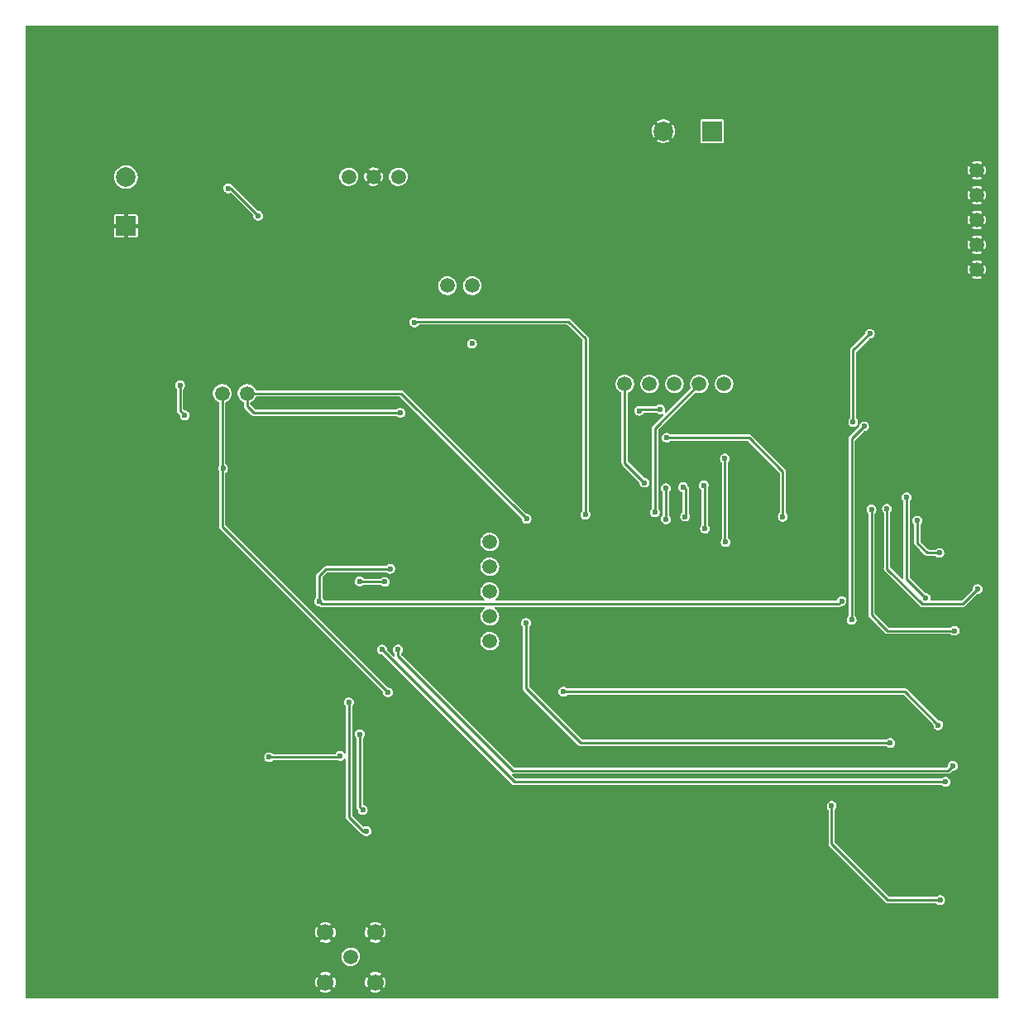
<source format=gbr>
%TF.GenerationSoftware,KiCad,Pcbnew,(5.99.0-10117-g2c3ee0d85f)*%
%TF.CreationDate,2021-04-28T15:41:30+02:00*%
%TF.ProjectId,som asset tracker,736f6d20-6173-4736-9574-20747261636b,rev?*%
%TF.SameCoordinates,Original*%
%TF.FileFunction,Copper,L2,Bot*%
%TF.FilePolarity,Positive*%
%FSLAX46Y46*%
G04 Gerber Fmt 4.6, Leading zero omitted, Abs format (unit mm)*
G04 Created by KiCad (PCBNEW (5.99.0-10117-g2c3ee0d85f)) date 2021-04-28 15:41:30*
%MOMM*%
%LPD*%
G01*
G04 APERTURE LIST*
%TA.AperFunction,ComponentPad*%
%ADD10R,2.000000X2.000000*%
%TD*%
%TA.AperFunction,ComponentPad*%
%ADD11C,2.000000*%
%TD*%
%TA.AperFunction,ComponentPad*%
%ADD12C,1.500000*%
%TD*%
%TA.AperFunction,ComponentPad*%
%ADD13C,1.700000*%
%TD*%
%TA.AperFunction,ViaPad*%
%ADD14C,0.600000*%
%TD*%
%TA.AperFunction,Conductor*%
%ADD15C,0.250000*%
%TD*%
G04 APERTURE END LIST*
D10*
%TO.P,J2,1,Pin_1*%
%TO.N,Net-(J2-Pad1)*%
X168115000Y-66175000D03*
D11*
%TO.P,J2,2,Pin_2*%
%TO.N,GND*%
X163115000Y-66175000D03*
%TD*%
D12*
%TO.P,U2,1,IN*%
%TO.N,VDC*%
X130910000Y-70850000D03*
%TO.P,U2,2,GND*%
%TO.N,GND*%
X133450000Y-70850000D03*
%TO.P,U2,3,OUT*%
%TO.N,+3V3*%
X135990000Y-70850000D03*
%TD*%
%TO.P,J5,1,Pin_1*%
%TO.N,/LED1*%
X159170000Y-92050000D03*
%TO.P,J5,2,Pin_2*%
%TO.N,/LED2*%
X161710000Y-92050000D03*
%TO.P,J5,3,Pin_3*%
%TO.N,/LED3*%
X164250000Y-92050000D03*
%TO.P,J5,4,Pin_4*%
%TO.N,/SSR*%
X166790000Y-92050000D03*
%TO.P,J5,5,Pin_5*%
%TO.N,/BUZZER*%
X169330000Y-92050000D03*
%TD*%
D10*
%TO.P,J1,1,Pin_1*%
%TO.N,GND*%
X108115000Y-75885000D03*
D11*
%TO.P,J1,2,Pin_2*%
%TO.N,Net-(J1-Pad2)*%
X108115000Y-70885000D03*
%TD*%
D12*
%TO.P,J3,1,Pin_1*%
%TO.N,GND*%
X195190000Y-80350000D03*
%TO.P,J3,2,Pin_2*%
X195190000Y-77810000D03*
%TO.P,J3,3,Pin_3*%
X195190000Y-75270000D03*
%TO.P,J3,4,Pin_4*%
X195190000Y-72730000D03*
%TO.P,J3,5,Pin_5*%
X195190000Y-70190000D03*
%TD*%
%TO.P,AE1,1,A*%
%TO.N,Net-(AE1-Pad1)*%
X131130000Y-150700000D03*
D13*
%TO.P,AE1,2,Shield*%
%TO.N,GND*%
X133630000Y-148200000D03*
X128530000Y-148200000D03*
X128530000Y-153300000D03*
X133630000Y-153300000D03*
%TD*%
D12*
%TO.P,J7,1,Pin_1*%
%TO.N,/SCL*%
X117960000Y-93020000D03*
%TO.P,J7,2,Pin_2*%
%TO.N,/SDA*%
X120500000Y-93020000D03*
%TD*%
%TO.P,J6,1,Pin_1*%
%TO.N,/INT1*%
X141030000Y-82000000D03*
%TO.P,J6,2,Pin_2*%
%TO.N,/INT2*%
X143570000Y-82000000D03*
%TD*%
%TO.P,J4,1,Pin_1*%
%TO.N,/TX*%
X145360000Y-118380000D03*
%TO.P,J4,2,Pin_2*%
%TO.N,/RX*%
X145360000Y-115840000D03*
%TO.P,J4,3,Pin_3*%
%TO.N,/PPS*%
X145360000Y-113300000D03*
%TO.P,J4,4,Pin_4*%
%TO.N,/WAKE*%
X145360000Y-110760000D03*
%TO.P,J4,5,Pin_5*%
%TO.N,/RESET*%
X145360000Y-108220000D03*
%TD*%
D14*
%TO.N,/INT1*%
X137650000Y-85750000D03*
%TO.N,GND*%
X142450000Y-87200000D03*
X136250000Y-86250000D03*
X148770000Y-153420000D03*
X100050000Y-93500000D03*
X187380000Y-109310000D03*
X154250000Y-149240000D03*
X132540000Y-136760000D03*
X164880000Y-75550000D03*
X155380000Y-140870000D03*
X106750000Y-112270000D03*
X120110000Y-80600000D03*
X128750000Y-122350000D03*
X189310000Y-115830000D03*
X121520000Y-120230000D03*
X145420000Y-137490000D03*
X109620000Y-93030000D03*
X106480000Y-140270000D03*
X192750000Y-139300000D03*
X162395000Y-117995000D03*
X155840000Y-127760000D03*
X195340000Y-100300000D03*
X129110000Y-137120000D03*
X191700000Y-124910000D03*
X139820000Y-116970000D03*
X128520000Y-134300000D03*
X139300000Y-91400000D03*
X187750000Y-151700000D03*
%TO.N,Net-(BT1-Pad1)*%
X130030000Y-130130000D03*
X122760000Y-130260000D03*
%TO.N,/SOM/TRST*%
X192920000Y-117320000D03*
X184420000Y-104890000D03*
%TO.N,/SOM/TDI*%
X188020000Y-103650000D03*
X190000000Y-113980000D03*
%TO.N,/SOM/TDO*%
X186010000Y-104830000D03*
X195300000Y-113040000D03*
%TO.N,/SOM/TCK*%
X189130000Y-106050000D03*
X191370000Y-109350000D03*
%TO.N,Net-(J1-Pad2)*%
X118600000Y-72030000D03*
X121650000Y-74830000D03*
%TO.N,/INT2*%
X162800000Y-94650000D03*
X175350000Y-105650000D03*
X163450000Y-97550000D03*
X143525000Y-87925000D03*
X160650000Y-94800000D03*
%TO.N,/INT1*%
X155150000Y-105450000D03*
%TO.N,/BUZZER*%
X169420000Y-99690000D03*
X169490000Y-108240000D03*
%TO.N,/SSR*%
X162260000Y-105180000D03*
%TO.N,/LED3*%
X167250000Y-102440000D03*
X167380000Y-106860000D03*
%TO.N,/LED2*%
X165350000Y-105630000D03*
X165120000Y-102610000D03*
%TO.N,/LED1*%
X163390000Y-105900000D03*
X163380000Y-102730000D03*
X161190000Y-102160000D03*
%TO.N,/RESET*%
X127910000Y-114320000D03*
X135160000Y-110980000D03*
X181370000Y-114280000D03*
%TO.N,/WAKE*%
X132040000Y-112270000D03*
X134600000Y-112310000D03*
%TO.N,/RX*%
X192000000Y-132790000D03*
X134330000Y-119250000D03*
%TO.N,/TX*%
X192760000Y-131150000D03*
X135950000Y-119250000D03*
%TO.N,/SDA*%
X186350000Y-128810000D03*
X113640000Y-92170000D03*
X114140000Y-95280000D03*
X149070000Y-116510000D03*
X149130000Y-105860000D03*
X136200000Y-95000000D03*
%TO.N,/SCL*%
X118050000Y-100700000D03*
X191270000Y-126980000D03*
X134930000Y-123620000D03*
X152890000Y-123560000D03*
%TO.N,/SOM/RED*%
X183660000Y-96400000D03*
X182390000Y-116200000D03*
%TO.N,/SOM/GREEN*%
X180350000Y-135250000D03*
X191450000Y-144900000D03*
%TO.N,/SOM/BLUE*%
X184250000Y-86910000D03*
X182550000Y-95970000D03*
%TO.N,/gps/ANT_OFF*%
X130930000Y-124640000D03*
X132710000Y-137830000D03*
%TO.N,VCC*%
X132040000Y-127900000D03*
X132350000Y-135660000D03*
%TD*%
D15*
%TO.N,/TX*%
X147690000Y-131630000D02*
X135950000Y-119890000D01*
X135950000Y-119890000D02*
X135950000Y-119250000D01*
%TO.N,/SOM/GREEN*%
X180350000Y-139150000D02*
X180350000Y-135250000D01*
X186100000Y-144900000D02*
X180350000Y-139150000D01*
X191450000Y-144900000D02*
X186100000Y-144900000D01*
%TO.N,/INT1*%
X155150000Y-87400000D02*
X153400000Y-85650000D01*
X137750000Y-85650000D02*
X137650000Y-85750000D01*
X153400000Y-85650000D02*
X137750000Y-85650000D01*
X155150000Y-105450000D02*
X155150000Y-87400000D01*
%TO.N,Net-(BT1-Pad1)*%
X129900000Y-130260000D02*
X130030000Y-130130000D01*
X122760000Y-130260000D02*
X129900000Y-130260000D01*
%TO.N,/SOM/TRST*%
X185260000Y-116530000D02*
X186050000Y-117320000D01*
X186050000Y-117320000D02*
X192920000Y-117320000D01*
X184420000Y-115690000D02*
X185260000Y-116530000D01*
X184420000Y-104890000D02*
X184420000Y-115690000D01*
%TO.N,/SOM/TDI*%
X188020000Y-112000000D02*
X190000000Y-113980000D01*
X188020000Y-103650000D02*
X188020000Y-112000000D01*
%TO.N,/SOM/TDO*%
X189599507Y-114554501D02*
X186010000Y-110964994D01*
X193785499Y-114554501D02*
X189599507Y-114554501D01*
X195280000Y-113060000D02*
X193785499Y-114554501D01*
X186010000Y-110964994D02*
X186010000Y-104830000D01*
X195280000Y-113060000D02*
X195300000Y-113040000D01*
%TO.N,/SOM/TCK*%
X189130000Y-108340000D02*
X190140000Y-109350000D01*
X190140000Y-109350000D02*
X191370000Y-109350000D01*
X189130000Y-106050000D02*
X189130000Y-108340000D01*
%TO.N,Net-(J1-Pad2)*%
X118850000Y-72030000D02*
X118600000Y-72030000D01*
X121650000Y-74830000D02*
X118850000Y-72030000D01*
%TO.N,/INT2*%
X162800000Y-94650000D02*
X160800000Y-94650000D01*
X175350000Y-101000000D02*
X171900000Y-97550000D01*
X171900000Y-97550000D02*
X163450000Y-97550000D01*
X160800000Y-94650000D02*
X160650000Y-94800000D01*
X175350000Y-105650000D02*
X175350000Y-101000000D01*
%TO.N,/BUZZER*%
X169420000Y-99690000D02*
X169420000Y-108170000D01*
X169420000Y-108170000D02*
X169490000Y-108240000D01*
%TO.N,/SSR*%
X162260000Y-96580000D02*
X162260000Y-105180000D01*
X166790000Y-92050000D02*
X162260000Y-96580000D01*
%TO.N,/LED3*%
X167380000Y-102570000D02*
X167250000Y-102440000D01*
X167380000Y-106860000D02*
X167380000Y-102570000D01*
%TO.N,/LED2*%
X165420000Y-105560000D02*
X165420000Y-102770000D01*
X165420000Y-102770000D02*
X165260000Y-102610000D01*
X165260000Y-102610000D02*
X165120000Y-102610000D01*
X165350000Y-105630000D02*
X165420000Y-105560000D01*
%TO.N,/LED1*%
X163390000Y-105900000D02*
X163390000Y-102740000D01*
X159170000Y-100140000D02*
X161190000Y-102160000D01*
X163390000Y-102740000D02*
X163380000Y-102730000D01*
X159170000Y-92050000D02*
X159170000Y-100140000D01*
%TO.N,/RESET*%
X135160000Y-110980000D02*
X135110000Y-111030000D01*
X135110000Y-111030000D02*
X128580000Y-111030000D01*
X127910000Y-111700000D02*
X127910000Y-114320000D01*
X181100000Y-114550000D02*
X128140000Y-114550000D01*
X128140000Y-114550000D02*
X127910000Y-114320000D01*
X128580000Y-111030000D02*
X127910000Y-111700000D01*
X181370000Y-114280000D02*
X181100000Y-114550000D01*
%TO.N,/WAKE*%
X134600000Y-112310000D02*
X132080000Y-112310000D01*
X132080000Y-112310000D02*
X132040000Y-112270000D01*
%TO.N,/RX*%
X147870000Y-132790000D02*
X192000000Y-132790000D01*
X134330000Y-119250000D02*
X147870000Y-132790000D01*
%TO.N,/TX*%
X147690000Y-131630000D02*
X192280000Y-131630000D01*
X192280000Y-131630000D02*
X192760000Y-131150000D01*
%TO.N,/SDA*%
X121200000Y-95000000D02*
X120500000Y-94300000D01*
X149130000Y-105860000D02*
X136290000Y-93020000D01*
X120500000Y-94300000D02*
X120500000Y-93020000D01*
X136290000Y-93020000D02*
X120500000Y-93020000D01*
X113640000Y-94780000D02*
X114140000Y-95280000D01*
X186350000Y-128810000D02*
X154680000Y-128810000D01*
X154680000Y-128810000D02*
X154230000Y-128360000D01*
X149070000Y-123200000D02*
X149070000Y-116510000D01*
X136200000Y-95000000D02*
X121200000Y-95000000D01*
X113640000Y-92170000D02*
X113640000Y-94780000D01*
X154230000Y-128360000D02*
X149070000Y-123200000D01*
%TO.N,/SCL*%
X117960000Y-106650000D02*
X117960000Y-100790000D01*
X117960000Y-93020000D02*
X117960000Y-100610000D01*
X117960000Y-100610000D02*
X118050000Y-100700000D01*
X117960000Y-100790000D02*
X118050000Y-100700000D01*
X187850000Y-123560000D02*
X152890000Y-123560000D01*
X191270000Y-126980000D02*
X187850000Y-123560000D01*
X134930000Y-123620000D02*
X117960000Y-106650000D01*
%TO.N,/SOM/RED*%
X182390000Y-97670000D02*
X183660000Y-96400000D01*
X182390000Y-116200000D02*
X182390000Y-97670000D01*
%TO.N,/SOM/BLUE*%
X182550000Y-88610000D02*
X184250000Y-86910000D01*
X182550000Y-95970000D02*
X182550000Y-88610000D01*
%TO.N,/gps/ANT_OFF*%
X132270000Y-137720000D02*
X132380000Y-137830000D01*
X132380000Y-137830000D02*
X132710000Y-137830000D01*
X130930000Y-136380000D02*
X132270000Y-137720000D01*
X130930000Y-124640000D02*
X130930000Y-136380000D01*
%TO.N,VCC*%
X132040000Y-127900000D02*
X132040000Y-135350000D01*
X132040000Y-135350000D02*
X132350000Y-135660000D01*
%TD*%
%TA.AperFunction,Conductor*%
%TO.N,GND*%
G36*
X197399191Y-55368907D02*
G01*
X197435155Y-55418407D01*
X197440000Y-55449000D01*
X197440000Y-154851000D01*
X197421093Y-154909191D01*
X197371593Y-154945155D01*
X197341000Y-154950000D01*
X97939000Y-154950000D01*
X97880809Y-154931093D01*
X97844845Y-154881593D01*
X97840000Y-154851000D01*
X97840000Y-154172656D01*
X127945459Y-154172656D01*
X127952688Y-154180168D01*
X128103406Y-154264401D01*
X128112234Y-154268258D01*
X128298855Y-154328895D01*
X128308255Y-154330962D01*
X128503105Y-154354196D01*
X128512730Y-154354398D01*
X128708371Y-154339344D01*
X128717862Y-154337670D01*
X128906853Y-154284903D01*
X128915832Y-154281421D01*
X129090976Y-154192949D01*
X129099114Y-154187784D01*
X129106871Y-154181724D01*
X129112988Y-154172656D01*
X133045459Y-154172656D01*
X133052688Y-154180168D01*
X133203406Y-154264401D01*
X133212234Y-154268258D01*
X133398855Y-154328895D01*
X133408255Y-154330962D01*
X133603105Y-154354196D01*
X133612730Y-154354398D01*
X133808371Y-154339344D01*
X133817862Y-154337670D01*
X134006853Y-154284903D01*
X134015832Y-154281421D01*
X134190976Y-154192949D01*
X134199114Y-154187784D01*
X134206871Y-154181724D01*
X134214330Y-154170666D01*
X134214259Y-154168638D01*
X134211563Y-154164406D01*
X133641086Y-153593929D01*
X133629203Y-153587875D01*
X133624172Y-153588671D01*
X133050936Y-154161907D01*
X133045459Y-154172656D01*
X129112988Y-154172656D01*
X129114330Y-154170666D01*
X129114259Y-154168638D01*
X129111563Y-154164406D01*
X128541086Y-153593929D01*
X128529203Y-153587875D01*
X128524172Y-153588671D01*
X127950936Y-154161907D01*
X127945459Y-154172656D01*
X97840000Y-154172656D01*
X97840000Y-153290090D01*
X127475508Y-153290090D01*
X127491927Y-153485629D01*
X127493665Y-153495097D01*
X127547751Y-153683714D01*
X127551302Y-153692682D01*
X127640985Y-153867188D01*
X127646214Y-153875302D01*
X127647811Y-153877317D01*
X127658922Y-153884699D01*
X127661132Y-153884606D01*
X127665094Y-153882063D01*
X128236071Y-153311086D01*
X128241313Y-153300797D01*
X128817875Y-153300797D01*
X128818671Y-153305828D01*
X129391469Y-153878626D01*
X129402324Y-153884157D01*
X129409732Y-153877078D01*
X129491397Y-153733320D01*
X129495318Y-153724513D01*
X129557255Y-153538328D01*
X129559390Y-153528926D01*
X129584241Y-153332209D01*
X129584628Y-153326683D01*
X129584961Y-153302759D01*
X129584731Y-153297261D01*
X129584028Y-153290090D01*
X132575508Y-153290090D01*
X132591927Y-153485629D01*
X132593665Y-153495097D01*
X132647751Y-153683714D01*
X132651302Y-153692682D01*
X132740985Y-153867188D01*
X132746214Y-153875302D01*
X132747811Y-153877317D01*
X132758922Y-153884699D01*
X132761132Y-153884606D01*
X132765094Y-153882063D01*
X133336071Y-153311086D01*
X133341313Y-153300797D01*
X133917875Y-153300797D01*
X133918671Y-153305828D01*
X134491469Y-153878626D01*
X134502324Y-153884157D01*
X134509732Y-153877078D01*
X134591397Y-153733320D01*
X134595318Y-153724513D01*
X134657255Y-153538328D01*
X134659390Y-153528926D01*
X134684241Y-153332209D01*
X134684628Y-153326683D01*
X134684961Y-153302759D01*
X134684731Y-153297261D01*
X134665380Y-153099893D01*
X134663511Y-153090455D01*
X134606795Y-152902603D01*
X134603124Y-152893699D01*
X134511004Y-152720444D01*
X134510777Y-152720102D01*
X134502013Y-152714455D01*
X134499431Y-152714599D01*
X134496021Y-152716822D01*
X133923929Y-153288914D01*
X133917875Y-153300797D01*
X133341313Y-153300797D01*
X133342125Y-153299203D01*
X133341329Y-153294172D01*
X132767615Y-152720458D01*
X132756973Y-152715036D01*
X132749359Y-152722414D01*
X132662647Y-152880143D01*
X132658848Y-152889008D01*
X132599518Y-153076038D01*
X132597514Y-153085466D01*
X132575642Y-153280462D01*
X132575508Y-153290090D01*
X129584028Y-153290090D01*
X129565380Y-153099893D01*
X129563511Y-153090455D01*
X129506795Y-152902603D01*
X129503124Y-152893699D01*
X129411004Y-152720444D01*
X129410777Y-152720102D01*
X129402013Y-152714455D01*
X129399431Y-152714599D01*
X129396021Y-152716822D01*
X128823929Y-153288914D01*
X128817875Y-153300797D01*
X128241313Y-153300797D01*
X128242125Y-153299203D01*
X128241329Y-153294172D01*
X127667615Y-152720458D01*
X127656973Y-152715036D01*
X127649359Y-152722414D01*
X127562647Y-152880143D01*
X127558848Y-152889008D01*
X127499518Y-153076038D01*
X127497514Y-153085466D01*
X127475642Y-153280462D01*
X127475508Y-153290090D01*
X97840000Y-153290090D01*
X97840000Y-152428473D01*
X127944897Y-152428473D01*
X127945014Y-152430872D01*
X127947396Y-152434553D01*
X128518914Y-153006071D01*
X128530797Y-153012125D01*
X128535828Y-153011329D01*
X129109872Y-152437285D01*
X129114361Y-152428473D01*
X133044897Y-152428473D01*
X133045014Y-152430872D01*
X133047396Y-152434553D01*
X133618914Y-153006071D01*
X133630797Y-153012125D01*
X133635828Y-153011329D01*
X134209872Y-152437285D01*
X134215926Y-152425402D01*
X134215543Y-152422983D01*
X134043083Y-152329734D01*
X134034212Y-152326005D01*
X133846758Y-152267978D01*
X133837326Y-152266042D01*
X133642181Y-152245532D01*
X133632543Y-152245465D01*
X133437133Y-152263248D01*
X133427667Y-152265054D01*
X133239429Y-152320456D01*
X133230505Y-152324061D01*
X133056611Y-152414971D01*
X133051575Y-152418267D01*
X133044897Y-152428473D01*
X129114361Y-152428473D01*
X129115926Y-152425402D01*
X129115543Y-152422983D01*
X128943083Y-152329734D01*
X128934212Y-152326005D01*
X128746758Y-152267978D01*
X128737326Y-152266042D01*
X128542181Y-152245532D01*
X128532543Y-152245465D01*
X128337133Y-152263248D01*
X128327667Y-152265054D01*
X128139429Y-152320456D01*
X128130505Y-152324061D01*
X127956611Y-152414971D01*
X127951575Y-152418267D01*
X127944897Y-152428473D01*
X97840000Y-152428473D01*
X97840000Y-150793240D01*
X130179060Y-150793240D01*
X130217232Y-150982549D01*
X130292689Y-151160316D01*
X130295534Y-151164440D01*
X130295535Y-151164442D01*
X130399503Y-151315153D01*
X130399507Y-151315157D01*
X130402350Y-151319279D01*
X130405967Y-151322747D01*
X130405969Y-151322750D01*
X130486084Y-151399577D01*
X130541735Y-151452944D01*
X130705151Y-151555853D01*
X130885922Y-151623800D01*
X130890877Y-151624585D01*
X130890878Y-151624585D01*
X131071704Y-151653225D01*
X131071708Y-151653225D01*
X131076663Y-151654010D01*
X131150764Y-151650645D01*
X131264571Y-151645478D01*
X131264576Y-151645477D01*
X131269582Y-151645250D01*
X131274441Y-151644020D01*
X131274444Y-151644020D01*
X131451943Y-151599105D01*
X131456800Y-151597876D01*
X131461310Y-151595696D01*
X131626160Y-151516005D01*
X131626162Y-151516004D01*
X131630669Y-151513825D01*
X131784085Y-151396530D01*
X131910782Y-151250781D01*
X132005585Y-151082534D01*
X132064620Y-150898660D01*
X132075538Y-150798158D01*
X132085197Y-150709251D01*
X132085197Y-150709246D01*
X132085477Y-150706671D01*
X132085500Y-150700000D01*
X132065984Y-150507870D01*
X132008234Y-150323589D01*
X131914608Y-150154683D01*
X131846874Y-150075657D01*
X131792197Y-150011864D01*
X131792195Y-150011862D01*
X131788931Y-150008054D01*
X131761169Y-149986520D01*
X131640298Y-149892761D01*
X131640293Y-149892758D01*
X131636338Y-149889690D01*
X131463061Y-149804427D01*
X131348242Y-149774519D01*
X131281036Y-149757013D01*
X131281032Y-149757012D01*
X131276178Y-149755748D01*
X131271166Y-149755485D01*
X131271164Y-149755485D01*
X131203134Y-149751920D01*
X131083324Y-149745641D01*
X130892377Y-149774519D01*
X130711136Y-149841202D01*
X130706878Y-149843842D01*
X130706876Y-149843843D01*
X130632933Y-149889690D01*
X130547006Y-149942967D01*
X130406691Y-150075657D01*
X130403817Y-150079762D01*
X130403814Y-150079765D01*
X130298798Y-150229744D01*
X130295923Y-150233850D01*
X130219226Y-150411086D01*
X130179734Y-150600123D01*
X130179060Y-150793240D01*
X97840000Y-150793240D01*
X97840000Y-149072656D01*
X127945459Y-149072656D01*
X127952688Y-149080168D01*
X128103406Y-149164401D01*
X128112234Y-149168258D01*
X128298855Y-149228895D01*
X128308255Y-149230962D01*
X128503105Y-149254196D01*
X128512730Y-149254398D01*
X128708371Y-149239344D01*
X128717862Y-149237670D01*
X128906853Y-149184903D01*
X128915832Y-149181421D01*
X129090976Y-149092949D01*
X129099114Y-149087784D01*
X129106871Y-149081724D01*
X129112988Y-149072656D01*
X133045459Y-149072656D01*
X133052688Y-149080168D01*
X133203406Y-149164401D01*
X133212234Y-149168258D01*
X133398855Y-149228895D01*
X133408255Y-149230962D01*
X133603105Y-149254196D01*
X133612730Y-149254398D01*
X133808371Y-149239344D01*
X133817862Y-149237670D01*
X134006853Y-149184903D01*
X134015832Y-149181421D01*
X134190976Y-149092949D01*
X134199114Y-149087784D01*
X134206871Y-149081724D01*
X134214330Y-149070666D01*
X134214259Y-149068638D01*
X134211563Y-149064406D01*
X133641086Y-148493929D01*
X133629203Y-148487875D01*
X133624172Y-148488671D01*
X133050936Y-149061907D01*
X133045459Y-149072656D01*
X129112988Y-149072656D01*
X129114330Y-149070666D01*
X129114259Y-149068638D01*
X129111563Y-149064406D01*
X128541086Y-148493929D01*
X128529203Y-148487875D01*
X128524172Y-148488671D01*
X127950936Y-149061907D01*
X127945459Y-149072656D01*
X97840000Y-149072656D01*
X97840000Y-148190090D01*
X127475508Y-148190090D01*
X127491927Y-148385629D01*
X127493665Y-148395097D01*
X127547751Y-148583714D01*
X127551302Y-148592682D01*
X127640985Y-148767188D01*
X127646214Y-148775302D01*
X127647811Y-148777317D01*
X127658922Y-148784699D01*
X127661132Y-148784606D01*
X127665094Y-148782063D01*
X128236071Y-148211086D01*
X128241313Y-148200797D01*
X128817875Y-148200797D01*
X128818671Y-148205828D01*
X129391469Y-148778626D01*
X129402324Y-148784157D01*
X129409732Y-148777078D01*
X129491397Y-148633320D01*
X129495318Y-148624513D01*
X129557255Y-148438328D01*
X129559390Y-148428926D01*
X129584241Y-148232209D01*
X129584628Y-148226683D01*
X129584961Y-148202759D01*
X129584731Y-148197261D01*
X129584028Y-148190090D01*
X132575508Y-148190090D01*
X132591927Y-148385629D01*
X132593665Y-148395097D01*
X132647751Y-148583714D01*
X132651302Y-148592682D01*
X132740985Y-148767188D01*
X132746214Y-148775302D01*
X132747811Y-148777317D01*
X132758922Y-148784699D01*
X132761132Y-148784606D01*
X132765094Y-148782063D01*
X133336071Y-148211086D01*
X133341313Y-148200797D01*
X133917875Y-148200797D01*
X133918671Y-148205828D01*
X134491469Y-148778626D01*
X134502324Y-148784157D01*
X134509732Y-148777078D01*
X134591397Y-148633320D01*
X134595318Y-148624513D01*
X134657255Y-148438328D01*
X134659390Y-148428926D01*
X134684241Y-148232209D01*
X134684628Y-148226683D01*
X134684961Y-148202759D01*
X134684731Y-148197261D01*
X134665380Y-147999893D01*
X134663511Y-147990455D01*
X134606795Y-147802603D01*
X134603124Y-147793699D01*
X134511004Y-147620444D01*
X134510777Y-147620102D01*
X134502013Y-147614455D01*
X134499431Y-147614599D01*
X134496021Y-147616822D01*
X133923929Y-148188914D01*
X133917875Y-148200797D01*
X133341313Y-148200797D01*
X133342125Y-148199203D01*
X133341329Y-148194172D01*
X132767615Y-147620458D01*
X132756973Y-147615036D01*
X132749359Y-147622414D01*
X132662647Y-147780143D01*
X132658848Y-147789008D01*
X132599518Y-147976038D01*
X132597514Y-147985466D01*
X132575642Y-148180462D01*
X132575508Y-148190090D01*
X129584028Y-148190090D01*
X129565380Y-147999893D01*
X129563511Y-147990455D01*
X129506795Y-147802603D01*
X129503124Y-147793699D01*
X129411004Y-147620444D01*
X129410777Y-147620102D01*
X129402013Y-147614455D01*
X129399431Y-147614599D01*
X129396021Y-147616822D01*
X128823929Y-148188914D01*
X128817875Y-148200797D01*
X128241313Y-148200797D01*
X128242125Y-148199203D01*
X128241329Y-148194172D01*
X127667615Y-147620458D01*
X127656973Y-147615036D01*
X127649359Y-147622414D01*
X127562647Y-147780143D01*
X127558848Y-147789008D01*
X127499518Y-147976038D01*
X127497514Y-147985466D01*
X127475642Y-148180462D01*
X127475508Y-148190090D01*
X97840000Y-148190090D01*
X97840000Y-147328473D01*
X127944897Y-147328473D01*
X127945014Y-147330872D01*
X127947396Y-147334553D01*
X128518914Y-147906071D01*
X128530797Y-147912125D01*
X128535828Y-147911329D01*
X129109872Y-147337285D01*
X129114361Y-147328473D01*
X133044897Y-147328473D01*
X133045014Y-147330872D01*
X133047396Y-147334553D01*
X133618914Y-147906071D01*
X133630797Y-147912125D01*
X133635828Y-147911329D01*
X134209872Y-147337285D01*
X134215926Y-147325402D01*
X134215543Y-147322983D01*
X134043083Y-147229734D01*
X134034212Y-147226005D01*
X133846758Y-147167978D01*
X133837326Y-147166042D01*
X133642181Y-147145532D01*
X133632543Y-147145465D01*
X133437133Y-147163248D01*
X133427667Y-147165054D01*
X133239429Y-147220456D01*
X133230505Y-147224061D01*
X133056611Y-147314971D01*
X133051575Y-147318267D01*
X133044897Y-147328473D01*
X129114361Y-147328473D01*
X129115926Y-147325402D01*
X129115543Y-147322983D01*
X128943083Y-147229734D01*
X128934212Y-147226005D01*
X128746758Y-147167978D01*
X128737326Y-147166042D01*
X128542181Y-147145532D01*
X128532543Y-147145465D01*
X128337133Y-147163248D01*
X128327667Y-147165054D01*
X128139429Y-147220456D01*
X128130505Y-147224061D01*
X127956611Y-147314971D01*
X127951575Y-147318267D01*
X127944897Y-147328473D01*
X97840000Y-147328473D01*
X97840000Y-130253824D01*
X122254538Y-130253824D01*
X122273121Y-130395939D01*
X122330845Y-130527126D01*
X122423068Y-130636838D01*
X122428939Y-130640746D01*
X122428940Y-130640747D01*
X122446781Y-130652623D01*
X122542377Y-130716257D01*
X122549104Y-130718359D01*
X122549107Y-130718360D01*
X122672448Y-130756894D01*
X122672449Y-130756894D01*
X122679180Y-130758997D01*
X122750830Y-130760310D01*
X122815427Y-130761495D01*
X122815429Y-130761495D01*
X122822481Y-130761624D01*
X122829284Y-130759769D01*
X122829286Y-130759769D01*
X122876065Y-130747015D01*
X122960758Y-130723925D01*
X123082897Y-130648931D01*
X123110837Y-130618063D01*
X123163904Y-130587610D01*
X123184234Y-130585500D01*
X129794848Y-130585500D01*
X129824370Y-130590004D01*
X129942448Y-130626894D01*
X129942449Y-130626894D01*
X129949180Y-130628997D01*
X130020831Y-130630311D01*
X130085427Y-130631495D01*
X130085429Y-130631495D01*
X130092481Y-130631624D01*
X130099284Y-130629769D01*
X130099286Y-130629769D01*
X130146065Y-130617015D01*
X130230758Y-130593925D01*
X130352897Y-130518931D01*
X130371967Y-130497863D01*
X130432102Y-130431427D01*
X130485170Y-130400973D01*
X130546004Y-130407528D01*
X130591366Y-130448588D01*
X130604500Y-130497863D01*
X130604500Y-136361715D01*
X130604123Y-136370344D01*
X130600758Y-136408805D01*
X130602999Y-136417168D01*
X130610816Y-136446342D01*
X130612685Y-136454774D01*
X130619432Y-136493038D01*
X130623763Y-136500539D01*
X130625757Y-136506017D01*
X130628223Y-136511306D01*
X130630465Y-136519675D01*
X130635433Y-136526771D01*
X130635434Y-136526772D01*
X130652758Y-136551514D01*
X130657396Y-136558795D01*
X130676822Y-136592441D01*
X130706398Y-136617258D01*
X130712766Y-136623093D01*
X132136907Y-138047234D01*
X132142741Y-138053601D01*
X132167559Y-138083178D01*
X132201214Y-138102608D01*
X132208497Y-138107248D01*
X132233228Y-138124565D01*
X132233230Y-138124566D01*
X132240325Y-138129534D01*
X132248694Y-138131776D01*
X132253994Y-138134248D01*
X132259463Y-138136239D01*
X132266962Y-138140568D01*
X132275489Y-138142072D01*
X132275490Y-138142072D01*
X132290695Y-138144753D01*
X132344719Y-138173478D01*
X132349287Y-138178547D01*
X132368529Y-138201439D01*
X132368532Y-138201441D01*
X132373068Y-138206838D01*
X132378939Y-138210746D01*
X132378940Y-138210747D01*
X132391235Y-138218931D01*
X132492377Y-138286257D01*
X132499104Y-138288359D01*
X132499107Y-138288360D01*
X132622448Y-138326894D01*
X132622449Y-138326894D01*
X132629180Y-138328997D01*
X132700831Y-138330311D01*
X132765427Y-138331495D01*
X132765429Y-138331495D01*
X132772481Y-138331624D01*
X132779284Y-138329769D01*
X132779286Y-138329769D01*
X132826065Y-138317015D01*
X132910758Y-138293925D01*
X133032897Y-138218931D01*
X133100040Y-138144753D01*
X133124346Y-138117900D01*
X133124346Y-138117899D01*
X133129078Y-138112672D01*
X133191570Y-137983689D01*
X133215349Y-137842350D01*
X133215500Y-137830000D01*
X133195182Y-137688123D01*
X133135860Y-137557651D01*
X133042303Y-137449074D01*
X132922033Y-137371118D01*
X132915275Y-137369097D01*
X132915273Y-137369096D01*
X132791479Y-137332074D01*
X132784718Y-137330052D01*
X132698694Y-137329527D01*
X132648448Y-137329220D01*
X132641396Y-137329177D01*
X132634620Y-137331114D01*
X132634617Y-137331114D01*
X132510369Y-137366624D01*
X132510367Y-137366625D01*
X132503589Y-137368562D01*
X132497628Y-137372323D01*
X132497624Y-137372325D01*
X132494034Y-137374591D01*
X132434732Y-137389655D01*
X132377902Y-137366986D01*
X132371198Y-137360871D01*
X131284496Y-136274169D01*
X131256719Y-136219652D01*
X131255500Y-136204165D01*
X131255500Y-127893824D01*
X131534538Y-127893824D01*
X131553121Y-128035939D01*
X131555962Y-128042395D01*
X131555962Y-128042396D01*
X131557870Y-128046731D01*
X131610845Y-128167126D01*
X131615382Y-128172523D01*
X131615383Y-128172525D01*
X131691283Y-128262818D01*
X131714253Y-128319528D01*
X131714500Y-128326520D01*
X131714500Y-135331715D01*
X131714123Y-135340344D01*
X131710758Y-135378805D01*
X131712999Y-135387168D01*
X131720816Y-135416342D01*
X131722685Y-135424774D01*
X131729432Y-135463038D01*
X131733763Y-135470539D01*
X131735757Y-135476017D01*
X131738223Y-135481306D01*
X131740465Y-135489675D01*
X131745433Y-135496771D01*
X131745434Y-135496772D01*
X131762758Y-135521514D01*
X131767396Y-135528795D01*
X131786822Y-135562441D01*
X131793457Y-135568008D01*
X131810119Y-135581990D01*
X131842541Y-135633879D01*
X131844726Y-135652616D01*
X131844538Y-135653824D01*
X131863121Y-135795939D01*
X131865962Y-135802395D01*
X131865962Y-135802396D01*
X131867870Y-135806731D01*
X131920845Y-135927126D01*
X132013068Y-136036838D01*
X132018939Y-136040746D01*
X132018940Y-136040747D01*
X132031235Y-136048931D01*
X132132377Y-136116257D01*
X132139104Y-136118359D01*
X132139107Y-136118360D01*
X132262448Y-136156894D01*
X132262449Y-136156894D01*
X132269180Y-136158997D01*
X132340830Y-136160310D01*
X132405427Y-136161495D01*
X132405429Y-136161495D01*
X132412481Y-136161624D01*
X132419284Y-136159769D01*
X132419286Y-136159769D01*
X132466065Y-136147015D01*
X132550758Y-136123925D01*
X132672897Y-136048931D01*
X132769078Y-135942672D01*
X132831570Y-135813689D01*
X132834557Y-135795939D01*
X132854715Y-135676120D01*
X132854715Y-135676117D01*
X132855349Y-135672350D01*
X132855500Y-135660000D01*
X132835182Y-135518123D01*
X132831794Y-135510670D01*
X132778780Y-135394073D01*
X132778780Y-135394072D01*
X132775860Y-135387651D01*
X132682303Y-135279074D01*
X132627920Y-135243824D01*
X179844538Y-135243824D01*
X179845453Y-135250822D01*
X179856596Y-135336035D01*
X179863121Y-135385939D01*
X179865962Y-135392395D01*
X179865962Y-135392396D01*
X179902757Y-135476017D01*
X179920845Y-135517126D01*
X179925382Y-135522523D01*
X179925383Y-135522525D01*
X180001283Y-135612818D01*
X180024253Y-135669528D01*
X180024500Y-135676520D01*
X180024500Y-139131715D01*
X180024123Y-139140344D01*
X180020758Y-139178805D01*
X180022999Y-139187168D01*
X180030816Y-139216342D01*
X180032685Y-139224774D01*
X180039432Y-139263038D01*
X180043763Y-139270539D01*
X180045757Y-139276017D01*
X180048223Y-139281306D01*
X180050465Y-139289675D01*
X180055433Y-139296771D01*
X180055434Y-139296772D01*
X180072758Y-139321514D01*
X180077396Y-139328795D01*
X180096822Y-139362441D01*
X180126398Y-139387258D01*
X180132766Y-139393093D01*
X185856907Y-145117234D01*
X185862741Y-145123601D01*
X185887559Y-145153178D01*
X185895060Y-145157508D01*
X185895059Y-145157508D01*
X185921204Y-145172603D01*
X185928486Y-145177242D01*
X185943708Y-145187900D01*
X185960325Y-145199535D01*
X185968694Y-145201777D01*
X185973983Y-145204243D01*
X185979461Y-145206237D01*
X185986962Y-145210568D01*
X185995490Y-145212072D01*
X185995491Y-145212072D01*
X186025226Y-145217315D01*
X186033658Y-145219184D01*
X186071195Y-145229242D01*
X186109656Y-145225877D01*
X186118285Y-145225500D01*
X191023802Y-145225500D01*
X191081993Y-145244407D01*
X191099585Y-145260798D01*
X191108529Y-145271439D01*
X191108532Y-145271441D01*
X191113068Y-145276838D01*
X191118939Y-145280746D01*
X191118940Y-145280747D01*
X191131235Y-145288931D01*
X191232377Y-145356257D01*
X191239104Y-145358359D01*
X191239107Y-145358360D01*
X191362448Y-145396894D01*
X191362449Y-145396894D01*
X191369180Y-145398997D01*
X191440830Y-145400310D01*
X191505427Y-145401495D01*
X191505429Y-145401495D01*
X191512481Y-145401624D01*
X191519284Y-145399769D01*
X191519286Y-145399769D01*
X191566065Y-145387015D01*
X191650758Y-145363925D01*
X191772897Y-145288931D01*
X191837721Y-145217315D01*
X191864346Y-145187900D01*
X191864346Y-145187899D01*
X191869078Y-145182672D01*
X191931570Y-145053689D01*
X191955349Y-144912350D01*
X191955500Y-144900000D01*
X191935182Y-144758123D01*
X191875860Y-144627651D01*
X191782303Y-144519074D01*
X191662033Y-144441118D01*
X191655275Y-144439097D01*
X191655273Y-144439096D01*
X191531479Y-144402074D01*
X191524718Y-144400052D01*
X191438694Y-144399527D01*
X191388448Y-144399220D01*
X191381396Y-144399177D01*
X191374620Y-144401114D01*
X191374617Y-144401114D01*
X191250369Y-144436624D01*
X191250367Y-144436625D01*
X191243589Y-144438562D01*
X191122375Y-144515042D01*
X191117708Y-144520326D01*
X191117706Y-144520328D01*
X191099420Y-144541034D01*
X191046729Y-144572134D01*
X191025216Y-144574500D01*
X186275835Y-144574500D01*
X186217644Y-144555593D01*
X186205831Y-144545504D01*
X180704496Y-139044169D01*
X180676719Y-138989652D01*
X180675500Y-138974165D01*
X180675500Y-135674206D01*
X180694407Y-135616015D01*
X180701103Y-135607769D01*
X180717153Y-135590038D01*
X180769078Y-135532672D01*
X180831570Y-135403689D01*
X180834269Y-135387651D01*
X180854715Y-135266120D01*
X180854715Y-135266117D01*
X180855349Y-135262350D01*
X180855500Y-135250000D01*
X180835182Y-135108123D01*
X180775860Y-134977651D01*
X180682303Y-134869074D01*
X180562033Y-134791118D01*
X180555275Y-134789097D01*
X180555273Y-134789096D01*
X180431479Y-134752074D01*
X180424718Y-134750052D01*
X180338694Y-134749527D01*
X180288448Y-134749220D01*
X180281396Y-134749177D01*
X180274620Y-134751114D01*
X180274617Y-134751114D01*
X180150369Y-134786624D01*
X180150367Y-134786625D01*
X180143589Y-134788562D01*
X180022375Y-134865042D01*
X179927499Y-134972469D01*
X179866588Y-135102206D01*
X179844538Y-135243824D01*
X132627920Y-135243824D01*
X132562033Y-135201118D01*
X132555275Y-135199097D01*
X132555273Y-135199096D01*
X132436134Y-135163466D01*
X132385800Y-135128678D01*
X132365500Y-135068617D01*
X132365500Y-128324206D01*
X132384407Y-128266015D01*
X132391103Y-128257769D01*
X132454346Y-128187900D01*
X132454346Y-128187899D01*
X132459078Y-128182672D01*
X132521570Y-128053689D01*
X132524557Y-128035939D01*
X132544715Y-127916120D01*
X132544715Y-127916117D01*
X132545349Y-127912350D01*
X132545500Y-127900000D01*
X132525182Y-127758123D01*
X132465860Y-127627651D01*
X132372303Y-127519074D01*
X132252033Y-127441118D01*
X132245275Y-127439097D01*
X132245273Y-127439096D01*
X132121479Y-127402074D01*
X132114718Y-127400052D01*
X132028694Y-127399527D01*
X131978448Y-127399220D01*
X131971396Y-127399177D01*
X131964620Y-127401114D01*
X131964617Y-127401114D01*
X131840369Y-127436624D01*
X131840367Y-127436625D01*
X131833589Y-127438562D01*
X131712375Y-127515042D01*
X131617499Y-127622469D01*
X131556588Y-127752206D01*
X131534538Y-127893824D01*
X131255500Y-127893824D01*
X131255500Y-125064206D01*
X131274407Y-125006015D01*
X131281103Y-124997769D01*
X131344346Y-124927900D01*
X131344346Y-124927899D01*
X131349078Y-124922672D01*
X131411570Y-124793689D01*
X131414557Y-124775939D01*
X131434715Y-124656120D01*
X131434715Y-124656117D01*
X131435349Y-124652350D01*
X131435500Y-124640000D01*
X131415182Y-124498123D01*
X131355860Y-124367651D01*
X131262303Y-124259074D01*
X131142033Y-124181118D01*
X131135275Y-124179097D01*
X131135273Y-124179096D01*
X131011479Y-124142074D01*
X131004718Y-124140052D01*
X130918694Y-124139527D01*
X130868448Y-124139220D01*
X130861396Y-124139177D01*
X130854620Y-124141114D01*
X130854617Y-124141114D01*
X130730369Y-124176624D01*
X130730367Y-124176625D01*
X130723589Y-124178562D01*
X130602375Y-124255042D01*
X130507499Y-124362469D01*
X130446588Y-124492206D01*
X130424538Y-124633824D01*
X130443121Y-124775939D01*
X130445962Y-124782395D01*
X130445962Y-124782396D01*
X130447870Y-124786731D01*
X130500845Y-124907126D01*
X130505382Y-124912523D01*
X130505383Y-124912525D01*
X130581283Y-125002818D01*
X130604253Y-125059528D01*
X130604500Y-125066520D01*
X130604500Y-129763597D01*
X130585593Y-129821788D01*
X130536093Y-129857752D01*
X130474907Y-129857752D01*
X130430501Y-129828221D01*
X130410455Y-129804956D01*
X130362303Y-129749074D01*
X130242033Y-129671118D01*
X130235275Y-129669097D01*
X130235273Y-129669096D01*
X130111479Y-129632074D01*
X130104718Y-129630052D01*
X130018694Y-129629527D01*
X129968448Y-129629220D01*
X129961396Y-129629177D01*
X129954620Y-129631114D01*
X129954617Y-129631114D01*
X129830369Y-129666624D01*
X129830367Y-129666625D01*
X129823589Y-129668562D01*
X129702375Y-129745042D01*
X129607499Y-129852469D01*
X129604502Y-129858852D01*
X129604501Y-129858854D01*
X129595711Y-129877575D01*
X129553866Y-129922213D01*
X129506097Y-129934500D01*
X123185439Y-129934500D01*
X123127248Y-129915593D01*
X123110446Y-129900129D01*
X123092303Y-129879074D01*
X122972033Y-129801118D01*
X122965275Y-129799097D01*
X122965273Y-129799096D01*
X122841479Y-129762074D01*
X122834718Y-129760052D01*
X122748694Y-129759527D01*
X122698448Y-129759220D01*
X122691396Y-129759177D01*
X122684620Y-129761114D01*
X122684617Y-129761114D01*
X122560369Y-129796624D01*
X122560367Y-129796625D01*
X122553589Y-129798562D01*
X122432375Y-129875042D01*
X122337499Y-129982469D01*
X122276588Y-130112206D01*
X122254538Y-130253824D01*
X97840000Y-130253824D01*
X97840000Y-92163824D01*
X113134538Y-92163824D01*
X113153121Y-92305939D01*
X113155962Y-92312395D01*
X113155962Y-92312396D01*
X113194406Y-92399765D01*
X113210845Y-92437126D01*
X113215382Y-92442523D01*
X113215383Y-92442525D01*
X113291283Y-92532818D01*
X113314253Y-92589528D01*
X113314500Y-92596520D01*
X113314500Y-94761715D01*
X113314123Y-94770344D01*
X113310758Y-94808805D01*
X113314057Y-94821118D01*
X113320816Y-94846342D01*
X113322685Y-94854774D01*
X113329432Y-94893038D01*
X113333763Y-94900539D01*
X113335757Y-94906017D01*
X113338223Y-94911306D01*
X113340465Y-94919675D01*
X113345433Y-94926771D01*
X113345434Y-94926772D01*
X113362758Y-94951514D01*
X113367396Y-94958795D01*
X113386822Y-94992441D01*
X113404949Y-95007651D01*
X113416405Y-95017264D01*
X113422772Y-95023099D01*
X113514922Y-95115248D01*
X113606497Y-95206823D01*
X113634275Y-95261340D01*
X113634977Y-95271006D01*
X113634538Y-95273824D01*
X113653121Y-95415939D01*
X113655962Y-95422395D01*
X113655962Y-95422396D01*
X113690824Y-95501624D01*
X113710845Y-95547126D01*
X113715382Y-95552523D01*
X113715383Y-95552525D01*
X113764294Y-95610711D01*
X113803068Y-95656838D01*
X113808939Y-95660746D01*
X113808940Y-95660747D01*
X113821235Y-95668931D01*
X113922377Y-95736257D01*
X113929104Y-95738359D01*
X113929107Y-95738360D01*
X114052448Y-95776894D01*
X114052449Y-95776894D01*
X114059180Y-95778997D01*
X114130831Y-95780311D01*
X114195427Y-95781495D01*
X114195429Y-95781495D01*
X114202481Y-95781624D01*
X114209284Y-95779769D01*
X114209286Y-95779769D01*
X114256065Y-95767015D01*
X114340758Y-95743925D01*
X114462897Y-95668931D01*
X114539172Y-95584664D01*
X114554346Y-95567900D01*
X114554346Y-95567899D01*
X114559078Y-95562672D01*
X114621570Y-95433689D01*
X114624557Y-95415939D01*
X114644715Y-95296120D01*
X114644715Y-95296117D01*
X114645349Y-95292350D01*
X114645404Y-95287900D01*
X114645453Y-95283826D01*
X114645500Y-95280000D01*
X114625182Y-95138123D01*
X114614782Y-95115248D01*
X114568780Y-95014073D01*
X114568780Y-95014072D01*
X114565860Y-95007651D01*
X114472303Y-94899074D01*
X114352033Y-94821118D01*
X114345275Y-94819097D01*
X114345273Y-94819096D01*
X114221479Y-94782074D01*
X114214718Y-94780052D01*
X114175727Y-94779814D01*
X114140329Y-94779598D01*
X114082255Y-94760336D01*
X114070929Y-94750603D01*
X113994496Y-94674169D01*
X113966719Y-94619652D01*
X113965500Y-94604166D01*
X113965500Y-93113240D01*
X117009060Y-93113240D01*
X117047232Y-93302549D01*
X117122689Y-93480316D01*
X117125534Y-93484440D01*
X117125535Y-93484442D01*
X117229503Y-93635153D01*
X117229507Y-93635157D01*
X117232350Y-93639279D01*
X117235967Y-93642747D01*
X117235969Y-93642750D01*
X117316084Y-93719577D01*
X117371735Y-93772944D01*
X117535151Y-93875853D01*
X117570333Y-93889077D01*
X117618150Y-93927250D01*
X117634500Y-93981747D01*
X117634500Y-100385473D01*
X117625115Y-100427547D01*
X117566588Y-100552206D01*
X117544538Y-100693824D01*
X117545453Y-100700822D01*
X117561196Y-100821214D01*
X117563121Y-100835939D01*
X117565962Y-100842395D01*
X117565962Y-100842396D01*
X117602404Y-100925215D01*
X117620387Y-100966084D01*
X117620845Y-100967126D01*
X117620702Y-100967189D01*
X117634500Y-101015466D01*
X117634500Y-106631715D01*
X117634123Y-106640344D01*
X117630758Y-106678805D01*
X117632999Y-106687168D01*
X117640816Y-106716342D01*
X117642685Y-106724774D01*
X117649432Y-106763038D01*
X117653763Y-106770539D01*
X117655757Y-106776017D01*
X117658223Y-106781306D01*
X117660465Y-106789675D01*
X117665433Y-106796771D01*
X117665434Y-106796772D01*
X117682758Y-106821514D01*
X117687396Y-106828795D01*
X117706822Y-106862441D01*
X117736398Y-106887258D01*
X117742766Y-106893093D01*
X134396498Y-123546825D01*
X134424275Y-123601342D01*
X134424977Y-123611007D01*
X134424538Y-123613824D01*
X134443121Y-123755939D01*
X134445962Y-123762395D01*
X134445962Y-123762396D01*
X134447870Y-123766731D01*
X134500845Y-123887126D01*
X134593068Y-123996838D01*
X134598939Y-124000746D01*
X134598940Y-124000747D01*
X134611235Y-124008931D01*
X134712377Y-124076257D01*
X134719104Y-124078359D01*
X134719107Y-124078360D01*
X134842448Y-124116894D01*
X134842449Y-124116894D01*
X134849180Y-124118997D01*
X134920830Y-124120310D01*
X134985427Y-124121495D01*
X134985429Y-124121495D01*
X134992481Y-124121624D01*
X134999284Y-124119769D01*
X134999286Y-124119769D01*
X135046065Y-124107015D01*
X135130758Y-124083925D01*
X135252897Y-124008931D01*
X135303865Y-123952623D01*
X135344346Y-123907900D01*
X135344346Y-123907899D01*
X135349078Y-123902672D01*
X135411570Y-123773689D01*
X135414557Y-123755939D01*
X135434715Y-123636120D01*
X135434715Y-123636117D01*
X135435349Y-123632350D01*
X135435500Y-123620000D01*
X135415182Y-123478123D01*
X135388381Y-123419176D01*
X135358780Y-123354073D01*
X135358780Y-123354072D01*
X135355860Y-123347651D01*
X135262303Y-123239074D01*
X135142033Y-123161118D01*
X135135275Y-123159097D01*
X135135273Y-123159096D01*
X135011479Y-123122074D01*
X135004718Y-123120052D01*
X134967508Y-123119825D01*
X134930331Y-123119598D01*
X134872257Y-123100336D01*
X134860931Y-123090604D01*
X131014151Y-119243824D01*
X133824538Y-119243824D01*
X133843121Y-119385939D01*
X133845962Y-119392395D01*
X133845962Y-119392396D01*
X133847870Y-119396731D01*
X133900845Y-119517126D01*
X133993068Y-119626838D01*
X134112377Y-119706257D01*
X134119104Y-119708359D01*
X134119107Y-119708360D01*
X134242448Y-119746894D01*
X134242449Y-119746894D01*
X134249180Y-119748997D01*
X134310846Y-119750127D01*
X134330958Y-119750496D01*
X134388793Y-119770466D01*
X134399148Y-119779475D01*
X147626901Y-133007227D01*
X147632736Y-133013595D01*
X147651991Y-133036543D01*
X147651993Y-133036545D01*
X147657559Y-133043178D01*
X147691214Y-133062609D01*
X147698495Y-133067248D01*
X147730325Y-133089535D01*
X147738693Y-133091777D01*
X147743982Y-133094244D01*
X147749464Y-133096239D01*
X147756962Y-133100568D01*
X147765487Y-133102071D01*
X147765489Y-133102072D01*
X147788373Y-133106107D01*
X147795218Y-133107314D01*
X147803648Y-133109183D01*
X147832828Y-133117002D01*
X147832833Y-133117002D01*
X147841195Y-133119243D01*
X147879665Y-133115877D01*
X147888293Y-133115500D01*
X191573802Y-133115500D01*
X191631993Y-133134407D01*
X191649585Y-133150798D01*
X191658529Y-133161439D01*
X191658532Y-133161441D01*
X191663068Y-133166838D01*
X191668939Y-133170746D01*
X191668940Y-133170747D01*
X191681235Y-133178931D01*
X191782377Y-133246257D01*
X191789104Y-133248359D01*
X191789107Y-133248360D01*
X191912448Y-133286894D01*
X191912449Y-133286894D01*
X191919180Y-133288997D01*
X191990830Y-133290310D01*
X192055427Y-133291495D01*
X192055429Y-133291495D01*
X192062481Y-133291624D01*
X192069284Y-133289769D01*
X192069286Y-133289769D01*
X192116065Y-133277015D01*
X192200758Y-133253925D01*
X192322897Y-133178931D01*
X192376924Y-133119243D01*
X192414346Y-133077900D01*
X192414346Y-133077899D01*
X192419078Y-133072672D01*
X192481570Y-132943689D01*
X192505349Y-132802350D01*
X192505500Y-132790000D01*
X192485182Y-132648123D01*
X192425860Y-132517651D01*
X192332303Y-132409074D01*
X192212033Y-132331118D01*
X192205275Y-132329097D01*
X192205273Y-132329096D01*
X192081479Y-132292074D01*
X192074718Y-132290052D01*
X191988694Y-132289527D01*
X191938448Y-132289220D01*
X191931396Y-132289177D01*
X191924620Y-132291114D01*
X191924617Y-132291114D01*
X191800369Y-132326624D01*
X191800367Y-132326625D01*
X191793589Y-132328562D01*
X191672375Y-132405042D01*
X191667708Y-132410326D01*
X191667706Y-132410328D01*
X191649420Y-132431034D01*
X191596729Y-132462134D01*
X191575216Y-132464500D01*
X148045834Y-132464500D01*
X147987643Y-132445593D01*
X147975830Y-132435504D01*
X147664830Y-132124504D01*
X147637053Y-132069987D01*
X147646624Y-132009555D01*
X147689889Y-131966290D01*
X147734834Y-131955500D01*
X192261715Y-131955500D01*
X192270344Y-131955877D01*
X192308805Y-131959242D01*
X192346342Y-131949184D01*
X192354774Y-131947315D01*
X192384509Y-131942072D01*
X192384510Y-131942072D01*
X192393038Y-131940568D01*
X192400539Y-131936237D01*
X192406017Y-131934243D01*
X192411306Y-131931777D01*
X192419675Y-131929535D01*
X192426772Y-131924566D01*
X192451514Y-131907242D01*
X192458796Y-131902603D01*
X192484941Y-131887508D01*
X192484940Y-131887508D01*
X192492441Y-131883178D01*
X192517259Y-131853601D01*
X192523093Y-131847234D01*
X192690821Y-131679506D01*
X192745338Y-131651729D01*
X192762639Y-131650527D01*
X192778493Y-131650818D01*
X192815428Y-131651495D01*
X192815430Y-131651495D01*
X192822481Y-131651624D01*
X192829284Y-131649769D01*
X192829286Y-131649769D01*
X192876065Y-131637015D01*
X192960758Y-131613925D01*
X193082897Y-131538931D01*
X193179078Y-131432672D01*
X193241570Y-131303689D01*
X193244615Y-131285593D01*
X193264715Y-131166120D01*
X193264715Y-131166117D01*
X193265349Y-131162350D01*
X193265500Y-131150000D01*
X193245182Y-131008123D01*
X193185860Y-130877651D01*
X193092303Y-130769074D01*
X192972033Y-130691118D01*
X192965275Y-130689097D01*
X192965273Y-130689096D01*
X192841479Y-130652074D01*
X192834718Y-130650052D01*
X192748694Y-130649527D01*
X192698448Y-130649220D01*
X192691396Y-130649177D01*
X192684620Y-130651114D01*
X192684617Y-130651114D01*
X192560369Y-130686624D01*
X192560367Y-130686625D01*
X192553589Y-130688562D01*
X192432375Y-130765042D01*
X192337499Y-130872469D01*
X192276588Y-131002206D01*
X192254538Y-131143824D01*
X192255453Y-131150824D01*
X192255409Y-131154459D01*
X192235792Y-131212415D01*
X192226419Y-131223255D01*
X192174169Y-131275504D01*
X192119652Y-131303281D01*
X192104166Y-131304500D01*
X147865835Y-131304500D01*
X147807644Y-131285593D01*
X147795831Y-131275504D01*
X136304496Y-119784169D01*
X136276719Y-119729652D01*
X136275500Y-119714165D01*
X136275500Y-119674206D01*
X136294407Y-119616015D01*
X136301103Y-119607769D01*
X136364346Y-119537900D01*
X136364346Y-119537899D01*
X136369078Y-119532672D01*
X136431570Y-119403689D01*
X136434557Y-119385939D01*
X136454715Y-119266120D01*
X136454715Y-119266117D01*
X136455349Y-119262350D01*
X136455500Y-119250000D01*
X136435182Y-119108123D01*
X136375860Y-118977651D01*
X136282303Y-118869074D01*
X136162033Y-118791118D01*
X136155275Y-118789097D01*
X136155273Y-118789096D01*
X136031479Y-118752074D01*
X136024718Y-118750052D01*
X135938694Y-118749527D01*
X135888448Y-118749220D01*
X135881396Y-118749177D01*
X135874620Y-118751114D01*
X135874617Y-118751114D01*
X135750369Y-118786624D01*
X135750367Y-118786625D01*
X135743589Y-118788562D01*
X135622375Y-118865042D01*
X135527499Y-118972469D01*
X135466588Y-119102206D01*
X135444538Y-119243824D01*
X135463121Y-119385939D01*
X135465962Y-119392395D01*
X135465962Y-119392396D01*
X135467870Y-119396731D01*
X135520845Y-119517126D01*
X135525382Y-119522523D01*
X135525383Y-119522525D01*
X135601283Y-119612818D01*
X135624253Y-119669528D01*
X135624500Y-119676520D01*
X135624500Y-119845165D01*
X135605593Y-119903356D01*
X135556093Y-119939320D01*
X135494907Y-119939320D01*
X135455496Y-119915169D01*
X134864453Y-119324126D01*
X134836676Y-119269609D01*
X134835808Y-119257638D01*
X134835702Y-119257645D01*
X134835453Y-119253826D01*
X134835500Y-119250000D01*
X134815182Y-119108123D01*
X134755860Y-118977651D01*
X134662303Y-118869074D01*
X134542033Y-118791118D01*
X134535275Y-118789097D01*
X134535273Y-118789096D01*
X134411479Y-118752074D01*
X134404718Y-118750052D01*
X134318694Y-118749527D01*
X134268448Y-118749220D01*
X134261396Y-118749177D01*
X134254620Y-118751114D01*
X134254617Y-118751114D01*
X134130369Y-118786624D01*
X134130367Y-118786625D01*
X134123589Y-118788562D01*
X134002375Y-118865042D01*
X133907499Y-118972469D01*
X133846588Y-119102206D01*
X133824538Y-119243824D01*
X131014151Y-119243824D01*
X130243567Y-118473240D01*
X144409060Y-118473240D01*
X144447232Y-118662549D01*
X144522689Y-118840316D01*
X144525534Y-118844440D01*
X144525535Y-118844442D01*
X144629503Y-118995153D01*
X144629507Y-118995157D01*
X144632350Y-118999279D01*
X144635967Y-119002747D01*
X144635969Y-119002750D01*
X144768113Y-119129471D01*
X144771735Y-119132944D01*
X144935151Y-119235853D01*
X145115922Y-119303800D01*
X145120877Y-119304585D01*
X145120878Y-119304585D01*
X145301704Y-119333225D01*
X145301708Y-119333225D01*
X145306663Y-119334010D01*
X145380764Y-119330645D01*
X145494571Y-119325478D01*
X145494576Y-119325477D01*
X145499582Y-119325250D01*
X145504441Y-119324020D01*
X145504444Y-119324020D01*
X145681943Y-119279105D01*
X145686800Y-119277876D01*
X145691310Y-119275696D01*
X145856160Y-119196005D01*
X145856162Y-119196004D01*
X145860669Y-119193825D01*
X146014085Y-119076530D01*
X146140782Y-118930781D01*
X146235585Y-118762534D01*
X146294620Y-118578660D01*
X146305538Y-118478158D01*
X146315197Y-118389251D01*
X146315197Y-118389246D01*
X146315477Y-118386671D01*
X146315500Y-118380000D01*
X146295984Y-118187870D01*
X146238234Y-118003589D01*
X146144608Y-117834683D01*
X146076874Y-117755657D01*
X146022197Y-117691864D01*
X146022195Y-117691862D01*
X146018931Y-117688054D01*
X145988446Y-117664407D01*
X145870298Y-117572761D01*
X145870293Y-117572758D01*
X145866338Y-117569690D01*
X145693061Y-117484427D01*
X145578242Y-117454519D01*
X145511036Y-117437013D01*
X145511032Y-117437012D01*
X145506178Y-117435748D01*
X145501166Y-117435485D01*
X145501164Y-117435485D01*
X145433134Y-117431920D01*
X145313324Y-117425641D01*
X145122377Y-117454519D01*
X144941136Y-117521202D01*
X144936878Y-117523842D01*
X144936876Y-117523843D01*
X144790555Y-117614566D01*
X144777006Y-117622967D01*
X144636691Y-117755657D01*
X144633817Y-117759762D01*
X144633814Y-117759765D01*
X144528798Y-117909744D01*
X144525923Y-117913850D01*
X144449226Y-118091086D01*
X144409734Y-118280123D01*
X144409060Y-118473240D01*
X130243567Y-118473240D01*
X126084151Y-114313824D01*
X127404538Y-114313824D01*
X127423121Y-114455939D01*
X127480845Y-114587126D01*
X127573068Y-114696838D01*
X127692377Y-114776257D01*
X127699104Y-114778359D01*
X127699107Y-114778360D01*
X127822448Y-114816894D01*
X127822449Y-114816894D01*
X127829180Y-114818997D01*
X127875136Y-114819839D01*
X127929925Y-114820844D01*
X127984892Y-114838729D01*
X128000325Y-114849535D01*
X128008695Y-114851777D01*
X128013983Y-114854243D01*
X128019461Y-114856237D01*
X128026962Y-114860568D01*
X128035490Y-114862072D01*
X128035491Y-114862072D01*
X128065226Y-114867315D01*
X128073658Y-114869184D01*
X128111195Y-114879242D01*
X128149656Y-114875877D01*
X128158285Y-114875500D01*
X144764074Y-114875500D01*
X144822265Y-114894407D01*
X144858229Y-114943907D01*
X144858229Y-115005093D01*
X144822265Y-115054593D01*
X144816243Y-115058639D01*
X144777006Y-115082967D01*
X144636691Y-115215657D01*
X144633817Y-115219762D01*
X144633814Y-115219765D01*
X144528798Y-115369744D01*
X144525923Y-115373850D01*
X144449226Y-115551086D01*
X144409734Y-115740123D01*
X144409717Y-115745136D01*
X144409716Y-115745141D01*
X144409470Y-115815629D01*
X144409060Y-115933240D01*
X144410052Y-115938158D01*
X144434454Y-116059176D01*
X144447232Y-116122549D01*
X144449191Y-116127164D01*
X144496090Y-116237651D01*
X144522689Y-116300316D01*
X144525534Y-116304440D01*
X144525535Y-116304442D01*
X144629503Y-116455153D01*
X144629507Y-116455157D01*
X144632350Y-116459279D01*
X144635967Y-116462747D01*
X144635969Y-116462750D01*
X144759016Y-116580747D01*
X144771735Y-116592944D01*
X144775980Y-116595617D01*
X144887395Y-116665779D01*
X144935151Y-116695853D01*
X145115922Y-116763800D01*
X145120877Y-116764585D01*
X145120878Y-116764585D01*
X145301704Y-116793225D01*
X145301708Y-116793225D01*
X145306663Y-116794010D01*
X145380764Y-116790645D01*
X145494571Y-116785478D01*
X145494576Y-116785477D01*
X145499582Y-116785250D01*
X145504441Y-116784020D01*
X145504444Y-116784020D01*
X145668079Y-116742613D01*
X145686800Y-116737876D01*
X145691310Y-116735696D01*
X145856160Y-116656005D01*
X145856162Y-116656004D01*
X145860669Y-116653825D01*
X146014085Y-116536530D01*
X146042516Y-116503824D01*
X148564538Y-116503824D01*
X148583121Y-116645939D01*
X148585962Y-116652395D01*
X148585962Y-116652396D01*
X148634205Y-116762035D01*
X148640845Y-116777126D01*
X148645382Y-116782523D01*
X148645383Y-116782525D01*
X148721283Y-116872818D01*
X148744253Y-116929528D01*
X148744500Y-116936520D01*
X148744500Y-123181715D01*
X148744123Y-123190344D01*
X148740758Y-123228805D01*
X148742999Y-123237168D01*
X148750816Y-123266342D01*
X148752685Y-123274774D01*
X148759432Y-123313038D01*
X148763763Y-123320539D01*
X148765757Y-123326017D01*
X148768223Y-123331306D01*
X148770465Y-123339675D01*
X148775433Y-123346771D01*
X148775434Y-123346772D01*
X148792758Y-123371514D01*
X148797396Y-123378795D01*
X148816822Y-123412441D01*
X148824849Y-123419176D01*
X148846398Y-123437258D01*
X148852766Y-123443093D01*
X154436907Y-129027234D01*
X154442741Y-129033601D01*
X154467559Y-129063178D01*
X154475060Y-129067508D01*
X154475059Y-129067508D01*
X154501204Y-129082603D01*
X154508486Y-129087242D01*
X154523708Y-129097900D01*
X154540325Y-129109535D01*
X154548694Y-129111777D01*
X154553983Y-129114243D01*
X154559461Y-129116237D01*
X154566962Y-129120568D01*
X154575490Y-129122072D01*
X154575491Y-129122072D01*
X154605226Y-129127315D01*
X154613658Y-129129184D01*
X154651195Y-129139242D01*
X154689656Y-129135877D01*
X154698285Y-129135500D01*
X185923802Y-129135500D01*
X185981993Y-129154407D01*
X185999585Y-129170798D01*
X186008529Y-129181439D01*
X186008532Y-129181441D01*
X186013068Y-129186838D01*
X186018939Y-129190746D01*
X186018940Y-129190747D01*
X186031235Y-129198931D01*
X186132377Y-129266257D01*
X186139104Y-129268359D01*
X186139107Y-129268360D01*
X186262448Y-129306894D01*
X186262449Y-129306894D01*
X186269180Y-129308997D01*
X186340831Y-129310311D01*
X186405427Y-129311495D01*
X186405429Y-129311495D01*
X186412481Y-129311624D01*
X186419284Y-129309769D01*
X186419286Y-129309769D01*
X186466065Y-129297015D01*
X186550758Y-129273925D01*
X186672897Y-129198931D01*
X186737721Y-129127315D01*
X186764346Y-129097900D01*
X186764346Y-129097899D01*
X186769078Y-129092672D01*
X186831570Y-128963689D01*
X186855349Y-128822350D01*
X186855500Y-128810000D01*
X186835182Y-128668123D01*
X186775860Y-128537651D01*
X186682303Y-128429074D01*
X186562033Y-128351118D01*
X186555275Y-128349097D01*
X186555273Y-128349096D01*
X186431479Y-128312074D01*
X186424718Y-128310052D01*
X186338694Y-128309527D01*
X186288448Y-128309220D01*
X186281396Y-128309177D01*
X186274620Y-128311114D01*
X186274617Y-128311114D01*
X186150369Y-128346624D01*
X186150367Y-128346625D01*
X186143589Y-128348562D01*
X186022375Y-128425042D01*
X186017708Y-128430326D01*
X186017706Y-128430328D01*
X185999420Y-128451034D01*
X185946729Y-128482134D01*
X185925216Y-128484500D01*
X154855835Y-128484500D01*
X154797644Y-128465593D01*
X154785831Y-128455504D01*
X149884151Y-123553824D01*
X152384538Y-123553824D01*
X152385453Y-123560822D01*
X152392935Y-123618037D01*
X152403121Y-123695939D01*
X152405962Y-123702395D01*
X152405962Y-123702396D01*
X152440126Y-123780038D01*
X152460845Y-123827126D01*
X152465382Y-123832523D01*
X152465383Y-123832525D01*
X152511687Y-123887610D01*
X152553068Y-123936838D01*
X152558939Y-123940746D01*
X152558940Y-123940747D01*
X152571235Y-123948931D01*
X152672377Y-124016257D01*
X152679104Y-124018359D01*
X152679107Y-124018360D01*
X152802448Y-124056894D01*
X152802449Y-124056894D01*
X152809180Y-124058997D01*
X152880830Y-124060310D01*
X152945427Y-124061495D01*
X152945429Y-124061495D01*
X152952481Y-124061624D01*
X152959284Y-124059769D01*
X152959286Y-124059769D01*
X153006065Y-124047015D01*
X153090758Y-124023925D01*
X153212897Y-123948931D01*
X153240837Y-123918063D01*
X153293904Y-123887610D01*
X153314234Y-123885500D01*
X187674165Y-123885500D01*
X187732356Y-123904407D01*
X187744169Y-123914496D01*
X190736498Y-126906825D01*
X190764275Y-126961342D01*
X190764977Y-126971007D01*
X190764538Y-126973824D01*
X190783121Y-127115939D01*
X190785962Y-127122395D01*
X190785962Y-127122396D01*
X190787870Y-127126731D01*
X190840845Y-127247126D01*
X190933068Y-127356838D01*
X190938939Y-127360746D01*
X190938940Y-127360747D01*
X190951235Y-127368931D01*
X191052377Y-127436257D01*
X191059104Y-127438359D01*
X191059107Y-127438360D01*
X191182448Y-127476894D01*
X191182449Y-127476894D01*
X191189180Y-127478997D01*
X191260831Y-127480311D01*
X191325427Y-127481495D01*
X191325429Y-127481495D01*
X191332481Y-127481624D01*
X191339284Y-127479769D01*
X191339286Y-127479769D01*
X191386065Y-127467015D01*
X191470758Y-127443925D01*
X191592897Y-127368931D01*
X191689078Y-127262672D01*
X191751570Y-127133689D01*
X191754557Y-127115939D01*
X191774715Y-126996120D01*
X191774715Y-126996117D01*
X191775349Y-126992350D01*
X191775500Y-126980000D01*
X191755182Y-126838123D01*
X191695860Y-126707651D01*
X191602303Y-126599074D01*
X191482033Y-126521118D01*
X191475275Y-126519097D01*
X191475273Y-126519096D01*
X191351479Y-126482074D01*
X191344718Y-126480052D01*
X191307508Y-126479825D01*
X191270331Y-126479598D01*
X191212257Y-126460336D01*
X191200931Y-126450604D01*
X188093093Y-123342766D01*
X188087258Y-123336398D01*
X188078222Y-123325629D01*
X188062441Y-123306822D01*
X188028795Y-123287396D01*
X188021514Y-123282758D01*
X187996772Y-123265434D01*
X187996771Y-123265433D01*
X187989675Y-123260465D01*
X187981306Y-123258223D01*
X187976017Y-123255757D01*
X187970539Y-123253763D01*
X187963038Y-123249432D01*
X187954510Y-123247928D01*
X187954509Y-123247928D01*
X187924774Y-123242685D01*
X187916342Y-123240816D01*
X187902675Y-123237154D01*
X187878805Y-123230758D01*
X187840383Y-123234120D01*
X187840344Y-123234123D01*
X187831715Y-123234500D01*
X153315439Y-123234500D01*
X153257248Y-123215593D01*
X153240446Y-123200129D01*
X153222303Y-123179074D01*
X153102033Y-123101118D01*
X153095275Y-123099097D01*
X153095273Y-123099096D01*
X152971479Y-123062074D01*
X152964718Y-123060052D01*
X152878694Y-123059527D01*
X152828448Y-123059220D01*
X152821396Y-123059177D01*
X152814620Y-123061114D01*
X152814617Y-123061114D01*
X152690369Y-123096624D01*
X152690367Y-123096625D01*
X152683589Y-123098562D01*
X152562375Y-123175042D01*
X152467499Y-123282469D01*
X152406588Y-123412206D01*
X152384538Y-123553824D01*
X149884151Y-123553824D01*
X149424496Y-123094169D01*
X149396719Y-123039652D01*
X149395500Y-123024165D01*
X149395500Y-116934206D01*
X149414407Y-116876015D01*
X149421103Y-116867769D01*
X149423650Y-116864956D01*
X149489078Y-116792672D01*
X149551570Y-116663689D01*
X149552821Y-116656257D01*
X149574715Y-116526120D01*
X149574715Y-116526117D01*
X149575349Y-116522350D01*
X149575500Y-116510000D01*
X149555182Y-116368123D01*
X149548620Y-116353689D01*
X149498780Y-116244073D01*
X149498780Y-116244072D01*
X149495860Y-116237651D01*
X149458096Y-116193824D01*
X181884538Y-116193824D01*
X181885453Y-116200822D01*
X181888864Y-116226904D01*
X181903121Y-116335939D01*
X181905962Y-116342395D01*
X181905962Y-116342396D01*
X181955577Y-116455153D01*
X181960845Y-116467126D01*
X181965382Y-116472523D01*
X181965383Y-116472525D01*
X181997575Y-116510822D01*
X182053068Y-116576838D01*
X182058939Y-116580746D01*
X182058940Y-116580747D01*
X182081279Y-116595617D01*
X182172377Y-116656257D01*
X182179104Y-116658359D01*
X182179107Y-116658360D01*
X182302448Y-116696894D01*
X182302449Y-116696894D01*
X182309180Y-116698997D01*
X182380830Y-116700310D01*
X182445427Y-116701495D01*
X182445429Y-116701495D01*
X182452481Y-116701624D01*
X182459284Y-116699769D01*
X182459286Y-116699769D01*
X182506065Y-116687015D01*
X182590758Y-116663925D01*
X182712897Y-116588931D01*
X182809078Y-116482672D01*
X182871570Y-116353689D01*
X182874557Y-116335939D01*
X182894715Y-116216120D01*
X182894715Y-116216117D01*
X182895349Y-116212350D01*
X182895500Y-116200000D01*
X182875182Y-116058123D01*
X182853809Y-116011114D01*
X182818780Y-115934073D01*
X182818780Y-115934072D01*
X182815860Y-115927651D01*
X182739501Y-115839033D01*
X182715840Y-115782608D01*
X182715500Y-115774409D01*
X182715500Y-104883824D01*
X183914538Y-104883824D01*
X183915453Y-104890822D01*
X183926687Y-104976731D01*
X183933121Y-105025939D01*
X183935962Y-105032395D01*
X183935962Y-105032396D01*
X183971285Y-105112672D01*
X183990845Y-105157126D01*
X183995382Y-105162523D01*
X183995383Y-105162525D01*
X184048048Y-105225177D01*
X184064747Y-105245042D01*
X184071283Y-105252818D01*
X184094253Y-105309528D01*
X184094500Y-105316520D01*
X184094500Y-115671715D01*
X184094123Y-115680344D01*
X184090758Y-115718805D01*
X184092999Y-115727168D01*
X184100816Y-115756342D01*
X184102685Y-115764774D01*
X184109432Y-115803038D01*
X184113763Y-115810539D01*
X184115757Y-115816017D01*
X184118223Y-115821306D01*
X184120465Y-115829675D01*
X184125433Y-115836771D01*
X184125434Y-115836772D01*
X184142758Y-115861514D01*
X184147396Y-115868795D01*
X184166822Y-115902441D01*
X184184389Y-115917181D01*
X184196398Y-115927258D01*
X184202766Y-115933093D01*
X185009786Y-116740113D01*
X185806902Y-117537228D01*
X185812737Y-117543596D01*
X185831991Y-117566543D01*
X185831993Y-117566545D01*
X185837559Y-117573178D01*
X185871214Y-117592609D01*
X185878495Y-117597248D01*
X185910325Y-117619535D01*
X185918693Y-117621777D01*
X185923982Y-117624244D01*
X185929464Y-117626239D01*
X185936962Y-117630568D01*
X185945487Y-117632071D01*
X185945489Y-117632072D01*
X185968373Y-117636107D01*
X185975218Y-117637314D01*
X185983648Y-117639183D01*
X186012828Y-117647002D01*
X186012833Y-117647002D01*
X186021195Y-117649243D01*
X186059665Y-117645877D01*
X186068293Y-117645500D01*
X192493802Y-117645500D01*
X192551993Y-117664407D01*
X192569585Y-117680798D01*
X192578529Y-117691439D01*
X192578532Y-117691441D01*
X192583068Y-117696838D01*
X192588939Y-117700746D01*
X192588940Y-117700747D01*
X192601235Y-117708931D01*
X192702377Y-117776257D01*
X192709104Y-117778359D01*
X192709107Y-117778360D01*
X192832448Y-117816894D01*
X192832449Y-117816894D01*
X192839180Y-117818997D01*
X192910831Y-117820311D01*
X192975427Y-117821495D01*
X192975429Y-117821495D01*
X192982481Y-117821624D01*
X192989284Y-117819769D01*
X192989286Y-117819769D01*
X193036065Y-117807015D01*
X193120758Y-117783925D01*
X193242897Y-117708931D01*
X193296924Y-117649243D01*
X193334346Y-117607900D01*
X193334346Y-117607899D01*
X193339078Y-117602672D01*
X193395295Y-117486641D01*
X193398494Y-117480038D01*
X193401570Y-117473689D01*
X193404796Y-117454519D01*
X193424715Y-117336120D01*
X193424715Y-117336117D01*
X193425349Y-117332350D01*
X193425500Y-117320000D01*
X193405182Y-117178123D01*
X193345860Y-117047651D01*
X193252303Y-116939074D01*
X193132033Y-116861118D01*
X193125275Y-116859097D01*
X193125273Y-116859096D01*
X193001479Y-116822074D01*
X192994718Y-116820052D01*
X192908694Y-116819527D01*
X192858448Y-116819220D01*
X192851396Y-116819177D01*
X192844620Y-116821114D01*
X192844617Y-116821114D01*
X192720369Y-116856624D01*
X192720367Y-116856625D01*
X192713589Y-116858562D01*
X192592375Y-116935042D01*
X192587708Y-116940326D01*
X192587706Y-116940328D01*
X192569420Y-116961034D01*
X192516729Y-116992134D01*
X192495216Y-116994500D01*
X186225834Y-116994500D01*
X186167643Y-116975593D01*
X186155830Y-116965504D01*
X185470113Y-116279786D01*
X184774496Y-115584169D01*
X184746719Y-115529652D01*
X184745500Y-115514165D01*
X184745500Y-105314206D01*
X184764407Y-105256015D01*
X184771103Y-105247769D01*
X184773572Y-105245042D01*
X184839078Y-105172672D01*
X184901570Y-105043689D01*
X184903435Y-105032608D01*
X184924715Y-104906120D01*
X184924715Y-104906117D01*
X184925349Y-104902350D01*
X184925500Y-104890000D01*
X184916908Y-104830000D01*
X184916023Y-104823824D01*
X185504538Y-104823824D01*
X185523121Y-104965939D01*
X185525962Y-104972395D01*
X185525962Y-104972396D01*
X185568502Y-105069074D01*
X185580845Y-105097126D01*
X185585382Y-105102523D01*
X185585383Y-105102525D01*
X185661283Y-105192818D01*
X185684253Y-105249528D01*
X185684500Y-105256520D01*
X185684500Y-110946709D01*
X185684123Y-110955338D01*
X185680758Y-110993799D01*
X185682999Y-111002162D01*
X185690816Y-111031336D01*
X185692685Y-111039768D01*
X185699432Y-111078032D01*
X185703763Y-111085533D01*
X185705757Y-111091011D01*
X185708223Y-111096300D01*
X185710465Y-111104669D01*
X185715433Y-111111765D01*
X185715434Y-111111766D01*
X185732758Y-111136508D01*
X185737396Y-111143789D01*
X185756822Y-111177435D01*
X185786398Y-111202252D01*
X185792766Y-111208087D01*
X189356414Y-114771735D01*
X189362248Y-114778102D01*
X189387066Y-114807679D01*
X189412916Y-114822603D01*
X189420721Y-114827109D01*
X189428004Y-114831749D01*
X189452735Y-114849066D01*
X189452737Y-114849067D01*
X189459832Y-114854035D01*
X189468201Y-114856277D01*
X189473501Y-114858749D01*
X189478970Y-114860740D01*
X189486469Y-114865069D01*
X189494996Y-114866573D01*
X189494997Y-114866573D01*
X189509805Y-114869184D01*
X189524740Y-114871818D01*
X189533165Y-114873685D01*
X189570701Y-114883743D01*
X189609163Y-114880378D01*
X189617791Y-114880001D01*
X193767214Y-114880001D01*
X193775843Y-114880378D01*
X193814304Y-114883743D01*
X193851841Y-114873685D01*
X193860273Y-114871816D01*
X193890008Y-114866573D01*
X193890009Y-114866573D01*
X193898537Y-114865069D01*
X193906038Y-114860738D01*
X193911516Y-114858744D01*
X193916805Y-114856278D01*
X193925174Y-114854036D01*
X193938699Y-114844566D01*
X193957013Y-114831743D01*
X193964295Y-114827104D01*
X193990440Y-114812009D01*
X193990439Y-114812009D01*
X193997940Y-114807679D01*
X194022758Y-114778102D01*
X194028592Y-114771735D01*
X194628121Y-114172206D01*
X195230820Y-113569506D01*
X195285337Y-113541729D01*
X195302637Y-113540527D01*
X195315989Y-113540772D01*
X195355428Y-113541495D01*
X195355430Y-113541495D01*
X195362481Y-113541624D01*
X195369284Y-113539769D01*
X195369286Y-113539769D01*
X195437695Y-113521118D01*
X195500758Y-113503925D01*
X195622897Y-113428931D01*
X195627632Y-113423700D01*
X195714346Y-113327900D01*
X195714346Y-113327899D01*
X195719078Y-113322672D01*
X195781570Y-113193689D01*
X195795103Y-113113254D01*
X195804715Y-113056120D01*
X195804715Y-113056117D01*
X195805349Y-113052350D01*
X195805500Y-113040000D01*
X195785182Y-112898123D01*
X195758050Y-112838448D01*
X195728780Y-112774073D01*
X195728780Y-112774072D01*
X195725860Y-112767651D01*
X195632303Y-112659074D01*
X195512033Y-112581118D01*
X195505275Y-112579097D01*
X195505273Y-112579096D01*
X195381479Y-112542074D01*
X195374718Y-112540052D01*
X195288694Y-112539527D01*
X195238448Y-112539220D01*
X195231396Y-112539177D01*
X195224620Y-112541114D01*
X195224617Y-112541114D01*
X195100369Y-112576624D01*
X195100367Y-112576625D01*
X195093589Y-112578562D01*
X194972375Y-112655042D01*
X194877499Y-112762469D01*
X194816588Y-112892206D01*
X194794538Y-113033824D01*
X194795453Y-113040824D01*
X194795409Y-113044458D01*
X194775792Y-113102414D01*
X194766420Y-113113254D01*
X193679668Y-114200005D01*
X193625151Y-114227782D01*
X193609664Y-114229001D01*
X190582582Y-114229001D01*
X190524391Y-114210094D01*
X190488427Y-114160594D01*
X190484954Y-114113576D01*
X190504715Y-113996120D01*
X190504715Y-113996117D01*
X190505349Y-113992350D01*
X190505500Y-113980000D01*
X190499008Y-113934664D01*
X190486182Y-113845106D01*
X190485182Y-113838123D01*
X190479196Y-113824956D01*
X190428780Y-113714073D01*
X190428780Y-113714072D01*
X190425860Y-113707651D01*
X190332303Y-113599074D01*
X190212033Y-113521118D01*
X190205275Y-113519097D01*
X190205273Y-113519096D01*
X190081479Y-113482074D01*
X190074718Y-113480052D01*
X190037138Y-113479823D01*
X190000330Y-113479598D01*
X189942256Y-113460336D01*
X189930930Y-113450604D01*
X188374496Y-111894169D01*
X188346719Y-111839652D01*
X188345500Y-111824165D01*
X188345500Y-106043824D01*
X188624538Y-106043824D01*
X188625453Y-106050822D01*
X188630362Y-106088360D01*
X188643121Y-106185939D01*
X188645962Y-106192395D01*
X188645962Y-106192396D01*
X188680742Y-106271438D01*
X188700845Y-106317126D01*
X188705382Y-106322523D01*
X188705383Y-106322525D01*
X188781283Y-106412818D01*
X188804253Y-106469528D01*
X188804500Y-106476520D01*
X188804500Y-108321715D01*
X188804123Y-108330344D01*
X188800758Y-108368805D01*
X188802999Y-108377168D01*
X188810816Y-108406342D01*
X188812685Y-108414774D01*
X188817928Y-108444509D01*
X188819432Y-108453038D01*
X188823763Y-108460539D01*
X188825757Y-108466017D01*
X188828223Y-108471306D01*
X188830465Y-108479675D01*
X188835433Y-108486771D01*
X188835434Y-108486772D01*
X188852758Y-108511514D01*
X188857396Y-108518795D01*
X188876822Y-108552441D01*
X188883455Y-108558007D01*
X188883457Y-108558009D01*
X188906397Y-108577257D01*
X188912755Y-108583082D01*
X189405527Y-109075853D01*
X189896902Y-109567228D01*
X189902737Y-109573596D01*
X189921991Y-109596543D01*
X189921993Y-109596545D01*
X189927559Y-109603178D01*
X189961214Y-109622609D01*
X189968495Y-109627248D01*
X190000325Y-109649535D01*
X190008693Y-109651777D01*
X190013982Y-109654244D01*
X190019464Y-109656239D01*
X190026962Y-109660568D01*
X190035487Y-109662071D01*
X190035489Y-109662072D01*
X190058373Y-109666107D01*
X190065218Y-109667314D01*
X190073648Y-109669183D01*
X190102828Y-109677002D01*
X190102833Y-109677002D01*
X190111195Y-109679243D01*
X190149665Y-109675877D01*
X190158293Y-109675500D01*
X190943802Y-109675500D01*
X191001993Y-109694407D01*
X191019585Y-109710798D01*
X191028529Y-109721439D01*
X191028532Y-109721441D01*
X191033068Y-109726838D01*
X191038939Y-109730746D01*
X191038940Y-109730747D01*
X191051235Y-109738931D01*
X191152377Y-109806257D01*
X191159104Y-109808359D01*
X191159107Y-109808360D01*
X191282448Y-109846894D01*
X191282449Y-109846894D01*
X191289180Y-109848997D01*
X191360830Y-109850310D01*
X191425427Y-109851495D01*
X191425429Y-109851495D01*
X191432481Y-109851624D01*
X191439284Y-109849769D01*
X191439286Y-109849769D01*
X191495221Y-109834519D01*
X191570758Y-109813925D01*
X191692897Y-109738931D01*
X191746924Y-109679243D01*
X191784346Y-109637900D01*
X191784346Y-109637899D01*
X191789078Y-109632672D01*
X191851570Y-109503689D01*
X191875349Y-109362350D01*
X191875500Y-109350000D01*
X191855182Y-109208123D01*
X191795860Y-109077651D01*
X191702303Y-108969074D01*
X191582033Y-108891118D01*
X191575275Y-108889097D01*
X191575273Y-108889096D01*
X191451479Y-108852074D01*
X191444718Y-108850052D01*
X191358694Y-108849527D01*
X191308448Y-108849220D01*
X191301396Y-108849177D01*
X191294620Y-108851114D01*
X191294617Y-108851114D01*
X191170369Y-108886624D01*
X191170367Y-108886625D01*
X191163589Y-108888562D01*
X191042375Y-108965042D01*
X191037708Y-108970326D01*
X191037706Y-108970328D01*
X191019420Y-108991034D01*
X190966729Y-109022134D01*
X190945216Y-109024500D01*
X190315834Y-109024500D01*
X190257643Y-109005593D01*
X190245830Y-108995504D01*
X189484496Y-108234169D01*
X189456719Y-108179652D01*
X189455500Y-108164165D01*
X189455500Y-106474206D01*
X189474407Y-106416015D01*
X189481103Y-106407769D01*
X189486666Y-106401624D01*
X189549078Y-106332672D01*
X189611570Y-106203689D01*
X189614227Y-106187900D01*
X189634715Y-106066120D01*
X189634715Y-106066117D01*
X189635349Y-106062350D01*
X189635500Y-106050000D01*
X189615182Y-105908123D01*
X189611863Y-105900822D01*
X189558780Y-105784073D01*
X189558780Y-105784072D01*
X189555860Y-105777651D01*
X189462303Y-105669074D01*
X189342033Y-105591118D01*
X189335275Y-105589097D01*
X189335273Y-105589096D01*
X189211479Y-105552074D01*
X189204718Y-105550052D01*
X189118694Y-105549527D01*
X189068448Y-105549220D01*
X189061396Y-105549177D01*
X189054620Y-105551114D01*
X189054617Y-105551114D01*
X188930369Y-105586624D01*
X188930367Y-105586625D01*
X188923589Y-105588562D01*
X188802375Y-105665042D01*
X188707499Y-105772469D01*
X188646588Y-105902206D01*
X188624538Y-106043824D01*
X188345500Y-106043824D01*
X188345500Y-104074206D01*
X188364407Y-104016015D01*
X188371103Y-104007769D01*
X188434346Y-103937900D01*
X188434346Y-103937899D01*
X188439078Y-103932672D01*
X188501570Y-103803689D01*
X188504557Y-103785939D01*
X188524715Y-103666120D01*
X188524715Y-103666117D01*
X188525349Y-103662350D01*
X188525500Y-103650000D01*
X188505182Y-103508123D01*
X188445860Y-103377651D01*
X188352303Y-103269074D01*
X188232033Y-103191118D01*
X188225275Y-103189097D01*
X188225273Y-103189096D01*
X188101479Y-103152074D01*
X188094718Y-103150052D01*
X188008694Y-103149527D01*
X187958448Y-103149220D01*
X187951396Y-103149177D01*
X187944620Y-103151114D01*
X187944617Y-103151114D01*
X187820369Y-103186624D01*
X187820367Y-103186625D01*
X187813589Y-103188562D01*
X187692375Y-103265042D01*
X187597499Y-103372469D01*
X187536588Y-103502206D01*
X187514538Y-103643824D01*
X187533121Y-103785939D01*
X187535962Y-103792395D01*
X187535962Y-103792396D01*
X187537870Y-103796731D01*
X187590845Y-103917126D01*
X187595382Y-103922523D01*
X187595383Y-103922525D01*
X187671283Y-104012818D01*
X187694253Y-104069528D01*
X187694500Y-104076520D01*
X187694500Y-111950159D01*
X187675593Y-112008350D01*
X187626093Y-112044314D01*
X187564907Y-112044314D01*
X187525496Y-112020163D01*
X186364496Y-110859163D01*
X186336719Y-110804646D01*
X186335500Y-110789159D01*
X186335500Y-105254206D01*
X186354407Y-105196015D01*
X186361103Y-105187769D01*
X186364449Y-105184073D01*
X186429078Y-105112672D01*
X186491570Y-104983689D01*
X186494557Y-104965939D01*
X186514715Y-104846120D01*
X186514715Y-104846117D01*
X186515349Y-104842350D01*
X186515500Y-104830000D01*
X186495182Y-104688123D01*
X186466061Y-104624073D01*
X186438780Y-104564073D01*
X186438780Y-104564072D01*
X186435860Y-104557651D01*
X186342303Y-104449074D01*
X186222033Y-104371118D01*
X186215275Y-104369097D01*
X186215273Y-104369096D01*
X186091479Y-104332074D01*
X186084718Y-104330052D01*
X185998694Y-104329527D01*
X185948448Y-104329220D01*
X185941396Y-104329177D01*
X185934620Y-104331114D01*
X185934617Y-104331114D01*
X185810369Y-104366624D01*
X185810367Y-104366625D01*
X185803589Y-104368562D01*
X185682375Y-104445042D01*
X185587499Y-104552469D01*
X185526588Y-104682206D01*
X185504538Y-104823824D01*
X184916023Y-104823824D01*
X184906182Y-104755106D01*
X184905182Y-104748123D01*
X184878381Y-104689176D01*
X184848780Y-104624073D01*
X184848780Y-104624072D01*
X184845860Y-104617651D01*
X184752303Y-104509074D01*
X184632033Y-104431118D01*
X184625275Y-104429097D01*
X184625273Y-104429096D01*
X184501479Y-104392074D01*
X184494718Y-104390052D01*
X184408694Y-104389527D01*
X184358448Y-104389220D01*
X184351396Y-104389177D01*
X184344620Y-104391114D01*
X184344617Y-104391114D01*
X184220369Y-104426624D01*
X184220367Y-104426625D01*
X184213589Y-104428562D01*
X184092375Y-104505042D01*
X183997499Y-104612469D01*
X183936588Y-104742206D01*
X183914538Y-104883824D01*
X182715500Y-104883824D01*
X182715500Y-97845835D01*
X182734407Y-97787644D01*
X182744496Y-97775831D01*
X183590821Y-96929506D01*
X183645338Y-96901729D01*
X183662639Y-96900527D01*
X183678493Y-96900818D01*
X183715428Y-96901495D01*
X183715430Y-96901495D01*
X183722481Y-96901624D01*
X183729284Y-96899769D01*
X183729286Y-96899769D01*
X183776065Y-96887015D01*
X183860758Y-96863925D01*
X183982897Y-96788931D01*
X184079078Y-96682672D01*
X184141570Y-96553689D01*
X184149724Y-96505226D01*
X184164715Y-96416120D01*
X184164715Y-96416117D01*
X184165349Y-96412350D01*
X184165397Y-96408486D01*
X184165453Y-96403826D01*
X184165500Y-96400000D01*
X184145182Y-96258123D01*
X184139818Y-96246324D01*
X184088780Y-96134073D01*
X184088780Y-96134072D01*
X184085860Y-96127651D01*
X183992303Y-96019074D01*
X183872033Y-95941118D01*
X183865275Y-95939097D01*
X183865273Y-95939096D01*
X183741479Y-95902074D01*
X183734718Y-95900052D01*
X183648694Y-95899527D01*
X183598448Y-95899220D01*
X183591396Y-95899177D01*
X183584620Y-95901114D01*
X183584617Y-95901114D01*
X183460369Y-95936624D01*
X183460367Y-95936625D01*
X183453589Y-95938562D01*
X183332375Y-96015042D01*
X183237499Y-96122469D01*
X183234504Y-96128849D01*
X183234501Y-96128853D01*
X183224036Y-96151144D01*
X183182191Y-96195783D01*
X183150151Y-96201924D01*
X183172466Y-96243630D01*
X183172836Y-96276304D01*
X183154538Y-96393824D01*
X183155453Y-96400824D01*
X183155409Y-96404458D01*
X183135792Y-96462413D01*
X183126420Y-96473253D01*
X182172766Y-97426907D01*
X182166399Y-97432741D01*
X182136822Y-97457559D01*
X182132492Y-97465059D01*
X182117397Y-97491204D01*
X182112758Y-97498486D01*
X182095434Y-97523228D01*
X182090465Y-97530325D01*
X182088223Y-97538694D01*
X182085757Y-97543983D01*
X182083763Y-97549461D01*
X182079432Y-97556962D01*
X182077928Y-97565490D01*
X182077928Y-97565491D01*
X182072685Y-97595226D01*
X182070816Y-97603658D01*
X182060758Y-97641195D01*
X182061513Y-97649822D01*
X182064123Y-97679656D01*
X182064500Y-97688285D01*
X182064500Y-114210103D01*
X182045593Y-114268294D01*
X182027198Y-114281659D01*
X182054137Y-114309121D01*
X182064500Y-114353217D01*
X182064500Y-115775177D01*
X182045593Y-115833368D01*
X182039704Y-115840711D01*
X181985187Y-115902441D01*
X181967499Y-115922469D01*
X181906588Y-116052206D01*
X181884538Y-116193824D01*
X149458096Y-116193824D01*
X149402303Y-116129074D01*
X149282033Y-116051118D01*
X149275275Y-116049097D01*
X149275273Y-116049096D01*
X149151479Y-116012074D01*
X149144718Y-116010052D01*
X149058694Y-116009527D01*
X149008448Y-116009220D01*
X149001396Y-116009177D01*
X148994620Y-116011114D01*
X148994617Y-116011114D01*
X148870369Y-116046624D01*
X148870367Y-116046625D01*
X148863589Y-116048562D01*
X148742375Y-116125042D01*
X148647499Y-116232469D01*
X148586588Y-116362206D01*
X148564538Y-116503824D01*
X146042516Y-116503824D01*
X146140782Y-116390781D01*
X146149615Y-116375106D01*
X146223448Y-116244073D01*
X146235585Y-116222534D01*
X146294620Y-116038660D01*
X146297508Y-116012074D01*
X146315197Y-115849251D01*
X146315197Y-115849246D01*
X146315477Y-115846671D01*
X146315500Y-115840000D01*
X146304039Y-115727168D01*
X146296491Y-115652857D01*
X146296490Y-115652853D01*
X146295984Y-115647870D01*
X146238234Y-115463589D01*
X146144608Y-115294683D01*
X146076874Y-115215657D01*
X146022197Y-115151864D01*
X146022195Y-115151862D01*
X146018931Y-115148054D01*
X145896034Y-115052724D01*
X145861643Y-115002120D01*
X145863565Y-114940965D01*
X145901066Y-114892619D01*
X145956712Y-114875500D01*
X181081715Y-114875500D01*
X181090344Y-114875877D01*
X181128805Y-114879242D01*
X181166342Y-114869184D01*
X181174774Y-114867315D01*
X181204509Y-114862072D01*
X181204510Y-114862072D01*
X181213038Y-114860568D01*
X181220539Y-114856237D01*
X181226017Y-114854243D01*
X181231306Y-114851777D01*
X181239675Y-114849535D01*
X181255108Y-114838729D01*
X181271514Y-114827242D01*
X181278796Y-114822603D01*
X181304941Y-114807508D01*
X181304940Y-114807508D01*
X181312441Y-114803178D01*
X181313290Y-114802166D01*
X181366197Y-114780793D01*
X181374913Y-114780569D01*
X181425427Y-114781495D01*
X181425429Y-114781495D01*
X181432481Y-114781624D01*
X181439284Y-114779769D01*
X181439286Y-114779769D01*
X181486065Y-114767015D01*
X181570758Y-114743925D01*
X181692897Y-114668931D01*
X181697632Y-114663700D01*
X181784346Y-114567900D01*
X181784346Y-114567899D01*
X181789078Y-114562672D01*
X181851570Y-114433689D01*
X181867872Y-114336792D01*
X181896172Y-114282545D01*
X181901425Y-114279932D01*
X181885407Y-114268294D01*
X181867500Y-114224138D01*
X181856182Y-114145105D01*
X181856182Y-114145104D01*
X181855182Y-114138123D01*
X181844135Y-114113825D01*
X181798780Y-114014073D01*
X181798780Y-114014072D01*
X181795860Y-114007651D01*
X181702303Y-113899074D01*
X181582033Y-113821118D01*
X181575275Y-113819097D01*
X181575273Y-113819096D01*
X181451479Y-113782074D01*
X181444718Y-113780052D01*
X181358694Y-113779527D01*
X181308448Y-113779220D01*
X181301396Y-113779177D01*
X181294620Y-113781114D01*
X181294617Y-113781114D01*
X181170369Y-113816624D01*
X181170367Y-113816625D01*
X181163589Y-113818562D01*
X181042375Y-113895042D01*
X180947499Y-114002469D01*
X180886588Y-114132206D01*
X180885261Y-114140729D01*
X180884673Y-114141891D01*
X180883442Y-114145917D01*
X180882743Y-114145703D01*
X180857629Y-114195317D01*
X180803187Y-114223240D01*
X180787440Y-114224500D01*
X146008395Y-114224500D01*
X145950204Y-114205593D01*
X145914240Y-114156093D01*
X145914240Y-114094907D01*
X145948265Y-114046853D01*
X146010100Y-113999577D01*
X146010101Y-113999576D01*
X146014085Y-113996530D01*
X146140782Y-113850781D01*
X146147915Y-113838123D01*
X146194357Y-113755701D01*
X146235585Y-113682534D01*
X146294620Y-113498660D01*
X146296718Y-113479350D01*
X146315197Y-113309251D01*
X146315197Y-113309246D01*
X146315477Y-113306671D01*
X146315500Y-113300000D01*
X146304701Y-113193689D01*
X146296491Y-113112857D01*
X146296490Y-113112853D01*
X146295984Y-113107870D01*
X146238234Y-112923589D01*
X146144608Y-112754683D01*
X146089808Y-112690747D01*
X146022197Y-112611864D01*
X146022195Y-112611862D01*
X146018931Y-112608054D01*
X145978412Y-112576624D01*
X145870298Y-112492761D01*
X145870293Y-112492758D01*
X145866338Y-112489690D01*
X145693061Y-112404427D01*
X145578242Y-112374519D01*
X145511036Y-112357013D01*
X145511032Y-112357012D01*
X145506178Y-112355748D01*
X145501166Y-112355485D01*
X145501164Y-112355485D01*
X145433134Y-112351920D01*
X145313324Y-112345641D01*
X145122377Y-112374519D01*
X144941136Y-112441202D01*
X144936878Y-112443842D01*
X144936876Y-112443843D01*
X144781707Y-112540052D01*
X144777006Y-112542967D01*
X144636691Y-112675657D01*
X144633817Y-112679762D01*
X144633814Y-112679765D01*
X144571243Y-112769126D01*
X144525923Y-112833850D01*
X144523934Y-112838446D01*
X144523933Y-112838448D01*
X144497654Y-112899176D01*
X144449226Y-113011086D01*
X144409734Y-113200123D01*
X144409060Y-113393240D01*
X144410052Y-113398158D01*
X144430635Y-113500236D01*
X144447232Y-113582549D01*
X144522689Y-113760316D01*
X144525534Y-113764440D01*
X144525535Y-113764442D01*
X144629503Y-113915153D01*
X144629507Y-113915157D01*
X144632350Y-113919279D01*
X144635967Y-113922747D01*
X144635969Y-113922750D01*
X144771735Y-114052944D01*
X144770282Y-114054460D01*
X144799793Y-114098228D01*
X144797647Y-114159376D01*
X144759969Y-114207584D01*
X144704623Y-114224500D01*
X128480008Y-114224500D01*
X128421817Y-114205593D01*
X128389886Y-114166476D01*
X128389590Y-114165823D01*
X128367386Y-114116989D01*
X128338780Y-114054072D01*
X128338778Y-114054069D01*
X128335860Y-114047651D01*
X128259501Y-113959033D01*
X128235840Y-113902608D01*
X128235500Y-113894409D01*
X128235500Y-112263824D01*
X131534538Y-112263824D01*
X131535453Y-112270822D01*
X131549013Y-112374519D01*
X131553121Y-112405939D01*
X131555962Y-112412395D01*
X131555962Y-112412396D01*
X131589973Y-112489690D01*
X131610845Y-112537126D01*
X131615382Y-112542523D01*
X131615383Y-112542525D01*
X131661931Y-112597900D01*
X131703068Y-112646838D01*
X131708939Y-112650746D01*
X131708940Y-112650747D01*
X131720332Y-112658330D01*
X131822377Y-112726257D01*
X131829104Y-112728359D01*
X131829107Y-112728360D01*
X131952448Y-112766894D01*
X131952449Y-112766894D01*
X131959180Y-112768997D01*
X132030830Y-112770310D01*
X132095427Y-112771495D01*
X132095429Y-112771495D01*
X132102481Y-112771624D01*
X132109284Y-112769769D01*
X132109286Y-112769769D01*
X132178590Y-112750874D01*
X132240758Y-112733925D01*
X132297751Y-112698931D01*
X132356888Y-112662621D01*
X132356890Y-112662619D01*
X132362897Y-112658931D01*
X132364221Y-112657468D01*
X132418905Y-112635706D01*
X132425294Y-112635500D01*
X134173802Y-112635500D01*
X134231993Y-112654407D01*
X134249585Y-112670798D01*
X134258529Y-112681439D01*
X134258532Y-112681441D01*
X134263068Y-112686838D01*
X134268939Y-112690746D01*
X134268940Y-112690747D01*
X134281235Y-112698931D01*
X134382377Y-112766257D01*
X134389104Y-112768359D01*
X134389107Y-112768360D01*
X134512448Y-112806894D01*
X134512449Y-112806894D01*
X134519180Y-112808997D01*
X134590830Y-112810310D01*
X134655427Y-112811495D01*
X134655429Y-112811495D01*
X134662481Y-112811624D01*
X134669284Y-112809769D01*
X134669286Y-112809769D01*
X134716065Y-112797015D01*
X134800758Y-112773925D01*
X134922897Y-112698931D01*
X134948362Y-112670798D01*
X135014346Y-112597900D01*
X135014346Y-112597899D01*
X135019078Y-112592672D01*
X135081570Y-112463689D01*
X135085354Y-112441202D01*
X135104715Y-112326120D01*
X135104715Y-112326117D01*
X135105349Y-112322350D01*
X135105500Y-112310000D01*
X135085182Y-112168123D01*
X135072248Y-112139675D01*
X135028780Y-112044073D01*
X135028780Y-112044072D01*
X135025860Y-112037651D01*
X134932303Y-111929074D01*
X134812033Y-111851118D01*
X134805275Y-111849097D01*
X134805273Y-111849096D01*
X134681479Y-111812074D01*
X134674718Y-111810052D01*
X134588694Y-111809527D01*
X134538448Y-111809220D01*
X134531396Y-111809177D01*
X134524620Y-111811114D01*
X134524617Y-111811114D01*
X134400369Y-111846624D01*
X134400367Y-111846625D01*
X134393589Y-111848562D01*
X134272375Y-111925042D01*
X134267708Y-111930326D01*
X134267706Y-111930328D01*
X134264096Y-111934416D01*
X134250225Y-111950123D01*
X134249420Y-111951034D01*
X134196729Y-111982134D01*
X134175216Y-111984500D01*
X132499906Y-111984500D01*
X132441715Y-111965593D01*
X132424907Y-111950123D01*
X132376910Y-111894419D01*
X132376904Y-111894414D01*
X132372303Y-111889074D01*
X132252033Y-111811118D01*
X132245275Y-111809097D01*
X132245273Y-111809096D01*
X132121479Y-111772074D01*
X132114718Y-111770052D01*
X132028694Y-111769527D01*
X131978448Y-111769220D01*
X131971396Y-111769177D01*
X131964620Y-111771114D01*
X131964617Y-111771114D01*
X131840369Y-111806624D01*
X131840367Y-111806625D01*
X131833589Y-111808562D01*
X131712375Y-111885042D01*
X131617499Y-111992469D01*
X131556588Y-112122206D01*
X131534538Y-112263824D01*
X128235500Y-112263824D01*
X128235500Y-111875835D01*
X128254407Y-111817644D01*
X128264496Y-111805831D01*
X128685831Y-111384496D01*
X128740348Y-111356719D01*
X128755835Y-111355500D01*
X134791121Y-111355500D01*
X134845979Y-111372089D01*
X134860013Y-111381431D01*
X134942377Y-111436257D01*
X134949104Y-111438359D01*
X134949107Y-111438360D01*
X135072448Y-111476894D01*
X135072449Y-111476894D01*
X135079180Y-111478997D01*
X135150831Y-111480311D01*
X135215427Y-111481495D01*
X135215429Y-111481495D01*
X135222481Y-111481624D01*
X135229284Y-111479769D01*
X135229286Y-111479769D01*
X135276065Y-111467015D01*
X135360758Y-111443925D01*
X135482897Y-111368931D01*
X135579078Y-111262672D01*
X135641570Y-111133689D01*
X135645259Y-111111766D01*
X135664715Y-110996120D01*
X135664715Y-110996117D01*
X135665349Y-110992350D01*
X135665500Y-110980000D01*
X135647347Y-110853240D01*
X144409060Y-110853240D01*
X144447232Y-111042549D01*
X144522689Y-111220316D01*
X144525534Y-111224440D01*
X144525535Y-111224442D01*
X144629503Y-111375153D01*
X144629507Y-111375157D01*
X144632350Y-111379279D01*
X144635967Y-111382747D01*
X144635969Y-111382750D01*
X144768113Y-111509471D01*
X144771735Y-111512944D01*
X144935151Y-111615853D01*
X145082387Y-111671195D01*
X145105339Y-111679822D01*
X145115922Y-111683800D01*
X145120877Y-111684585D01*
X145120878Y-111684585D01*
X145301704Y-111713225D01*
X145301708Y-111713225D01*
X145306663Y-111714010D01*
X145380764Y-111710645D01*
X145494571Y-111705478D01*
X145494576Y-111705477D01*
X145499582Y-111705250D01*
X145504441Y-111704020D01*
X145504444Y-111704020D01*
X145681943Y-111659105D01*
X145686800Y-111657876D01*
X145745528Y-111629486D01*
X145856160Y-111576005D01*
X145856162Y-111576004D01*
X145860669Y-111573825D01*
X146014085Y-111456530D01*
X146140782Y-111310781D01*
X146164945Y-111267900D01*
X146194357Y-111215701D01*
X146235585Y-111142534D01*
X146294620Y-110958660D01*
X146305538Y-110858158D01*
X146315197Y-110769251D01*
X146315197Y-110769246D01*
X146315477Y-110766671D01*
X146315500Y-110760000D01*
X146315016Y-110755233D01*
X146296491Y-110572857D01*
X146296490Y-110572853D01*
X146295984Y-110567870D01*
X146238234Y-110383589D01*
X146144608Y-110214683D01*
X146076874Y-110135657D01*
X146022197Y-110071864D01*
X146022195Y-110071862D01*
X146018931Y-110068054D01*
X145991169Y-110046520D01*
X145870298Y-109952761D01*
X145870293Y-109952758D01*
X145866338Y-109949690D01*
X145693061Y-109864427D01*
X145578242Y-109834519D01*
X145511036Y-109817013D01*
X145511032Y-109817012D01*
X145506178Y-109815748D01*
X145501166Y-109815485D01*
X145501164Y-109815485D01*
X145433134Y-109811920D01*
X145313324Y-109805641D01*
X145122377Y-109834519D01*
X144941136Y-109901202D01*
X144936878Y-109903842D01*
X144936876Y-109903843D01*
X144862933Y-109949690D01*
X144777006Y-110002967D01*
X144636691Y-110135657D01*
X144633817Y-110139762D01*
X144633814Y-110139765D01*
X144528798Y-110289744D01*
X144525923Y-110293850D01*
X144449226Y-110471086D01*
X144409734Y-110660123D01*
X144409717Y-110665136D01*
X144409716Y-110665141D01*
X144409488Y-110730465D01*
X144409060Y-110853240D01*
X135647347Y-110853240D01*
X135645182Y-110838123D01*
X135622920Y-110789159D01*
X135588780Y-110714073D01*
X135588780Y-110714072D01*
X135585860Y-110707651D01*
X135492303Y-110599074D01*
X135372033Y-110521118D01*
X135365275Y-110519097D01*
X135365273Y-110519096D01*
X135241479Y-110482074D01*
X135234718Y-110480052D01*
X135148694Y-110479527D01*
X135098448Y-110479220D01*
X135091396Y-110479177D01*
X135084620Y-110481114D01*
X135084617Y-110481114D01*
X134960369Y-110516624D01*
X134960367Y-110516625D01*
X134953589Y-110518562D01*
X134832375Y-110595042D01*
X134794591Y-110637825D01*
X134765260Y-110671035D01*
X134712568Y-110702135D01*
X134691056Y-110704500D01*
X128598285Y-110704500D01*
X128589656Y-110704123D01*
X128589617Y-110704120D01*
X128551195Y-110700758D01*
X128542831Y-110702999D01*
X128542832Y-110702999D01*
X128513658Y-110710816D01*
X128505226Y-110712685D01*
X128475491Y-110717928D01*
X128475490Y-110717928D01*
X128466962Y-110719432D01*
X128459461Y-110723763D01*
X128453983Y-110725757D01*
X128448694Y-110728223D01*
X128440325Y-110730465D01*
X128433229Y-110735433D01*
X128433228Y-110735434D01*
X128408486Y-110752758D01*
X128401205Y-110757396D01*
X128367559Y-110776822D01*
X128344212Y-110804646D01*
X128342742Y-110806398D01*
X128336907Y-110812766D01*
X127692766Y-111456907D01*
X127686399Y-111462741D01*
X127656822Y-111487559D01*
X127652492Y-111495059D01*
X127637397Y-111521204D01*
X127632758Y-111528486D01*
X127615434Y-111553228D01*
X127610465Y-111560325D01*
X127608223Y-111568694D01*
X127605757Y-111573983D01*
X127603763Y-111579461D01*
X127599432Y-111586962D01*
X127597928Y-111595490D01*
X127597928Y-111595491D01*
X127592685Y-111625226D01*
X127590816Y-111633658D01*
X127580758Y-111671195D01*
X127581861Y-111683800D01*
X127584123Y-111709656D01*
X127584500Y-111718285D01*
X127584500Y-113895177D01*
X127565593Y-113953368D01*
X127559704Y-113960711D01*
X127518249Y-114007651D01*
X127487499Y-114042469D01*
X127426588Y-114172206D01*
X127404538Y-114313824D01*
X126084151Y-114313824D01*
X120083567Y-108313240D01*
X144409060Y-108313240D01*
X144410052Y-108318158D01*
X144444051Y-108486772D01*
X144447232Y-108502549D01*
X144522689Y-108680316D01*
X144525534Y-108684440D01*
X144525535Y-108684442D01*
X144629503Y-108835153D01*
X144629507Y-108835157D01*
X144632350Y-108839279D01*
X144635967Y-108842747D01*
X144635969Y-108842750D01*
X144763698Y-108965237D01*
X144771735Y-108972944D01*
X144807560Y-108995504D01*
X144929522Y-109072308D01*
X144935151Y-109075853D01*
X145115922Y-109143800D01*
X145120877Y-109144585D01*
X145120878Y-109144585D01*
X145301704Y-109173225D01*
X145301708Y-109173225D01*
X145306663Y-109174010D01*
X145380764Y-109170645D01*
X145494571Y-109165478D01*
X145494576Y-109165477D01*
X145499582Y-109165250D01*
X145504441Y-109164020D01*
X145504444Y-109164020D01*
X145681943Y-109119105D01*
X145686800Y-109117876D01*
X145691310Y-109115696D01*
X145856160Y-109036005D01*
X145856162Y-109036004D01*
X145860669Y-109033825D01*
X146014085Y-108916530D01*
X146140782Y-108770781D01*
X146157212Y-108741624D01*
X146194357Y-108675701D01*
X146235585Y-108602534D01*
X146294620Y-108418660D01*
X146300036Y-108368805D01*
X146315197Y-108229251D01*
X146315197Y-108229246D01*
X146315477Y-108226671D01*
X146315500Y-108220000D01*
X146304856Y-108115213D01*
X146296491Y-108032857D01*
X146296490Y-108032853D01*
X146295984Y-108027870D01*
X146238234Y-107843589D01*
X146144608Y-107674683D01*
X146076874Y-107595657D01*
X146022197Y-107531864D01*
X146022195Y-107531862D01*
X146018931Y-107528054D01*
X145991169Y-107506520D01*
X145870298Y-107412761D01*
X145870293Y-107412758D01*
X145866338Y-107409690D01*
X145693061Y-107324427D01*
X145578242Y-107294519D01*
X145511036Y-107277013D01*
X145511032Y-107277012D01*
X145506178Y-107275748D01*
X145501166Y-107275485D01*
X145501164Y-107275485D01*
X145433134Y-107271920D01*
X145313324Y-107265641D01*
X145122377Y-107294519D01*
X144941136Y-107361202D01*
X144936878Y-107363842D01*
X144936876Y-107363843D01*
X144862933Y-107409690D01*
X144777006Y-107462967D01*
X144636691Y-107595657D01*
X144633817Y-107599762D01*
X144633814Y-107599765D01*
X144528798Y-107749744D01*
X144525923Y-107753850D01*
X144523934Y-107758446D01*
X144523933Y-107758448D01*
X144501931Y-107809292D01*
X144449226Y-107931086D01*
X144409734Y-108120123D01*
X144409060Y-108313240D01*
X120083567Y-108313240D01*
X118314496Y-106544169D01*
X118286719Y-106489652D01*
X118285500Y-106474165D01*
X118285500Y-101197979D01*
X118304407Y-101139788D01*
X118332698Y-101113613D01*
X118345374Y-101105830D01*
X118372897Y-101088931D01*
X118377632Y-101083700D01*
X118464346Y-100987900D01*
X118464346Y-100987899D01*
X118469078Y-100982672D01*
X118531570Y-100853689D01*
X118534557Y-100835939D01*
X118554715Y-100716120D01*
X118554715Y-100716117D01*
X118555349Y-100712350D01*
X118555500Y-100700000D01*
X118535182Y-100558123D01*
X118475860Y-100427651D01*
X118382303Y-100319074D01*
X118330653Y-100285596D01*
X118292106Y-100238080D01*
X118285500Y-100202521D01*
X118285500Y-93980608D01*
X118304407Y-93922417D01*
X118341412Y-93891476D01*
X118456160Y-93836005D01*
X118456162Y-93836004D01*
X118460669Y-93833825D01*
X118614085Y-93716530D01*
X118740782Y-93570781D01*
X118835585Y-93402534D01*
X118894620Y-93218660D01*
X118905538Y-93118158D01*
X118906072Y-93113240D01*
X119549060Y-93113240D01*
X119587232Y-93302549D01*
X119662689Y-93480316D01*
X119665534Y-93484440D01*
X119665535Y-93484442D01*
X119769503Y-93635153D01*
X119769507Y-93635157D01*
X119772350Y-93639279D01*
X119775967Y-93642747D01*
X119775969Y-93642750D01*
X119856084Y-93719577D01*
X119911735Y-93772944D01*
X120075151Y-93875853D01*
X120110333Y-93889077D01*
X120158150Y-93927250D01*
X120174500Y-93981747D01*
X120174500Y-94281715D01*
X120174123Y-94290344D01*
X120170758Y-94328805D01*
X120174381Y-94342325D01*
X120180816Y-94366342D01*
X120182685Y-94374774D01*
X120189432Y-94413038D01*
X120193763Y-94420539D01*
X120195757Y-94426017D01*
X120198223Y-94431306D01*
X120200465Y-94439675D01*
X120205433Y-94446771D01*
X120205434Y-94446772D01*
X120222758Y-94471514D01*
X120227396Y-94478795D01*
X120246822Y-94512441D01*
X120266379Y-94528851D01*
X120276398Y-94537258D01*
X120282766Y-94543093D01*
X120956907Y-95217234D01*
X120962741Y-95223601D01*
X120987559Y-95253178D01*
X121021214Y-95272608D01*
X121028497Y-95277248D01*
X121053228Y-95294565D01*
X121053230Y-95294566D01*
X121060325Y-95299534D01*
X121068694Y-95301776D01*
X121073994Y-95304248D01*
X121079463Y-95306239D01*
X121086962Y-95310568D01*
X121095489Y-95312072D01*
X121095490Y-95312072D01*
X121111800Y-95314948D01*
X121125233Y-95317317D01*
X121133658Y-95319184D01*
X121171194Y-95329242D01*
X121209656Y-95325877D01*
X121218284Y-95325500D01*
X135773802Y-95325500D01*
X135831993Y-95344407D01*
X135849585Y-95360798D01*
X135858529Y-95371439D01*
X135858532Y-95371441D01*
X135863068Y-95376838D01*
X135868939Y-95380746D01*
X135868940Y-95380747D01*
X135881235Y-95388931D01*
X135982377Y-95456257D01*
X135989104Y-95458359D01*
X135989107Y-95458360D01*
X136112448Y-95496894D01*
X136112449Y-95496894D01*
X136119180Y-95498997D01*
X136190831Y-95500311D01*
X136255427Y-95501495D01*
X136255429Y-95501495D01*
X136262481Y-95501624D01*
X136269284Y-95499769D01*
X136269286Y-95499769D01*
X136316065Y-95487015D01*
X136400758Y-95463925D01*
X136522897Y-95388931D01*
X136587720Y-95317316D01*
X136614346Y-95287900D01*
X136614346Y-95287899D01*
X136619078Y-95282672D01*
X136681570Y-95153689D01*
X136688038Y-95115248D01*
X136704715Y-95016120D01*
X136704715Y-95016117D01*
X136705349Y-95012350D01*
X136705407Y-95007651D01*
X136705453Y-95003826D01*
X136705500Y-95000000D01*
X136704418Y-94992441D01*
X136686182Y-94865106D01*
X136685182Y-94858123D01*
X136681723Y-94850514D01*
X136628780Y-94734073D01*
X136628780Y-94734072D01*
X136625860Y-94727651D01*
X136532303Y-94619074D01*
X136412033Y-94541118D01*
X136405275Y-94539097D01*
X136405273Y-94539096D01*
X136281479Y-94502074D01*
X136274718Y-94500052D01*
X136188694Y-94499527D01*
X136138448Y-94499220D01*
X136131396Y-94499177D01*
X136124620Y-94501114D01*
X136124617Y-94501114D01*
X136000369Y-94536624D01*
X136000367Y-94536625D01*
X135993589Y-94538562D01*
X135872375Y-94615042D01*
X135867708Y-94620326D01*
X135867706Y-94620328D01*
X135849420Y-94641034D01*
X135796729Y-94672134D01*
X135775216Y-94674500D01*
X121375835Y-94674500D01*
X121317644Y-94655593D01*
X121305831Y-94645504D01*
X120854496Y-94194169D01*
X120826719Y-94139652D01*
X120825500Y-94124165D01*
X120825500Y-93980608D01*
X120844407Y-93922417D01*
X120881412Y-93891476D01*
X120996160Y-93836005D01*
X120996162Y-93836004D01*
X121000669Y-93833825D01*
X121154085Y-93716530D01*
X121280782Y-93570781D01*
X121334358Y-93475701D01*
X121373120Y-93406909D01*
X121373121Y-93406907D01*
X121375585Y-93402534D01*
X121375918Y-93402721D01*
X121414632Y-93359113D01*
X121464733Y-93345500D01*
X136114165Y-93345500D01*
X136172356Y-93364407D01*
X136184169Y-93374496D01*
X148596498Y-105786825D01*
X148624275Y-105841342D01*
X148624977Y-105851007D01*
X148624538Y-105853824D01*
X148625453Y-105860822D01*
X148634019Y-105926327D01*
X148643121Y-105995939D01*
X148645962Y-106002395D01*
X148645962Y-106002396D01*
X148692588Y-106108360D01*
X148700845Y-106127126D01*
X148705382Y-106132523D01*
X148705383Y-106132525D01*
X148750283Y-106185939D01*
X148793068Y-106236838D01*
X148798939Y-106240746D01*
X148798940Y-106240747D01*
X148811235Y-106248931D01*
X148912377Y-106316257D01*
X148919104Y-106318359D01*
X148919107Y-106318360D01*
X149042448Y-106356894D01*
X149042449Y-106356894D01*
X149049180Y-106358997D01*
X149120830Y-106360310D01*
X149185427Y-106361495D01*
X149185429Y-106361495D01*
X149192481Y-106361624D01*
X149199284Y-106359769D01*
X149199286Y-106359769D01*
X149246065Y-106347015D01*
X149330758Y-106323925D01*
X149452897Y-106248931D01*
X149518615Y-106176327D01*
X149544346Y-106147900D01*
X149544346Y-106147899D01*
X149549078Y-106142672D01*
X149605199Y-106026838D01*
X149608494Y-106020038D01*
X149611570Y-106013689D01*
X149614557Y-105995939D01*
X149634715Y-105876120D01*
X149634715Y-105876117D01*
X149635349Y-105872350D01*
X149635500Y-105860000D01*
X149633012Y-105842623D01*
X149616182Y-105725106D01*
X149615182Y-105718123D01*
X149611794Y-105710670D01*
X149558780Y-105594073D01*
X149558780Y-105594072D01*
X149555860Y-105587651D01*
X149462303Y-105479074D01*
X149342033Y-105401118D01*
X149335275Y-105399097D01*
X149335273Y-105399096D01*
X149211479Y-105362074D01*
X149204718Y-105360052D01*
X149167508Y-105359825D01*
X149130331Y-105359598D01*
X149072257Y-105340336D01*
X149060931Y-105330604D01*
X136533093Y-92802766D01*
X136527258Y-92796398D01*
X136502441Y-92766822D01*
X136468795Y-92747396D01*
X136461514Y-92742758D01*
X136436772Y-92725434D01*
X136436771Y-92725433D01*
X136429675Y-92720465D01*
X136421306Y-92718223D01*
X136416017Y-92715757D01*
X136410539Y-92713763D01*
X136403038Y-92709432D01*
X136394510Y-92707928D01*
X136394509Y-92707928D01*
X136364774Y-92702685D01*
X136356342Y-92700816D01*
X136327168Y-92692999D01*
X136327169Y-92692999D01*
X136318805Y-92690758D01*
X136280383Y-92694120D01*
X136280344Y-92694123D01*
X136271715Y-92694500D01*
X121464769Y-92694500D01*
X121406578Y-92675593D01*
X121378182Y-92643496D01*
X121352082Y-92596409D01*
X121284608Y-92474683D01*
X121216874Y-92395657D01*
X121162197Y-92331864D01*
X121162195Y-92331862D01*
X121158931Y-92328054D01*
X121121400Y-92298942D01*
X121010298Y-92212761D01*
X121010293Y-92212758D01*
X121006338Y-92209690D01*
X120833061Y-92124427D01*
X120718242Y-92094519D01*
X120651036Y-92077013D01*
X120651032Y-92077012D01*
X120646178Y-92075748D01*
X120641166Y-92075485D01*
X120641164Y-92075485D01*
X120573134Y-92071920D01*
X120453324Y-92065641D01*
X120262377Y-92094519D01*
X120081136Y-92161202D01*
X120076878Y-92163842D01*
X120076876Y-92163843D01*
X119932376Y-92253437D01*
X119917006Y-92262967D01*
X119776691Y-92395657D01*
X119773817Y-92399762D01*
X119773814Y-92399765D01*
X119704306Y-92499033D01*
X119665923Y-92553850D01*
X119589226Y-92731086D01*
X119549734Y-92920123D01*
X119549717Y-92925136D01*
X119549716Y-92925141D01*
X119549544Y-92974585D01*
X119549060Y-93113240D01*
X118906072Y-93113240D01*
X118915197Y-93029251D01*
X118915197Y-93029246D01*
X118915477Y-93026671D01*
X118915500Y-93020000D01*
X118899858Y-92866005D01*
X118896491Y-92832857D01*
X118896490Y-92832853D01*
X118895984Y-92827870D01*
X118848263Y-92675593D01*
X118839733Y-92648372D01*
X118839733Y-92648371D01*
X118838234Y-92643589D01*
X118744608Y-92474683D01*
X118676874Y-92395657D01*
X118622197Y-92331864D01*
X118622195Y-92331862D01*
X118618931Y-92328054D01*
X118581400Y-92298942D01*
X118470298Y-92212761D01*
X118470293Y-92212758D01*
X118466338Y-92209690D01*
X118293061Y-92124427D01*
X118178242Y-92094519D01*
X118111036Y-92077013D01*
X118111032Y-92077012D01*
X118106178Y-92075748D01*
X118101166Y-92075485D01*
X118101164Y-92075485D01*
X118033134Y-92071920D01*
X117913324Y-92065641D01*
X117722377Y-92094519D01*
X117541136Y-92161202D01*
X117536878Y-92163842D01*
X117536876Y-92163843D01*
X117392376Y-92253437D01*
X117377006Y-92262967D01*
X117236691Y-92395657D01*
X117233817Y-92399762D01*
X117233814Y-92399765D01*
X117164306Y-92499033D01*
X117125923Y-92553850D01*
X117049226Y-92731086D01*
X117009734Y-92920123D01*
X117009717Y-92925136D01*
X117009716Y-92925141D01*
X117009544Y-92974585D01*
X117009060Y-93113240D01*
X113965500Y-93113240D01*
X113965500Y-92594206D01*
X113984407Y-92536015D01*
X113991103Y-92527769D01*
X114054346Y-92457900D01*
X114054346Y-92457899D01*
X114059078Y-92452672D01*
X114121570Y-92323689D01*
X114124557Y-92305939D01*
X114144715Y-92186120D01*
X114144715Y-92186117D01*
X114145349Y-92182350D01*
X114145500Y-92170000D01*
X114125182Y-92028123D01*
X114065860Y-91897651D01*
X113972303Y-91789074D01*
X113852033Y-91711118D01*
X113845275Y-91709097D01*
X113845273Y-91709096D01*
X113721479Y-91672074D01*
X113714718Y-91670052D01*
X113628694Y-91669527D01*
X113578448Y-91669220D01*
X113571396Y-91669177D01*
X113564620Y-91671114D01*
X113564617Y-91671114D01*
X113440369Y-91706624D01*
X113440367Y-91706625D01*
X113433589Y-91708562D01*
X113312375Y-91785042D01*
X113217499Y-91892469D01*
X113156588Y-92022206D01*
X113134538Y-92163824D01*
X97840000Y-92163824D01*
X97840000Y-87918824D01*
X143019538Y-87918824D01*
X143038121Y-88060939D01*
X143040962Y-88067395D01*
X143040962Y-88067396D01*
X143042870Y-88071731D01*
X143095845Y-88192126D01*
X143188068Y-88301838D01*
X143193939Y-88305746D01*
X143193940Y-88305747D01*
X143206235Y-88313931D01*
X143307377Y-88381257D01*
X143314104Y-88383359D01*
X143314107Y-88383360D01*
X143437448Y-88421894D01*
X143437449Y-88421894D01*
X143444180Y-88423997D01*
X143515831Y-88425311D01*
X143580427Y-88426495D01*
X143580429Y-88426495D01*
X143587481Y-88426624D01*
X143594284Y-88424769D01*
X143594286Y-88424769D01*
X143641065Y-88412015D01*
X143725758Y-88388925D01*
X143847897Y-88313931D01*
X143944078Y-88207672D01*
X144006570Y-88078689D01*
X144009557Y-88060939D01*
X144029715Y-87941120D01*
X144029715Y-87941117D01*
X144030349Y-87937350D01*
X144030500Y-87925000D01*
X144010182Y-87783123D01*
X143950860Y-87652651D01*
X143857303Y-87544074D01*
X143737033Y-87466118D01*
X143730275Y-87464097D01*
X143730273Y-87464096D01*
X143606479Y-87427074D01*
X143599718Y-87425052D01*
X143513694Y-87424527D01*
X143463448Y-87424220D01*
X143456396Y-87424177D01*
X143449620Y-87426114D01*
X143449617Y-87426114D01*
X143325369Y-87461624D01*
X143325367Y-87461625D01*
X143318589Y-87463562D01*
X143197375Y-87540042D01*
X143102499Y-87647469D01*
X143041588Y-87777206D01*
X143019538Y-87918824D01*
X97840000Y-87918824D01*
X97840000Y-85743824D01*
X137144538Y-85743824D01*
X137163121Y-85885939D01*
X137165962Y-85892395D01*
X137165962Y-85892396D01*
X137215288Y-86004496D01*
X137220845Y-86017126D01*
X137313068Y-86126838D01*
X137318939Y-86130746D01*
X137318940Y-86130747D01*
X137331235Y-86138931D01*
X137432377Y-86206257D01*
X137439104Y-86208359D01*
X137439107Y-86208360D01*
X137562448Y-86246894D01*
X137562449Y-86246894D01*
X137569180Y-86248997D01*
X137640831Y-86250311D01*
X137705427Y-86251495D01*
X137705429Y-86251495D01*
X137712481Y-86251624D01*
X137719284Y-86249769D01*
X137719286Y-86249769D01*
X137766065Y-86237015D01*
X137850758Y-86213925D01*
X137972897Y-86138931D01*
X138069078Y-86032672D01*
X138072152Y-86026327D01*
X138076098Y-86020477D01*
X138078562Y-86022139D01*
X138112100Y-85987217D01*
X138158820Y-85975500D01*
X153224165Y-85975500D01*
X153282356Y-85994407D01*
X153294169Y-86004496D01*
X154795504Y-87505830D01*
X154823281Y-87560347D01*
X154824500Y-87575834D01*
X154824500Y-105025177D01*
X154805593Y-105083368D01*
X154799704Y-105090711D01*
X154732169Y-105167181D01*
X154727499Y-105172469D01*
X154666588Y-105302206D01*
X154644538Y-105443824D01*
X154645453Y-105450822D01*
X154656988Y-105539033D01*
X154663121Y-105585939D01*
X154665962Y-105592395D01*
X154665962Y-105592396D01*
X154705224Y-105681624D01*
X154720845Y-105717126D01*
X154725382Y-105722523D01*
X154725383Y-105722525D01*
X154772807Y-105778942D01*
X154813068Y-105826838D01*
X154818939Y-105830746D01*
X154818940Y-105830747D01*
X154831235Y-105838931D01*
X154932377Y-105906257D01*
X154939104Y-105908359D01*
X154939107Y-105908360D01*
X155062448Y-105946894D01*
X155062449Y-105946894D01*
X155069180Y-105948997D01*
X155140830Y-105950310D01*
X155205427Y-105951495D01*
X155205429Y-105951495D01*
X155212481Y-105951624D01*
X155219284Y-105949769D01*
X155219286Y-105949769D01*
X155305268Y-105926327D01*
X155350758Y-105913925D01*
X155472897Y-105838931D01*
X155511095Y-105796731D01*
X155564346Y-105737900D01*
X155564346Y-105737899D01*
X155569078Y-105732672D01*
X155619379Y-105628851D01*
X155628494Y-105610038D01*
X155631570Y-105603689D01*
X155633040Y-105594956D01*
X155654715Y-105466120D01*
X155654715Y-105466117D01*
X155655349Y-105462350D01*
X155655500Y-105450000D01*
X155635182Y-105308123D01*
X155628691Y-105293845D01*
X155578780Y-105184073D01*
X155578780Y-105184072D01*
X155575860Y-105177651D01*
X155499501Y-105089033D01*
X155475840Y-105032608D01*
X155475500Y-105024409D01*
X155475500Y-92143240D01*
X158219060Y-92143240D01*
X158226176Y-92178529D01*
X158250456Y-92298942D01*
X158257232Y-92332549D01*
X158259191Y-92337164D01*
X158305528Y-92446327D01*
X158332689Y-92510316D01*
X158335534Y-92514440D01*
X158335535Y-92514442D01*
X158439503Y-92665153D01*
X158439507Y-92665157D01*
X158442350Y-92669279D01*
X158445967Y-92672747D01*
X158445969Y-92672750D01*
X158578113Y-92799471D01*
X158581735Y-92802944D01*
X158745151Y-92905853D01*
X158770053Y-92915213D01*
X158780333Y-92919077D01*
X158828150Y-92957250D01*
X158844500Y-93011747D01*
X158844500Y-100121715D01*
X158844123Y-100130344D01*
X158840758Y-100168805D01*
X158842999Y-100177168D01*
X158850816Y-100206342D01*
X158852685Y-100214774D01*
X158857928Y-100244509D01*
X158859432Y-100253038D01*
X158863763Y-100260539D01*
X158865757Y-100266017D01*
X158868223Y-100271306D01*
X158870465Y-100279675D01*
X158875433Y-100286771D01*
X158875434Y-100286772D01*
X158892758Y-100311514D01*
X158897396Y-100318795D01*
X158916822Y-100352441D01*
X158946398Y-100377258D01*
X158952766Y-100383093D01*
X160656498Y-102086825D01*
X160684275Y-102141342D01*
X160684977Y-102151007D01*
X160684538Y-102153824D01*
X160685453Y-102160822D01*
X160694542Y-102230327D01*
X160703121Y-102295939D01*
X160705962Y-102302395D01*
X160705962Y-102302396D01*
X160728852Y-102354416D01*
X160760845Y-102427126D01*
X160765382Y-102432523D01*
X160765383Y-102432525D01*
X160773913Y-102442672D01*
X160853068Y-102536838D01*
X160858939Y-102540746D01*
X160858940Y-102540747D01*
X160871235Y-102548931D01*
X160972377Y-102616257D01*
X160979104Y-102618359D01*
X160979107Y-102618360D01*
X161102448Y-102656894D01*
X161102449Y-102656894D01*
X161109180Y-102658997D01*
X161180831Y-102660311D01*
X161245427Y-102661495D01*
X161245429Y-102661495D01*
X161252481Y-102661624D01*
X161259284Y-102659769D01*
X161259286Y-102659769D01*
X161306065Y-102647015D01*
X161390758Y-102623925D01*
X161512897Y-102548931D01*
X161591852Y-102461703D01*
X161604346Y-102447900D01*
X161604346Y-102447899D01*
X161609078Y-102442672D01*
X161659379Y-102338851D01*
X161668494Y-102320038D01*
X161671570Y-102313689D01*
X161674557Y-102295939D01*
X161694715Y-102176120D01*
X161694715Y-102176117D01*
X161695349Y-102172350D01*
X161695407Y-102167651D01*
X161695453Y-102163826D01*
X161695500Y-102160000D01*
X161675182Y-102018123D01*
X161639686Y-101940052D01*
X161618780Y-101894073D01*
X161618780Y-101894072D01*
X161615860Y-101887651D01*
X161522303Y-101779074D01*
X161402033Y-101701118D01*
X161395275Y-101699097D01*
X161395273Y-101699096D01*
X161271479Y-101662074D01*
X161264718Y-101660052D01*
X161227508Y-101659825D01*
X161190331Y-101659598D01*
X161132257Y-101640336D01*
X161120931Y-101630604D01*
X159524496Y-100034169D01*
X159496719Y-99979652D01*
X159495500Y-99964165D01*
X159495500Y-94793824D01*
X160144538Y-94793824D01*
X160145453Y-94800822D01*
X160158301Y-94899074D01*
X160163121Y-94935939D01*
X160165962Y-94942395D01*
X160165962Y-94942396D01*
X160201473Y-95023099D01*
X160220845Y-95067126D01*
X160313068Y-95176838D01*
X160318939Y-95180746D01*
X160318940Y-95180747D01*
X160331235Y-95188931D01*
X160432377Y-95256257D01*
X160439104Y-95258359D01*
X160439107Y-95258360D01*
X160562448Y-95296894D01*
X160562449Y-95296894D01*
X160569180Y-95298997D01*
X160640830Y-95300310D01*
X160705427Y-95301495D01*
X160705429Y-95301495D01*
X160712481Y-95301624D01*
X160719284Y-95299769D01*
X160719286Y-95299769D01*
X160766065Y-95287015D01*
X160850758Y-95263925D01*
X160972897Y-95188931D01*
X161006666Y-95151624D01*
X161064346Y-95087900D01*
X161064346Y-95087899D01*
X161069078Y-95082672D01*
X161093952Y-95031333D01*
X161136339Y-94987210D01*
X161183045Y-94975500D01*
X162373802Y-94975500D01*
X162431993Y-94994407D01*
X162449585Y-95010798D01*
X162458529Y-95021439D01*
X162458532Y-95021441D01*
X162463068Y-95026838D01*
X162582377Y-95106257D01*
X162589104Y-95108359D01*
X162589107Y-95108360D01*
X162712448Y-95146894D01*
X162712449Y-95146894D01*
X162719180Y-95148997D01*
X162790830Y-95150310D01*
X162855427Y-95151495D01*
X162855429Y-95151495D01*
X162862481Y-95151624D01*
X162869284Y-95149769D01*
X162869286Y-95149769D01*
X163000758Y-95113925D01*
X163001119Y-95115248D01*
X163054438Y-95110208D01*
X163107102Y-95141355D01*
X163131402Y-95197508D01*
X163118054Y-95257220D01*
X163102845Y-95276828D01*
X162042766Y-96336907D01*
X162036399Y-96342741D01*
X162006822Y-96367559D01*
X162002492Y-96375059D01*
X161987397Y-96401204D01*
X161982758Y-96408486D01*
X161970315Y-96426257D01*
X161960465Y-96440325D01*
X161958223Y-96448694D01*
X161955757Y-96453983D01*
X161953763Y-96459461D01*
X161949432Y-96466962D01*
X161947928Y-96475490D01*
X161947928Y-96475491D01*
X161942685Y-96505226D01*
X161940816Y-96513658D01*
X161930758Y-96551195D01*
X161931513Y-96559822D01*
X161934123Y-96589656D01*
X161934500Y-96598285D01*
X161934500Y-104755177D01*
X161915593Y-104813368D01*
X161909704Y-104820711D01*
X161851860Y-104886208D01*
X161837499Y-104902469D01*
X161776588Y-105032206D01*
X161754538Y-105173824D01*
X161755453Y-105180822D01*
X161766701Y-105266838D01*
X161773121Y-105315939D01*
X161775962Y-105322395D01*
X161775962Y-105322396D01*
X161812290Y-105404956D01*
X161830845Y-105447126D01*
X161835382Y-105452523D01*
X161835383Y-105452525D01*
X161871779Y-105495823D01*
X161923068Y-105556838D01*
X161928939Y-105560746D01*
X161928940Y-105560747D01*
X161941235Y-105568931D01*
X162042377Y-105636257D01*
X162049104Y-105638359D01*
X162049107Y-105638360D01*
X162172448Y-105676894D01*
X162172449Y-105676894D01*
X162179180Y-105678997D01*
X162250830Y-105680310D01*
X162315427Y-105681495D01*
X162315429Y-105681495D01*
X162322481Y-105681624D01*
X162329284Y-105679769D01*
X162329286Y-105679769D01*
X162383302Y-105665042D01*
X162460758Y-105643925D01*
X162582897Y-105568931D01*
X162599024Y-105551114D01*
X162674346Y-105467900D01*
X162674346Y-105467899D01*
X162679078Y-105462672D01*
X162725343Y-105367181D01*
X162738494Y-105340038D01*
X162741570Y-105333689D01*
X162743467Y-105322417D01*
X162764715Y-105196120D01*
X162764715Y-105196117D01*
X162765349Y-105192350D01*
X162765500Y-105180000D01*
X162764422Y-105172469D01*
X162746182Y-105045106D01*
X162745182Y-105038123D01*
X162739643Y-105025939D01*
X162688780Y-104914073D01*
X162688780Y-104914072D01*
X162685860Y-104907651D01*
X162609501Y-104819033D01*
X162585840Y-104762608D01*
X162585500Y-104754409D01*
X162585500Y-102723824D01*
X162874538Y-102723824D01*
X162875453Y-102730822D01*
X162886701Y-102816838D01*
X162893121Y-102865939D01*
X162895962Y-102872395D01*
X162895962Y-102872396D01*
X162921126Y-102929584D01*
X162950845Y-102997126D01*
X163024684Y-103084967D01*
X163041283Y-103104714D01*
X163064253Y-103161423D01*
X163064500Y-103168416D01*
X163064500Y-105475177D01*
X163045593Y-105533368D01*
X163039704Y-105540711D01*
X162972169Y-105617181D01*
X162967499Y-105622469D01*
X162906588Y-105752206D01*
X162884538Y-105893824D01*
X162903121Y-106035939D01*
X162905962Y-106042395D01*
X162905962Y-106042396D01*
X162953208Y-106149769D01*
X162960845Y-106167126D01*
X162965382Y-106172523D01*
X162965383Y-106172525D01*
X162996916Y-106210038D01*
X163053068Y-106276838D01*
X163058939Y-106280746D01*
X163058940Y-106280747D01*
X163071235Y-106288931D01*
X163172377Y-106356257D01*
X163179104Y-106358359D01*
X163179107Y-106358360D01*
X163302448Y-106396894D01*
X163302449Y-106396894D01*
X163309180Y-106398997D01*
X163380831Y-106400311D01*
X163445427Y-106401495D01*
X163445429Y-106401495D01*
X163452481Y-106401624D01*
X163459284Y-106399769D01*
X163459286Y-106399769D01*
X163506065Y-106387015D01*
X163590758Y-106363925D01*
X163712897Y-106288931D01*
X163728731Y-106271438D01*
X163804346Y-106187900D01*
X163804346Y-106187899D01*
X163809078Y-106182672D01*
X163871570Y-106053689D01*
X163874557Y-106035939D01*
X163894715Y-105916120D01*
X163894715Y-105916117D01*
X163895349Y-105912350D01*
X163895424Y-105906257D01*
X163895453Y-105903826D01*
X163895500Y-105900000D01*
X163875182Y-105758123D01*
X163865988Y-105737900D01*
X163818780Y-105634073D01*
X163818780Y-105634072D01*
X163815860Y-105627651D01*
X163739501Y-105539033D01*
X163715840Y-105482608D01*
X163715500Y-105474409D01*
X163715500Y-103143158D01*
X163734407Y-103084967D01*
X163741103Y-103076721D01*
X163794345Y-103017901D01*
X163799078Y-103012672D01*
X163803995Y-103002525D01*
X163858494Y-102890038D01*
X163861570Y-102883689D01*
X163863761Y-102870670D01*
X163884715Y-102746120D01*
X163884715Y-102746117D01*
X163885349Y-102742350D01*
X163885500Y-102730000D01*
X163875690Y-102661495D01*
X163868433Y-102610822D01*
X163867431Y-102603824D01*
X164614538Y-102603824D01*
X164615453Y-102610822D01*
X164627047Y-102699484D01*
X164633121Y-102745939D01*
X164635962Y-102752395D01*
X164635962Y-102752396D01*
X164685923Y-102865939D01*
X164690845Y-102877126D01*
X164695382Y-102882523D01*
X164695383Y-102882525D01*
X164734941Y-102929584D01*
X164783068Y-102986838D01*
X164902377Y-103066257D01*
X164909105Y-103068359D01*
X165025023Y-103104574D01*
X165074927Y-103139974D01*
X165094500Y-103199070D01*
X165094500Y-105144941D01*
X165075593Y-105203132D01*
X165048331Y-105228665D01*
X165022375Y-105245042D01*
X165017710Y-105250324D01*
X165017709Y-105250325D01*
X165012684Y-105256015D01*
X164927499Y-105352469D01*
X164866588Y-105482206D01*
X164844538Y-105623824D01*
X164845453Y-105630822D01*
X164856869Y-105718123D01*
X164863121Y-105765939D01*
X164865962Y-105772395D01*
X164865962Y-105772396D01*
X164906193Y-105863826D01*
X164920845Y-105897126D01*
X164925382Y-105902523D01*
X164925383Y-105902525D01*
X164979003Y-105966313D01*
X165013068Y-106006838D01*
X165018939Y-106010746D01*
X165018940Y-106010747D01*
X165031235Y-106018931D01*
X165132377Y-106086257D01*
X165139104Y-106088359D01*
X165139107Y-106088360D01*
X165262448Y-106126894D01*
X165262449Y-106126894D01*
X165269180Y-106128997D01*
X165340831Y-106130311D01*
X165405427Y-106131495D01*
X165405429Y-106131495D01*
X165412481Y-106131624D01*
X165419284Y-106129769D01*
X165419286Y-106129769D01*
X165470599Y-106115779D01*
X165550758Y-106093925D01*
X165672897Y-106018931D01*
X165733937Y-105951495D01*
X165764346Y-105917900D01*
X165764346Y-105917899D01*
X165769078Y-105912672D01*
X165825251Y-105796731D01*
X165828494Y-105790038D01*
X165831570Y-105783689D01*
X165834557Y-105765939D01*
X165854715Y-105646120D01*
X165854715Y-105646117D01*
X165855349Y-105642350D01*
X165855424Y-105636257D01*
X165855453Y-105633826D01*
X165855500Y-105630000D01*
X165854422Y-105622469D01*
X165836182Y-105495106D01*
X165835182Y-105488123D01*
X165829590Y-105475823D01*
X165778779Y-105364070D01*
X165778777Y-105364068D01*
X165775860Y-105357651D01*
X165769500Y-105350270D01*
X165768638Y-105348214D01*
X165767456Y-105346366D01*
X165767777Y-105346161D01*
X165745840Y-105293845D01*
X165745500Y-105285648D01*
X165745500Y-102788284D01*
X165745877Y-102779656D01*
X165748487Y-102749821D01*
X165749242Y-102741194D01*
X165739183Y-102703654D01*
X165737315Y-102695225D01*
X165732072Y-102665491D01*
X165730568Y-102656962D01*
X165726239Y-102649463D01*
X165724241Y-102643974D01*
X165721776Y-102638689D01*
X165719535Y-102630325D01*
X165700979Y-102603824D01*
X165697242Y-102598486D01*
X165692603Y-102591204D01*
X165690824Y-102588123D01*
X165673178Y-102557559D01*
X165643601Y-102532741D01*
X165637234Y-102526907D01*
X165632665Y-102522338D01*
X165607648Y-102480119D01*
X165606182Y-102475105D01*
X165605182Y-102468123D01*
X165589587Y-102433824D01*
X166744538Y-102433824D01*
X166745453Y-102440822D01*
X166757473Y-102532742D01*
X166763121Y-102575939D01*
X166765962Y-102582395D01*
X166765962Y-102582396D01*
X166804605Y-102670217D01*
X166820845Y-102707126D01*
X166825382Y-102712523D01*
X166825383Y-102712525D01*
X166879003Y-102776313D01*
X166913068Y-102816838D01*
X166918939Y-102820746D01*
X166918940Y-102820747D01*
X167010358Y-102881600D01*
X167048321Y-102929584D01*
X167054500Y-102964011D01*
X167054500Y-106435177D01*
X167035593Y-106493368D01*
X167029704Y-106500711D01*
X166991324Y-106544169D01*
X166957499Y-106582469D01*
X166896588Y-106712206D01*
X166874538Y-106853824D01*
X166893121Y-106995939D01*
X166895962Y-107002395D01*
X166895962Y-107002396D01*
X166897870Y-107006731D01*
X166950845Y-107127126D01*
X167043068Y-107236838D01*
X167048939Y-107240746D01*
X167048940Y-107240747D01*
X167061235Y-107248931D01*
X167162377Y-107316257D01*
X167169104Y-107318359D01*
X167169107Y-107318360D01*
X167292448Y-107356894D01*
X167292449Y-107356894D01*
X167299180Y-107358997D01*
X167370830Y-107360310D01*
X167435427Y-107361495D01*
X167435429Y-107361495D01*
X167442481Y-107361624D01*
X167449284Y-107359769D01*
X167449286Y-107359769D01*
X167496065Y-107347015D01*
X167580758Y-107323925D01*
X167702897Y-107248931D01*
X167799078Y-107142672D01*
X167861570Y-107013689D01*
X167864557Y-106995939D01*
X167884715Y-106876120D01*
X167884715Y-106876117D01*
X167885349Y-106872350D01*
X167885500Y-106860000D01*
X167879989Y-106821514D01*
X167866182Y-106725106D01*
X167865182Y-106718123D01*
X167847306Y-106678805D01*
X167808780Y-106594073D01*
X167808780Y-106594072D01*
X167805860Y-106587651D01*
X167729501Y-106499033D01*
X167705840Y-106442608D01*
X167705500Y-106434409D01*
X167705500Y-102670217D01*
X167715406Y-102627051D01*
X167728494Y-102600038D01*
X167728494Y-102600037D01*
X167731570Y-102593689D01*
X167734557Y-102575939D01*
X167754715Y-102456120D01*
X167754715Y-102456117D01*
X167755349Y-102452350D01*
X167755404Y-102447900D01*
X167755453Y-102443826D01*
X167755500Y-102440000D01*
X167735182Y-102298123D01*
X167723453Y-102272325D01*
X167678780Y-102174073D01*
X167678780Y-102174072D01*
X167675860Y-102167651D01*
X167582303Y-102059074D01*
X167462033Y-101981118D01*
X167455275Y-101979097D01*
X167455273Y-101979096D01*
X167331479Y-101942074D01*
X167324718Y-101940052D01*
X167238694Y-101939527D01*
X167188448Y-101939220D01*
X167181396Y-101939177D01*
X167174620Y-101941114D01*
X167174617Y-101941114D01*
X167050369Y-101976624D01*
X167050367Y-101976625D01*
X167043589Y-101978562D01*
X166922375Y-102055042D01*
X166827499Y-102162469D01*
X166766588Y-102292206D01*
X166744538Y-102433824D01*
X165589587Y-102433824D01*
X165553483Y-102354416D01*
X165548780Y-102344073D01*
X165548780Y-102344072D01*
X165545860Y-102337651D01*
X165452303Y-102229074D01*
X165332033Y-102151118D01*
X165325275Y-102149097D01*
X165325273Y-102149096D01*
X165201479Y-102112074D01*
X165194718Y-102110052D01*
X165108694Y-102109527D01*
X165058448Y-102109220D01*
X165051396Y-102109177D01*
X165044620Y-102111114D01*
X165044617Y-102111114D01*
X164920369Y-102146624D01*
X164920367Y-102146625D01*
X164913589Y-102148562D01*
X164792375Y-102225042D01*
X164697499Y-102332469D01*
X164636588Y-102462206D01*
X164614538Y-102603824D01*
X163867431Y-102603824D01*
X163865182Y-102588123D01*
X163859643Y-102575939D01*
X163808780Y-102464073D01*
X163808780Y-102464072D01*
X163805860Y-102457651D01*
X163712303Y-102349074D01*
X163592033Y-102271118D01*
X163585275Y-102269097D01*
X163585273Y-102269096D01*
X163461479Y-102232074D01*
X163454718Y-102230052D01*
X163368694Y-102229527D01*
X163318448Y-102229220D01*
X163311396Y-102229177D01*
X163304620Y-102231114D01*
X163304617Y-102231114D01*
X163180369Y-102266624D01*
X163180367Y-102266625D01*
X163173589Y-102268562D01*
X163052375Y-102345042D01*
X162957499Y-102452469D01*
X162896588Y-102582206D01*
X162874538Y-102723824D01*
X162585500Y-102723824D01*
X162585500Y-99683824D01*
X168914538Y-99683824D01*
X168933121Y-99825939D01*
X168935962Y-99832395D01*
X168935962Y-99832396D01*
X168937870Y-99836731D01*
X168990845Y-99957126D01*
X168995382Y-99962523D01*
X168995383Y-99962525D01*
X169071283Y-100052818D01*
X169094253Y-100109528D01*
X169094500Y-100116520D01*
X169094500Y-107894438D01*
X169076030Y-107951284D01*
X169076039Y-107951290D01*
X169076017Y-107951323D01*
X169075593Y-107952629D01*
X169073195Y-107955620D01*
X169072171Y-107957179D01*
X169067499Y-107962469D01*
X169006588Y-108092206D01*
X168984538Y-108233824D01*
X168985453Y-108240822D01*
X168996596Y-108326035D01*
X169003121Y-108375939D01*
X169005962Y-108382395D01*
X169005962Y-108382396D01*
X169042757Y-108466017D01*
X169060845Y-108507126D01*
X169065382Y-108512523D01*
X169065383Y-108512525D01*
X169073913Y-108522672D01*
X169153068Y-108616838D01*
X169158939Y-108620746D01*
X169158940Y-108620747D01*
X169171235Y-108628931D01*
X169272377Y-108696257D01*
X169279104Y-108698359D01*
X169279107Y-108698360D01*
X169402448Y-108736894D01*
X169402449Y-108736894D01*
X169409180Y-108738997D01*
X169480830Y-108740310D01*
X169545427Y-108741495D01*
X169545429Y-108741495D01*
X169552481Y-108741624D01*
X169559284Y-108739769D01*
X169559286Y-108739769D01*
X169606065Y-108727015D01*
X169690758Y-108703925D01*
X169812897Y-108628931D01*
X169832835Y-108606904D01*
X169904346Y-108527900D01*
X169904346Y-108527899D01*
X169909078Y-108522672D01*
X169971570Y-108393689D01*
X169974557Y-108375939D01*
X169994715Y-108256120D01*
X169994715Y-108256117D01*
X169995349Y-108252350D01*
X169995500Y-108240000D01*
X169992266Y-108217414D01*
X169976182Y-108105106D01*
X169975182Y-108098123D01*
X169945508Y-108032857D01*
X169918780Y-107974073D01*
X169918780Y-107974072D01*
X169915860Y-107967651D01*
X169822303Y-107859074D01*
X169790651Y-107838558D01*
X169752106Y-107791042D01*
X169745500Y-107755484D01*
X169745500Y-100114206D01*
X169764407Y-100056015D01*
X169771103Y-100047769D01*
X169834346Y-99977900D01*
X169834346Y-99977899D01*
X169839078Y-99972672D01*
X169901570Y-99843689D01*
X169904557Y-99825939D01*
X169924715Y-99706120D01*
X169924715Y-99706117D01*
X169925349Y-99702350D01*
X169925500Y-99690000D01*
X169905182Y-99548123D01*
X169845860Y-99417651D01*
X169752303Y-99309074D01*
X169632033Y-99231118D01*
X169625275Y-99229097D01*
X169625273Y-99229096D01*
X169501479Y-99192074D01*
X169494718Y-99190052D01*
X169408694Y-99189527D01*
X169358448Y-99189220D01*
X169351396Y-99189177D01*
X169344620Y-99191114D01*
X169344617Y-99191114D01*
X169220369Y-99226624D01*
X169220367Y-99226625D01*
X169213589Y-99228562D01*
X169092375Y-99305042D01*
X168997499Y-99412469D01*
X168936588Y-99542206D01*
X168914538Y-99683824D01*
X162585500Y-99683824D01*
X162585500Y-97543824D01*
X162944538Y-97543824D01*
X162963121Y-97685939D01*
X162965962Y-97692395D01*
X162965962Y-97692396D01*
X163007873Y-97787644D01*
X163020845Y-97817126D01*
X163025382Y-97822523D01*
X163025383Y-97822525D01*
X163069914Y-97875500D01*
X163113068Y-97926838D01*
X163118939Y-97930746D01*
X163118940Y-97930747D01*
X163131235Y-97938931D01*
X163232377Y-98006257D01*
X163239104Y-98008359D01*
X163239107Y-98008360D01*
X163362448Y-98046894D01*
X163362449Y-98046894D01*
X163369180Y-98048997D01*
X163440831Y-98050311D01*
X163505427Y-98051495D01*
X163505429Y-98051495D01*
X163512481Y-98051624D01*
X163519284Y-98049769D01*
X163519286Y-98049769D01*
X163566065Y-98037015D01*
X163650758Y-98013925D01*
X163772897Y-97938931D01*
X163800837Y-97908063D01*
X163853904Y-97877610D01*
X163874234Y-97875500D01*
X171724165Y-97875500D01*
X171782356Y-97894407D01*
X171794169Y-97904496D01*
X174995504Y-101105830D01*
X175023281Y-101160347D01*
X175024500Y-101175834D01*
X175024500Y-105225177D01*
X175005593Y-105283368D01*
X174999704Y-105290711D01*
X174934917Y-105364070D01*
X174927499Y-105372469D01*
X174866588Y-105502206D01*
X174844538Y-105643824D01*
X174845453Y-105650822D01*
X174848004Y-105670327D01*
X174863121Y-105785939D01*
X174865962Y-105792395D01*
X174865962Y-105792396D01*
X174916884Y-105908123D01*
X174920845Y-105917126D01*
X175013068Y-106026838D01*
X175018939Y-106030746D01*
X175018940Y-106030747D01*
X175051581Y-106052474D01*
X175132377Y-106106257D01*
X175139104Y-106108359D01*
X175139107Y-106108360D01*
X175262448Y-106146894D01*
X175262449Y-106146894D01*
X175269180Y-106148997D01*
X175340831Y-106150311D01*
X175405427Y-106151495D01*
X175405429Y-106151495D01*
X175412481Y-106151624D01*
X175419284Y-106149769D01*
X175419286Y-106149769D01*
X175468589Y-106136327D01*
X175550758Y-106113925D01*
X175672897Y-106038931D01*
X175706834Y-106001438D01*
X175764346Y-105937900D01*
X175764346Y-105937899D01*
X175769078Y-105932672D01*
X175831570Y-105803689D01*
X175834408Y-105786825D01*
X175854715Y-105666120D01*
X175854715Y-105666117D01*
X175855349Y-105662350D01*
X175855500Y-105650000D01*
X175835182Y-105508123D01*
X175826568Y-105489176D01*
X175778780Y-105384073D01*
X175778780Y-105384072D01*
X175775860Y-105377651D01*
X175699501Y-105289033D01*
X175675840Y-105232608D01*
X175675500Y-105224409D01*
X175675500Y-101018293D01*
X175675877Y-101009664D01*
X175677781Y-100987900D01*
X175679243Y-100971195D01*
X175677002Y-100962833D01*
X175677002Y-100962828D01*
X175669183Y-100933648D01*
X175667313Y-100925215D01*
X175662072Y-100895489D01*
X175662071Y-100895487D01*
X175660568Y-100886962D01*
X175656239Y-100879464D01*
X175654244Y-100873982D01*
X175651777Y-100868693D01*
X175649535Y-100860325D01*
X175627248Y-100828495D01*
X175622609Y-100821214D01*
X175607509Y-100795061D01*
X175603178Y-100787559D01*
X175596543Y-100781991D01*
X175596539Y-100781987D01*
X175573595Y-100762734D01*
X175567228Y-100756901D01*
X172143093Y-97332766D01*
X172137258Y-97326398D01*
X172112441Y-97296822D01*
X172078795Y-97277396D01*
X172071514Y-97272758D01*
X172046772Y-97255434D01*
X172046771Y-97255433D01*
X172039675Y-97250465D01*
X172031306Y-97248223D01*
X172026017Y-97245757D01*
X172020539Y-97243763D01*
X172013038Y-97239432D01*
X172004510Y-97237928D01*
X172004509Y-97237928D01*
X171974774Y-97232685D01*
X171966342Y-97230816D01*
X171937168Y-97222999D01*
X171937169Y-97222999D01*
X171928805Y-97220758D01*
X171890383Y-97224120D01*
X171890344Y-97224123D01*
X171881715Y-97224500D01*
X163875439Y-97224500D01*
X163817248Y-97205593D01*
X163800446Y-97190129D01*
X163782303Y-97169074D01*
X163662033Y-97091118D01*
X163655275Y-97089097D01*
X163655273Y-97089096D01*
X163531479Y-97052074D01*
X163524718Y-97050052D01*
X163438694Y-97049527D01*
X163388448Y-97049220D01*
X163381396Y-97049177D01*
X163374620Y-97051114D01*
X163374617Y-97051114D01*
X163250369Y-97086624D01*
X163250367Y-97086625D01*
X163243589Y-97088562D01*
X163122375Y-97165042D01*
X163027499Y-97272469D01*
X162966588Y-97402206D01*
X162944538Y-97543824D01*
X162585500Y-97543824D01*
X162585500Y-96755835D01*
X162604407Y-96697644D01*
X162614496Y-96685831D01*
X163336503Y-95963824D01*
X182044538Y-95963824D01*
X182045453Y-95970822D01*
X182051763Y-96019074D01*
X182063121Y-96105939D01*
X182065962Y-96112395D01*
X182065962Y-96112396D01*
X182105356Y-96201924D01*
X182120845Y-96237126D01*
X182125382Y-96242523D01*
X182125383Y-96242525D01*
X182133097Y-96251702D01*
X182213068Y-96346838D01*
X182218939Y-96350746D01*
X182218940Y-96350747D01*
X182231235Y-96358931D01*
X182332377Y-96426257D01*
X182339104Y-96428359D01*
X182339107Y-96428360D01*
X182462448Y-96466894D01*
X182462449Y-96466894D01*
X182469180Y-96468997D01*
X182540830Y-96470310D01*
X182605427Y-96471495D01*
X182605429Y-96471495D01*
X182612481Y-96471624D01*
X182619284Y-96469769D01*
X182619286Y-96469769D01*
X182666065Y-96457015D01*
X182750758Y-96433925D01*
X182872897Y-96358931D01*
X182969078Y-96252672D01*
X182973459Y-96243630D01*
X182985922Y-96217908D01*
X183028310Y-96173785D01*
X183059499Y-96168201D01*
X183037191Y-96127708D01*
X183036793Y-96092646D01*
X183054715Y-95986120D01*
X183054715Y-95986117D01*
X183055349Y-95982350D01*
X183055500Y-95970000D01*
X183051914Y-95944956D01*
X183036182Y-95835106D01*
X183035182Y-95828123D01*
X183014041Y-95781624D01*
X182978780Y-95704073D01*
X182978780Y-95704072D01*
X182975860Y-95697651D01*
X182899501Y-95609033D01*
X182875840Y-95552608D01*
X182875500Y-95544409D01*
X182875500Y-88785835D01*
X182894407Y-88727644D01*
X182904496Y-88715831D01*
X184180821Y-87439506D01*
X184235338Y-87411729D01*
X184252639Y-87410527D01*
X184268493Y-87410818D01*
X184305428Y-87411495D01*
X184305430Y-87411495D01*
X184312481Y-87411624D01*
X184319284Y-87409769D01*
X184319286Y-87409769D01*
X184366065Y-87397015D01*
X184450758Y-87373925D01*
X184572897Y-87298931D01*
X184595480Y-87273982D01*
X184664346Y-87197900D01*
X184664346Y-87197899D01*
X184669078Y-87192672D01*
X184731570Y-87063689D01*
X184746927Y-86972413D01*
X184754715Y-86926120D01*
X184754715Y-86926117D01*
X184755349Y-86922350D01*
X184755500Y-86910000D01*
X184735182Y-86768123D01*
X184675860Y-86637651D01*
X184582303Y-86529074D01*
X184462033Y-86451118D01*
X184455275Y-86449097D01*
X184455273Y-86449096D01*
X184331479Y-86412074D01*
X184324718Y-86410052D01*
X184238694Y-86409527D01*
X184188448Y-86409220D01*
X184181396Y-86409177D01*
X184174620Y-86411114D01*
X184174617Y-86411114D01*
X184050369Y-86446624D01*
X184050367Y-86446625D01*
X184043589Y-86448562D01*
X183922375Y-86525042D01*
X183827499Y-86632469D01*
X183766588Y-86762206D01*
X183744538Y-86903824D01*
X183745453Y-86910824D01*
X183745409Y-86914458D01*
X183725792Y-86972413D01*
X183716420Y-86983253D01*
X182332766Y-88366907D01*
X182326399Y-88372741D01*
X182296822Y-88397559D01*
X182281112Y-88424769D01*
X182277397Y-88431204D01*
X182272758Y-88438486D01*
X182255434Y-88463228D01*
X182250465Y-88470325D01*
X182248223Y-88478694D01*
X182245757Y-88483983D01*
X182243763Y-88489461D01*
X182239432Y-88496962D01*
X182237928Y-88505490D01*
X182237928Y-88505491D01*
X182232685Y-88535226D01*
X182230816Y-88543658D01*
X182220758Y-88581195D01*
X182221513Y-88589822D01*
X182224123Y-88619656D01*
X182224500Y-88628285D01*
X182224500Y-95545177D01*
X182205593Y-95603368D01*
X182199704Y-95610711D01*
X182148287Y-95668931D01*
X182127499Y-95692469D01*
X182066588Y-95822206D01*
X182044538Y-95963824D01*
X163336503Y-95963824D01*
X166341349Y-92958978D01*
X166395866Y-92931201D01*
X166446185Y-92936312D01*
X166541225Y-92972035D01*
X166541229Y-92972036D01*
X166545922Y-92973800D01*
X166550877Y-92974585D01*
X166550878Y-92974585D01*
X166731704Y-93003225D01*
X166731708Y-93003225D01*
X166736663Y-93004010D01*
X166810764Y-93000645D01*
X166924571Y-92995478D01*
X166924576Y-92995477D01*
X166929582Y-92995250D01*
X166934441Y-92994020D01*
X166934444Y-92994020D01*
X167111943Y-92949105D01*
X167116800Y-92947876D01*
X167121310Y-92945696D01*
X167286160Y-92866005D01*
X167286162Y-92866004D01*
X167290669Y-92863825D01*
X167444085Y-92746530D01*
X167570782Y-92600781D01*
X167596890Y-92554448D01*
X167643981Y-92470874D01*
X167665585Y-92432534D01*
X167724620Y-92248660D01*
X167733076Y-92170822D01*
X167736072Y-92143240D01*
X168379060Y-92143240D01*
X168386176Y-92178529D01*
X168410456Y-92298942D01*
X168417232Y-92332549D01*
X168419191Y-92337164D01*
X168465528Y-92446327D01*
X168492689Y-92510316D01*
X168495534Y-92514440D01*
X168495535Y-92514442D01*
X168599503Y-92665153D01*
X168599507Y-92665157D01*
X168602350Y-92669279D01*
X168605967Y-92672747D01*
X168605969Y-92672750D01*
X168738113Y-92799471D01*
X168741735Y-92802944D01*
X168905151Y-92905853D01*
X169085922Y-92973800D01*
X169090877Y-92974585D01*
X169090878Y-92974585D01*
X169271704Y-93003225D01*
X169271708Y-93003225D01*
X169276663Y-93004010D01*
X169350764Y-93000645D01*
X169464571Y-92995478D01*
X169464576Y-92995477D01*
X169469582Y-92995250D01*
X169474441Y-92994020D01*
X169474444Y-92994020D01*
X169651943Y-92949105D01*
X169656800Y-92947876D01*
X169661310Y-92945696D01*
X169826160Y-92866005D01*
X169826162Y-92866004D01*
X169830669Y-92863825D01*
X169984085Y-92746530D01*
X170110782Y-92600781D01*
X170136890Y-92554448D01*
X170183981Y-92470874D01*
X170205585Y-92432534D01*
X170264620Y-92248660D01*
X170273076Y-92170822D01*
X170285197Y-92059251D01*
X170285197Y-92059246D01*
X170285477Y-92056671D01*
X170285500Y-92050000D01*
X170270025Y-91897651D01*
X170266491Y-91862857D01*
X170266490Y-91862853D01*
X170265984Y-91857870D01*
X170208234Y-91673589D01*
X170114608Y-91504683D01*
X170046874Y-91425657D01*
X169992197Y-91361864D01*
X169992195Y-91361862D01*
X169988931Y-91358054D01*
X169961169Y-91336520D01*
X169840298Y-91242761D01*
X169840293Y-91242758D01*
X169836338Y-91239690D01*
X169663061Y-91154427D01*
X169548242Y-91124519D01*
X169481036Y-91107013D01*
X169481032Y-91107012D01*
X169476178Y-91105748D01*
X169471166Y-91105485D01*
X169471164Y-91105485D01*
X169403134Y-91101920D01*
X169283324Y-91095641D01*
X169092377Y-91124519D01*
X168911136Y-91191202D01*
X168906878Y-91193842D01*
X168906876Y-91193843D01*
X168832933Y-91239690D01*
X168747006Y-91292967D01*
X168606691Y-91425657D01*
X168603817Y-91429762D01*
X168603814Y-91429765D01*
X168498798Y-91579744D01*
X168495923Y-91583850D01*
X168419226Y-91761086D01*
X168379734Y-91950123D01*
X168379060Y-92143240D01*
X167736072Y-92143240D01*
X167745197Y-92059251D01*
X167745197Y-92059246D01*
X167745477Y-92056671D01*
X167745500Y-92050000D01*
X167730025Y-91897651D01*
X167726491Y-91862857D01*
X167726490Y-91862853D01*
X167725984Y-91857870D01*
X167668234Y-91673589D01*
X167574608Y-91504683D01*
X167506874Y-91425657D01*
X167452197Y-91361864D01*
X167452195Y-91361862D01*
X167448931Y-91358054D01*
X167421169Y-91336520D01*
X167300298Y-91242761D01*
X167300293Y-91242758D01*
X167296338Y-91239690D01*
X167123061Y-91154427D01*
X167008242Y-91124519D01*
X166941036Y-91107013D01*
X166941032Y-91107012D01*
X166936178Y-91105748D01*
X166931166Y-91105485D01*
X166931164Y-91105485D01*
X166863134Y-91101920D01*
X166743324Y-91095641D01*
X166552377Y-91124519D01*
X166371136Y-91191202D01*
X166366878Y-91193842D01*
X166366876Y-91193843D01*
X166292933Y-91239690D01*
X166207006Y-91292967D01*
X166066691Y-91425657D01*
X166063817Y-91429762D01*
X166063814Y-91429765D01*
X165958798Y-91579744D01*
X165955923Y-91583850D01*
X165879226Y-91761086D01*
X165839734Y-91950123D01*
X165839060Y-92143240D01*
X165846176Y-92178529D01*
X165870456Y-92298942D01*
X165877232Y-92332549D01*
X165901766Y-92390349D01*
X165907099Y-92451299D01*
X165880640Y-92499033D01*
X163419854Y-94959819D01*
X163365337Y-94987596D01*
X163304905Y-94978025D01*
X163261640Y-94934760D01*
X163252069Y-94874328D01*
X163260756Y-94846649D01*
X163278494Y-94810038D01*
X163281570Y-94803689D01*
X163290502Y-94750603D01*
X163304715Y-94666120D01*
X163304715Y-94666117D01*
X163305349Y-94662350D01*
X163305500Y-94650000D01*
X163285182Y-94508123D01*
X163281996Y-94501114D01*
X163228780Y-94384073D01*
X163228780Y-94384072D01*
X163225860Y-94377651D01*
X163132303Y-94269074D01*
X163012033Y-94191118D01*
X163005275Y-94189097D01*
X163005273Y-94189096D01*
X162881479Y-94152074D01*
X162874718Y-94150052D01*
X162788694Y-94149527D01*
X162738448Y-94149220D01*
X162731396Y-94149177D01*
X162724620Y-94151114D01*
X162724617Y-94151114D01*
X162600369Y-94186624D01*
X162600367Y-94186625D01*
X162593589Y-94188562D01*
X162472375Y-94265042D01*
X162467708Y-94270326D01*
X162467706Y-94270328D01*
X162449420Y-94291034D01*
X162396729Y-94322134D01*
X162375216Y-94324500D01*
X160820952Y-94324500D01*
X160792585Y-94320349D01*
X160790587Y-94319751D01*
X160724718Y-94300052D01*
X160641032Y-94299541D01*
X160588448Y-94299220D01*
X160581396Y-94299177D01*
X160574620Y-94301114D01*
X160574617Y-94301114D01*
X160450369Y-94336624D01*
X160450367Y-94336625D01*
X160443589Y-94338562D01*
X160322375Y-94415042D01*
X160227499Y-94522469D01*
X160166588Y-94652206D01*
X160144538Y-94793824D01*
X159495500Y-94793824D01*
X159495500Y-93010608D01*
X159514407Y-92952417D01*
X159551412Y-92921476D01*
X159666160Y-92866005D01*
X159666162Y-92866004D01*
X159670669Y-92863825D01*
X159824085Y-92746530D01*
X159950782Y-92600781D01*
X159976890Y-92554448D01*
X160023981Y-92470874D01*
X160045585Y-92432534D01*
X160104620Y-92248660D01*
X160113076Y-92170822D01*
X160116072Y-92143240D01*
X160759060Y-92143240D01*
X160766176Y-92178529D01*
X160790456Y-92298942D01*
X160797232Y-92332549D01*
X160799191Y-92337164D01*
X160845528Y-92446327D01*
X160872689Y-92510316D01*
X160875534Y-92514440D01*
X160875535Y-92514442D01*
X160979503Y-92665153D01*
X160979507Y-92665157D01*
X160982350Y-92669279D01*
X160985967Y-92672747D01*
X160985969Y-92672750D01*
X161118113Y-92799471D01*
X161121735Y-92802944D01*
X161285151Y-92905853D01*
X161465922Y-92973800D01*
X161470877Y-92974585D01*
X161470878Y-92974585D01*
X161651704Y-93003225D01*
X161651708Y-93003225D01*
X161656663Y-93004010D01*
X161730764Y-93000645D01*
X161844571Y-92995478D01*
X161844576Y-92995477D01*
X161849582Y-92995250D01*
X161854441Y-92994020D01*
X161854444Y-92994020D01*
X162031943Y-92949105D01*
X162036800Y-92947876D01*
X162041310Y-92945696D01*
X162206160Y-92866005D01*
X162206162Y-92866004D01*
X162210669Y-92863825D01*
X162364085Y-92746530D01*
X162490782Y-92600781D01*
X162516890Y-92554448D01*
X162563981Y-92470874D01*
X162585585Y-92432534D01*
X162644620Y-92248660D01*
X162653076Y-92170822D01*
X162656072Y-92143240D01*
X163299060Y-92143240D01*
X163306176Y-92178529D01*
X163330456Y-92298942D01*
X163337232Y-92332549D01*
X163339191Y-92337164D01*
X163385528Y-92446327D01*
X163412689Y-92510316D01*
X163415534Y-92514440D01*
X163415535Y-92514442D01*
X163519503Y-92665153D01*
X163519507Y-92665157D01*
X163522350Y-92669279D01*
X163525967Y-92672747D01*
X163525969Y-92672750D01*
X163658113Y-92799471D01*
X163661735Y-92802944D01*
X163825151Y-92905853D01*
X164005922Y-92973800D01*
X164010877Y-92974585D01*
X164010878Y-92974585D01*
X164191704Y-93003225D01*
X164191708Y-93003225D01*
X164196663Y-93004010D01*
X164270764Y-93000645D01*
X164384571Y-92995478D01*
X164384576Y-92995477D01*
X164389582Y-92995250D01*
X164394441Y-92994020D01*
X164394444Y-92994020D01*
X164571943Y-92949105D01*
X164576800Y-92947876D01*
X164581310Y-92945696D01*
X164746160Y-92866005D01*
X164746162Y-92866004D01*
X164750669Y-92863825D01*
X164904085Y-92746530D01*
X165030782Y-92600781D01*
X165056890Y-92554448D01*
X165103981Y-92470874D01*
X165125585Y-92432534D01*
X165184620Y-92248660D01*
X165193076Y-92170822D01*
X165205197Y-92059251D01*
X165205197Y-92059246D01*
X165205477Y-92056671D01*
X165205500Y-92050000D01*
X165190025Y-91897651D01*
X165186491Y-91862857D01*
X165186490Y-91862853D01*
X165185984Y-91857870D01*
X165128234Y-91673589D01*
X165034608Y-91504683D01*
X164966874Y-91425657D01*
X164912197Y-91361864D01*
X164912195Y-91361862D01*
X164908931Y-91358054D01*
X164881169Y-91336520D01*
X164760298Y-91242761D01*
X164760293Y-91242758D01*
X164756338Y-91239690D01*
X164583061Y-91154427D01*
X164468242Y-91124519D01*
X164401036Y-91107013D01*
X164401032Y-91107012D01*
X164396178Y-91105748D01*
X164391166Y-91105485D01*
X164391164Y-91105485D01*
X164323134Y-91101920D01*
X164203324Y-91095641D01*
X164012377Y-91124519D01*
X163831136Y-91191202D01*
X163826878Y-91193842D01*
X163826876Y-91193843D01*
X163752933Y-91239690D01*
X163667006Y-91292967D01*
X163526691Y-91425657D01*
X163523817Y-91429762D01*
X163523814Y-91429765D01*
X163418798Y-91579744D01*
X163415923Y-91583850D01*
X163339226Y-91761086D01*
X163299734Y-91950123D01*
X163299060Y-92143240D01*
X162656072Y-92143240D01*
X162665197Y-92059251D01*
X162665197Y-92059246D01*
X162665477Y-92056671D01*
X162665500Y-92050000D01*
X162650025Y-91897651D01*
X162646491Y-91862857D01*
X162646490Y-91862853D01*
X162645984Y-91857870D01*
X162588234Y-91673589D01*
X162494608Y-91504683D01*
X162426874Y-91425657D01*
X162372197Y-91361864D01*
X162372195Y-91361862D01*
X162368931Y-91358054D01*
X162341169Y-91336520D01*
X162220298Y-91242761D01*
X162220293Y-91242758D01*
X162216338Y-91239690D01*
X162043061Y-91154427D01*
X161928242Y-91124519D01*
X161861036Y-91107013D01*
X161861032Y-91107012D01*
X161856178Y-91105748D01*
X161851166Y-91105485D01*
X161851164Y-91105485D01*
X161783134Y-91101920D01*
X161663324Y-91095641D01*
X161472377Y-91124519D01*
X161291136Y-91191202D01*
X161286878Y-91193842D01*
X161286876Y-91193843D01*
X161212933Y-91239690D01*
X161127006Y-91292967D01*
X160986691Y-91425657D01*
X160983817Y-91429762D01*
X160983814Y-91429765D01*
X160878798Y-91579744D01*
X160875923Y-91583850D01*
X160799226Y-91761086D01*
X160759734Y-91950123D01*
X160759060Y-92143240D01*
X160116072Y-92143240D01*
X160125197Y-92059251D01*
X160125197Y-92059246D01*
X160125477Y-92056671D01*
X160125500Y-92050000D01*
X160110025Y-91897651D01*
X160106491Y-91862857D01*
X160106490Y-91862853D01*
X160105984Y-91857870D01*
X160048234Y-91673589D01*
X159954608Y-91504683D01*
X159886874Y-91425657D01*
X159832197Y-91361864D01*
X159832195Y-91361862D01*
X159828931Y-91358054D01*
X159801169Y-91336520D01*
X159680298Y-91242761D01*
X159680293Y-91242758D01*
X159676338Y-91239690D01*
X159503061Y-91154427D01*
X159388242Y-91124519D01*
X159321036Y-91107013D01*
X159321032Y-91107012D01*
X159316178Y-91105748D01*
X159311166Y-91105485D01*
X159311164Y-91105485D01*
X159243134Y-91101920D01*
X159123324Y-91095641D01*
X158932377Y-91124519D01*
X158751136Y-91191202D01*
X158746878Y-91193842D01*
X158746876Y-91193843D01*
X158672933Y-91239690D01*
X158587006Y-91292967D01*
X158446691Y-91425657D01*
X158443817Y-91429762D01*
X158443814Y-91429765D01*
X158338798Y-91579744D01*
X158335923Y-91583850D01*
X158259226Y-91761086D01*
X158219734Y-91950123D01*
X158219060Y-92143240D01*
X155475500Y-92143240D01*
X155475500Y-87418293D01*
X155475877Y-87409664D01*
X155478488Y-87379821D01*
X155479243Y-87371195D01*
X155477002Y-87362833D01*
X155477002Y-87362828D01*
X155469183Y-87333648D01*
X155467313Y-87325215D01*
X155462072Y-87295489D01*
X155462071Y-87295487D01*
X155460568Y-87286962D01*
X155456239Y-87279464D01*
X155454244Y-87273982D01*
X155451777Y-87268693D01*
X155449535Y-87260325D01*
X155427248Y-87228495D01*
X155422609Y-87221214D01*
X155407509Y-87195061D01*
X155403178Y-87187559D01*
X155396545Y-87181993D01*
X155396543Y-87181991D01*
X155373596Y-87162737D01*
X155367228Y-87156902D01*
X153643093Y-85432766D01*
X153637258Y-85426398D01*
X153612441Y-85396822D01*
X153578795Y-85377396D01*
X153571514Y-85372758D01*
X153546772Y-85355434D01*
X153546771Y-85355433D01*
X153539675Y-85350465D01*
X153531306Y-85348223D01*
X153526017Y-85345757D01*
X153520539Y-85343763D01*
X153513038Y-85339432D01*
X153504510Y-85337928D01*
X153504509Y-85337928D01*
X153474774Y-85332685D01*
X153466342Y-85330816D01*
X153437168Y-85322999D01*
X153437169Y-85322999D01*
X153428805Y-85320758D01*
X153390383Y-85324120D01*
X153390344Y-85324123D01*
X153381715Y-85324500D01*
X137942813Y-85324500D01*
X137888968Y-85308577D01*
X137862033Y-85291118D01*
X137855275Y-85289097D01*
X137855273Y-85289096D01*
X137731479Y-85252074D01*
X137724718Y-85250052D01*
X137638694Y-85249527D01*
X137588448Y-85249220D01*
X137581396Y-85249177D01*
X137574620Y-85251114D01*
X137574617Y-85251114D01*
X137450369Y-85286624D01*
X137450367Y-85286625D01*
X137443589Y-85288562D01*
X137322375Y-85365042D01*
X137227499Y-85472469D01*
X137166588Y-85602206D01*
X137144538Y-85743824D01*
X97840000Y-85743824D01*
X97840000Y-82093240D01*
X140079060Y-82093240D01*
X140117232Y-82282549D01*
X140192689Y-82460316D01*
X140195534Y-82464440D01*
X140195535Y-82464442D01*
X140299503Y-82615153D01*
X140299507Y-82615157D01*
X140302350Y-82619279D01*
X140305967Y-82622747D01*
X140305969Y-82622750D01*
X140386084Y-82699577D01*
X140441735Y-82752944D01*
X140605151Y-82855853D01*
X140785922Y-82923800D01*
X140790877Y-82924585D01*
X140790878Y-82924585D01*
X140971704Y-82953225D01*
X140971708Y-82953225D01*
X140976663Y-82954010D01*
X141050764Y-82950645D01*
X141164571Y-82945478D01*
X141164576Y-82945477D01*
X141169582Y-82945250D01*
X141174441Y-82944020D01*
X141174444Y-82944020D01*
X141351943Y-82899105D01*
X141356800Y-82897876D01*
X141361310Y-82895696D01*
X141526160Y-82816005D01*
X141526162Y-82816004D01*
X141530669Y-82813825D01*
X141684085Y-82696530D01*
X141810782Y-82550781D01*
X141905585Y-82382534D01*
X141964620Y-82198660D01*
X141975538Y-82098158D01*
X141976072Y-82093240D01*
X142619060Y-82093240D01*
X142657232Y-82282549D01*
X142732689Y-82460316D01*
X142735534Y-82464440D01*
X142735535Y-82464442D01*
X142839503Y-82615153D01*
X142839507Y-82615157D01*
X142842350Y-82619279D01*
X142845967Y-82622747D01*
X142845969Y-82622750D01*
X142926084Y-82699577D01*
X142981735Y-82752944D01*
X143145151Y-82855853D01*
X143325922Y-82923800D01*
X143330877Y-82924585D01*
X143330878Y-82924585D01*
X143511704Y-82953225D01*
X143511708Y-82953225D01*
X143516663Y-82954010D01*
X143590764Y-82950645D01*
X143704571Y-82945478D01*
X143704576Y-82945477D01*
X143709582Y-82945250D01*
X143714441Y-82944020D01*
X143714444Y-82944020D01*
X143891943Y-82899105D01*
X143896800Y-82897876D01*
X143901310Y-82895696D01*
X144066160Y-82816005D01*
X144066162Y-82816004D01*
X144070669Y-82813825D01*
X144224085Y-82696530D01*
X144350782Y-82550781D01*
X144445585Y-82382534D01*
X144504620Y-82198660D01*
X144515538Y-82098158D01*
X144525197Y-82009251D01*
X144525197Y-82009246D01*
X144525477Y-82006671D01*
X144525500Y-82000000D01*
X144505984Y-81807870D01*
X144448234Y-81623589D01*
X144354608Y-81454683D01*
X144286874Y-81375657D01*
X144232197Y-81311864D01*
X144232195Y-81311862D01*
X144228931Y-81308054D01*
X144152329Y-81248635D01*
X144080298Y-81192761D01*
X144080293Y-81192758D01*
X144076338Y-81189690D01*
X143992997Y-81148681D01*
X194679815Y-81148681D01*
X194685927Y-81155375D01*
X194761125Y-81202730D01*
X194770073Y-81207171D01*
X194941353Y-81271551D01*
X194951005Y-81274101D01*
X195131732Y-81302726D01*
X195141705Y-81303283D01*
X195324498Y-81294983D01*
X195334371Y-81293525D01*
X195511772Y-81248635D01*
X195521139Y-81245226D01*
X195685896Y-81165580D01*
X195694387Y-81160356D01*
X195695038Y-81159858D01*
X195702611Y-81148881D01*
X195702568Y-81147132D01*
X195699642Y-81142485D01*
X195201086Y-80643929D01*
X195189203Y-80637875D01*
X195184172Y-80638671D01*
X194685687Y-81137156D01*
X194679815Y-81148681D01*
X143992997Y-81148681D01*
X143903061Y-81104427D01*
X143788242Y-81074519D01*
X143721036Y-81057013D01*
X143721032Y-81057012D01*
X143716178Y-81055748D01*
X143711166Y-81055485D01*
X143711164Y-81055485D01*
X143643134Y-81051920D01*
X143523324Y-81045641D01*
X143332377Y-81074519D01*
X143151136Y-81141202D01*
X143146878Y-81143842D01*
X143146876Y-81143843D01*
X143044739Y-81207171D01*
X142987006Y-81242967D01*
X142846691Y-81375657D01*
X142843817Y-81379762D01*
X142843814Y-81379765D01*
X142738798Y-81529744D01*
X142735923Y-81533850D01*
X142659226Y-81711086D01*
X142619734Y-81900123D01*
X142619060Y-82093240D01*
X141976072Y-82093240D01*
X141985197Y-82009251D01*
X141985197Y-82009246D01*
X141985477Y-82006671D01*
X141985500Y-82000000D01*
X141965984Y-81807870D01*
X141908234Y-81623589D01*
X141814608Y-81454683D01*
X141746874Y-81375657D01*
X141692197Y-81311864D01*
X141692195Y-81311862D01*
X141688931Y-81308054D01*
X141612329Y-81248635D01*
X141540298Y-81192761D01*
X141540293Y-81192758D01*
X141536338Y-81189690D01*
X141363061Y-81104427D01*
X141248242Y-81074519D01*
X141181036Y-81057013D01*
X141181032Y-81057012D01*
X141176178Y-81055748D01*
X141171166Y-81055485D01*
X141171164Y-81055485D01*
X141103134Y-81051920D01*
X140983324Y-81045641D01*
X140792377Y-81074519D01*
X140611136Y-81141202D01*
X140606878Y-81143842D01*
X140606876Y-81143843D01*
X140504739Y-81207171D01*
X140447006Y-81242967D01*
X140306691Y-81375657D01*
X140303817Y-81379762D01*
X140303814Y-81379765D01*
X140198798Y-81529744D01*
X140195923Y-81533850D01*
X140119226Y-81711086D01*
X140079734Y-81900123D01*
X140079060Y-82093240D01*
X97840000Y-82093240D01*
X97840000Y-80438172D01*
X194239576Y-80438172D01*
X194240550Y-80448110D01*
X194276718Y-80627488D01*
X194279668Y-80637015D01*
X194351167Y-80805458D01*
X194355975Y-80814203D01*
X194382579Y-80852767D01*
X194393176Y-80860869D01*
X194393619Y-80860880D01*
X194400200Y-80856957D01*
X194896071Y-80361086D01*
X194901313Y-80350797D01*
X195477875Y-80350797D01*
X195478671Y-80355828D01*
X195978375Y-80855532D01*
X195989177Y-80861036D01*
X195996637Y-80853882D01*
X196062662Y-80736705D01*
X196066659Y-80727557D01*
X196122597Y-80553332D01*
X196124673Y-80543568D01*
X196144697Y-80359246D01*
X196144986Y-80354068D01*
X196144991Y-80352602D01*
X196144737Y-80347414D01*
X196126001Y-80162958D01*
X196123995Y-80153189D01*
X196069273Y-79978569D01*
X196065343Y-79969400D01*
X195997375Y-79846784D01*
X195988594Y-79838595D01*
X195979313Y-79843530D01*
X195483929Y-80338914D01*
X195477875Y-80350797D01*
X194901313Y-80350797D01*
X194902125Y-80349203D01*
X194901329Y-80344172D01*
X194402407Y-79845250D01*
X194390524Y-79839196D01*
X194389901Y-79839294D01*
X194384350Y-79844120D01*
X194359231Y-79879992D01*
X194354369Y-79888692D01*
X194281695Y-80056633D01*
X194278677Y-80066147D01*
X194241258Y-80245265D01*
X194240214Y-80255193D01*
X194239576Y-80438172D01*
X97840000Y-80438172D01*
X97840000Y-79553218D01*
X194679578Y-79553218D01*
X194684118Y-79561275D01*
X195178914Y-80056071D01*
X195190797Y-80062125D01*
X195195828Y-80061329D01*
X195696797Y-79560360D01*
X195702851Y-79548477D01*
X195702549Y-79546567D01*
X195699450Y-79542821D01*
X195691577Y-79537902D01*
X195527385Y-79457110D01*
X195518032Y-79453632D01*
X195340959Y-79407507D01*
X195331087Y-79405979D01*
X195148359Y-79396403D01*
X195138389Y-79396890D01*
X194957458Y-79424253D01*
X194947797Y-79426734D01*
X194776055Y-79489923D01*
X194767100Y-79494291D01*
X194687854Y-79543424D01*
X194679578Y-79553218D01*
X97840000Y-79553218D01*
X97840000Y-78608681D01*
X194679815Y-78608681D01*
X194685927Y-78615375D01*
X194761125Y-78662730D01*
X194770073Y-78667171D01*
X194941353Y-78731551D01*
X194951005Y-78734101D01*
X195131732Y-78762726D01*
X195141705Y-78763283D01*
X195324498Y-78754983D01*
X195334371Y-78753525D01*
X195511772Y-78708635D01*
X195521139Y-78705226D01*
X195685896Y-78625580D01*
X195694387Y-78620356D01*
X195695038Y-78619858D01*
X195702611Y-78608881D01*
X195702568Y-78607132D01*
X195699642Y-78602485D01*
X195201086Y-78103929D01*
X195189203Y-78097875D01*
X195184172Y-78098671D01*
X194685687Y-78597156D01*
X194679815Y-78608681D01*
X97840000Y-78608681D01*
X97840000Y-77898172D01*
X194239576Y-77898172D01*
X194240550Y-77908110D01*
X194276718Y-78087488D01*
X194279668Y-78097015D01*
X194351167Y-78265458D01*
X194355975Y-78274203D01*
X194382579Y-78312767D01*
X194393176Y-78320869D01*
X194393619Y-78320880D01*
X194400200Y-78316957D01*
X194896071Y-77821086D01*
X194901313Y-77810797D01*
X195477875Y-77810797D01*
X195478671Y-77815828D01*
X195978375Y-78315532D01*
X195989177Y-78321036D01*
X195996637Y-78313882D01*
X196062662Y-78196705D01*
X196066659Y-78187557D01*
X196122597Y-78013332D01*
X196124673Y-78003568D01*
X196144697Y-77819246D01*
X196144986Y-77814068D01*
X196144991Y-77812602D01*
X196144737Y-77807414D01*
X196126001Y-77622958D01*
X196123995Y-77613189D01*
X196069273Y-77438569D01*
X196065343Y-77429400D01*
X195997375Y-77306784D01*
X195988594Y-77298595D01*
X195979313Y-77303530D01*
X195483929Y-77798914D01*
X195477875Y-77810797D01*
X194901313Y-77810797D01*
X194902125Y-77809203D01*
X194901329Y-77804172D01*
X194402407Y-77305250D01*
X194390524Y-77299196D01*
X194389901Y-77299294D01*
X194384350Y-77304120D01*
X194359231Y-77339992D01*
X194354369Y-77348692D01*
X194281695Y-77516633D01*
X194278677Y-77526147D01*
X194241258Y-77705265D01*
X194240214Y-77715193D01*
X194239576Y-77898172D01*
X97840000Y-77898172D01*
X97840000Y-76093243D01*
X106910000Y-76093243D01*
X106910000Y-76880142D01*
X106910948Y-76889763D01*
X106923703Y-76953888D01*
X106931022Y-76971557D01*
X106964624Y-77021847D01*
X106978153Y-77035376D01*
X107028443Y-77068978D01*
X107046112Y-77076297D01*
X107110237Y-77089052D01*
X107119858Y-77090000D01*
X107899320Y-77090000D01*
X107912005Y-77085878D01*
X107915000Y-77081757D01*
X107915000Y-76100680D01*
X107912583Y-76093243D01*
X108315000Y-76093243D01*
X108315000Y-77074320D01*
X108319122Y-77087005D01*
X108323243Y-77090000D01*
X109110142Y-77090000D01*
X109119763Y-77089052D01*
X109183888Y-77076297D01*
X109201557Y-77068978D01*
X109251847Y-77035376D01*
X109265376Y-77021847D01*
X109271142Y-77013218D01*
X194679578Y-77013218D01*
X194684118Y-77021275D01*
X195178914Y-77516071D01*
X195190797Y-77522125D01*
X195195828Y-77521329D01*
X195696797Y-77020360D01*
X195702851Y-77008477D01*
X195702549Y-77006567D01*
X195699450Y-77002821D01*
X195691577Y-76997902D01*
X195527385Y-76917110D01*
X195518032Y-76913632D01*
X195340959Y-76867507D01*
X195331087Y-76865979D01*
X195148359Y-76856403D01*
X195138389Y-76856890D01*
X194957458Y-76884253D01*
X194947797Y-76886734D01*
X194776055Y-76949923D01*
X194767100Y-76954291D01*
X194687854Y-77003424D01*
X194679578Y-77013218D01*
X109271142Y-77013218D01*
X109298978Y-76971557D01*
X109306297Y-76953888D01*
X109319052Y-76889763D01*
X109320000Y-76880142D01*
X109320000Y-76100680D01*
X109315878Y-76087995D01*
X109311757Y-76085000D01*
X108330680Y-76085000D01*
X108317995Y-76089122D01*
X108315000Y-76093243D01*
X107912583Y-76093243D01*
X107910878Y-76087995D01*
X107906757Y-76085000D01*
X106925680Y-76085000D01*
X106912995Y-76089122D01*
X106910000Y-76093243D01*
X97840000Y-76093243D01*
X97840000Y-76068681D01*
X194679815Y-76068681D01*
X194685927Y-76075375D01*
X194761125Y-76122730D01*
X194770073Y-76127171D01*
X194941353Y-76191551D01*
X194951005Y-76194101D01*
X195131732Y-76222726D01*
X195141705Y-76223283D01*
X195324498Y-76214983D01*
X195334371Y-76213525D01*
X195511772Y-76168635D01*
X195521139Y-76165226D01*
X195685896Y-76085580D01*
X195694387Y-76080356D01*
X195695038Y-76079858D01*
X195702611Y-76068881D01*
X195702568Y-76067132D01*
X195699642Y-76062485D01*
X195201086Y-75563929D01*
X195189203Y-75557875D01*
X195184172Y-75558671D01*
X194685687Y-76057156D01*
X194679815Y-76068681D01*
X97840000Y-76068681D01*
X97840000Y-74889858D01*
X106910000Y-74889858D01*
X106910000Y-75669320D01*
X106914122Y-75682005D01*
X106918243Y-75685000D01*
X107899320Y-75685000D01*
X107912005Y-75680878D01*
X107915000Y-75676757D01*
X107915000Y-74695680D01*
X107912583Y-74688243D01*
X108315000Y-74688243D01*
X108315000Y-75669320D01*
X108319122Y-75682005D01*
X108323243Y-75685000D01*
X109304320Y-75685000D01*
X109317005Y-75680878D01*
X109320000Y-75676757D01*
X109320000Y-75358172D01*
X194239576Y-75358172D01*
X194240550Y-75368110D01*
X194276718Y-75547488D01*
X194279668Y-75557015D01*
X194351167Y-75725458D01*
X194355975Y-75734203D01*
X194382579Y-75772767D01*
X194393176Y-75780869D01*
X194393619Y-75780880D01*
X194400200Y-75776957D01*
X194896071Y-75281086D01*
X194901313Y-75270797D01*
X195477875Y-75270797D01*
X195478671Y-75275828D01*
X195978375Y-75775532D01*
X195989177Y-75781036D01*
X195996637Y-75773882D01*
X196062662Y-75656705D01*
X196066659Y-75647557D01*
X196122597Y-75473332D01*
X196124673Y-75463568D01*
X196144697Y-75279246D01*
X196144986Y-75274068D01*
X196144991Y-75272602D01*
X196144737Y-75267414D01*
X196126001Y-75082958D01*
X196123995Y-75073189D01*
X196069273Y-74898569D01*
X196065343Y-74889400D01*
X195997375Y-74766784D01*
X195988594Y-74758595D01*
X195979313Y-74763530D01*
X195483929Y-75258914D01*
X195477875Y-75270797D01*
X194901313Y-75270797D01*
X194902125Y-75269203D01*
X194901329Y-75264172D01*
X194402407Y-74765250D01*
X194390524Y-74759196D01*
X194389901Y-74759294D01*
X194384350Y-74764120D01*
X194359231Y-74799992D01*
X194354369Y-74808692D01*
X194281695Y-74976633D01*
X194278677Y-74986147D01*
X194241258Y-75165265D01*
X194240214Y-75175193D01*
X194239576Y-75358172D01*
X109320000Y-75358172D01*
X109320000Y-74889858D01*
X109319052Y-74880237D01*
X109306297Y-74816112D01*
X109298978Y-74798443D01*
X109265376Y-74748153D01*
X109251847Y-74734624D01*
X109201557Y-74701022D01*
X109183888Y-74693703D01*
X109119763Y-74680948D01*
X109110142Y-74680000D01*
X108330680Y-74680000D01*
X108317995Y-74684122D01*
X108315000Y-74688243D01*
X107912583Y-74688243D01*
X107910878Y-74682995D01*
X107906757Y-74680000D01*
X107119858Y-74680000D01*
X107110237Y-74680948D01*
X107046112Y-74693703D01*
X107028443Y-74701022D01*
X106978153Y-74734624D01*
X106964624Y-74748153D01*
X106931022Y-74798443D01*
X106923703Y-74816112D01*
X106910948Y-74880237D01*
X106910000Y-74889858D01*
X97840000Y-74889858D01*
X97840000Y-70853444D01*
X106909913Y-70853444D01*
X106912172Y-70887913D01*
X106923022Y-71053437D01*
X106924342Y-71073582D01*
X106925458Y-71077975D01*
X106925458Y-71077977D01*
X106941902Y-71142726D01*
X106978646Y-71287404D01*
X106980548Y-71291529D01*
X106980548Y-71291530D01*
X107009293Y-71353882D01*
X107071006Y-71487750D01*
X107198331Y-71667910D01*
X107356354Y-71821849D01*
X107539785Y-71944414D01*
X107742480Y-72031499D01*
X107957651Y-72080187D01*
X108067871Y-72084517D01*
X108173558Y-72088670D01*
X108173559Y-72088670D01*
X108178091Y-72088848D01*
X108287255Y-72073020D01*
X108391924Y-72057844D01*
X108391928Y-72057843D01*
X108396418Y-72057192D01*
X108413960Y-72051237D01*
X108494717Y-72023824D01*
X118094538Y-72023824D01*
X118095453Y-72030822D01*
X118103041Y-72088848D01*
X118113121Y-72165939D01*
X118115962Y-72172395D01*
X118115962Y-72172396D01*
X118158334Y-72268692D01*
X118170845Y-72297126D01*
X118263068Y-72406838D01*
X118382377Y-72486257D01*
X118389104Y-72488359D01*
X118389107Y-72488360D01*
X118512448Y-72526894D01*
X118512449Y-72526894D01*
X118519180Y-72528997D01*
X118590830Y-72530310D01*
X118655427Y-72531495D01*
X118655429Y-72531495D01*
X118662481Y-72531624D01*
X118669284Y-72529769D01*
X118669286Y-72529769D01*
X118786855Y-72497716D01*
X118847970Y-72500652D01*
X118882899Y-72523226D01*
X121116498Y-74756825D01*
X121144275Y-74811342D01*
X121144977Y-74821007D01*
X121144538Y-74823824D01*
X121163121Y-74965939D01*
X121165962Y-74972395D01*
X121165962Y-74972396D01*
X121167870Y-74976731D01*
X121220845Y-75097126D01*
X121313068Y-75206838D01*
X121318939Y-75210746D01*
X121318940Y-75210747D01*
X121331235Y-75218931D01*
X121432377Y-75286257D01*
X121439104Y-75288359D01*
X121439107Y-75288360D01*
X121562448Y-75326894D01*
X121562449Y-75326894D01*
X121569180Y-75328997D01*
X121640830Y-75330310D01*
X121705427Y-75331495D01*
X121705429Y-75331495D01*
X121712481Y-75331624D01*
X121719284Y-75329769D01*
X121719286Y-75329769D01*
X121766065Y-75317015D01*
X121850758Y-75293925D01*
X121972897Y-75218931D01*
X122069078Y-75112672D01*
X122131570Y-74983689D01*
X122134557Y-74965939D01*
X122154715Y-74846120D01*
X122154715Y-74846117D01*
X122155349Y-74842350D01*
X122155500Y-74830000D01*
X122135182Y-74688123D01*
X122075860Y-74557651D01*
X122003107Y-74473218D01*
X194679578Y-74473218D01*
X194684118Y-74481275D01*
X195178914Y-74976071D01*
X195190797Y-74982125D01*
X195195828Y-74981329D01*
X195696797Y-74480360D01*
X195702851Y-74468477D01*
X195702549Y-74466567D01*
X195699450Y-74462821D01*
X195691577Y-74457902D01*
X195527385Y-74377110D01*
X195518032Y-74373632D01*
X195340959Y-74327507D01*
X195331087Y-74325979D01*
X195148359Y-74316403D01*
X195138389Y-74316890D01*
X194957458Y-74344253D01*
X194947797Y-74346734D01*
X194776055Y-74409923D01*
X194767100Y-74414291D01*
X194687854Y-74463424D01*
X194679578Y-74473218D01*
X122003107Y-74473218D01*
X121982303Y-74449074D01*
X121862033Y-74371118D01*
X121855275Y-74369097D01*
X121855273Y-74369096D01*
X121731479Y-74332074D01*
X121724718Y-74330052D01*
X121687508Y-74329825D01*
X121650331Y-74329598D01*
X121592257Y-74310336D01*
X121580931Y-74300604D01*
X120809008Y-73528681D01*
X194679815Y-73528681D01*
X194685927Y-73535375D01*
X194761125Y-73582730D01*
X194770073Y-73587171D01*
X194941353Y-73651551D01*
X194951005Y-73654101D01*
X195131732Y-73682726D01*
X195141705Y-73683283D01*
X195324498Y-73674983D01*
X195334371Y-73673525D01*
X195511772Y-73628635D01*
X195521139Y-73625226D01*
X195685896Y-73545580D01*
X195694387Y-73540356D01*
X195695038Y-73539858D01*
X195702611Y-73528881D01*
X195702568Y-73527132D01*
X195699642Y-73522485D01*
X195201086Y-73023929D01*
X195189203Y-73017875D01*
X195184172Y-73018671D01*
X194685687Y-73517156D01*
X194679815Y-73528681D01*
X120809008Y-73528681D01*
X120098499Y-72818172D01*
X194239576Y-72818172D01*
X194240550Y-72828110D01*
X194276718Y-73007488D01*
X194279668Y-73017015D01*
X194351167Y-73185458D01*
X194355975Y-73194203D01*
X194382579Y-73232767D01*
X194393176Y-73240869D01*
X194393619Y-73240880D01*
X194400200Y-73236957D01*
X194896071Y-72741086D01*
X194901313Y-72730797D01*
X195477875Y-72730797D01*
X195478671Y-72735828D01*
X195978375Y-73235532D01*
X195989177Y-73241036D01*
X195996637Y-73233882D01*
X196062662Y-73116705D01*
X196066659Y-73107557D01*
X196122597Y-72933332D01*
X196124673Y-72923568D01*
X196144697Y-72739246D01*
X196144986Y-72734068D01*
X196144991Y-72732602D01*
X196144737Y-72727414D01*
X196126001Y-72542958D01*
X196123995Y-72533189D01*
X196069273Y-72358569D01*
X196065343Y-72349400D01*
X195997375Y-72226784D01*
X195988594Y-72218595D01*
X195979313Y-72223530D01*
X195483929Y-72718914D01*
X195477875Y-72730797D01*
X194901313Y-72730797D01*
X194902125Y-72729203D01*
X194901329Y-72724172D01*
X194402407Y-72225250D01*
X194390524Y-72219196D01*
X194389901Y-72219294D01*
X194384350Y-72224120D01*
X194359231Y-72259992D01*
X194354369Y-72268692D01*
X194281695Y-72436633D01*
X194278677Y-72446147D01*
X194241258Y-72625265D01*
X194240214Y-72635193D01*
X194239576Y-72818172D01*
X120098499Y-72818172D01*
X119213545Y-71933218D01*
X194679578Y-71933218D01*
X194684118Y-71941275D01*
X195178914Y-72436071D01*
X195190797Y-72442125D01*
X195195828Y-72441329D01*
X195696797Y-71940360D01*
X195702851Y-71928477D01*
X195702549Y-71926567D01*
X195699450Y-71922821D01*
X195691577Y-71917902D01*
X195527385Y-71837110D01*
X195518032Y-71833632D01*
X195340959Y-71787507D01*
X195331087Y-71785979D01*
X195148359Y-71776403D01*
X195138389Y-71776890D01*
X194957458Y-71804253D01*
X194947797Y-71806734D01*
X194776055Y-71869923D01*
X194767100Y-71874291D01*
X194687854Y-71923424D01*
X194679578Y-71933218D01*
X119213545Y-71933218D01*
X119093093Y-71812766D01*
X119087258Y-71806398D01*
X119084644Y-71803283D01*
X119062441Y-71776822D01*
X119037057Y-71762167D01*
X119011562Y-71741056D01*
X118936910Y-71654420D01*
X118936908Y-71654418D01*
X118932303Y-71649074D01*
X118812033Y-71571118D01*
X118805275Y-71569097D01*
X118805273Y-71569096D01*
X118681479Y-71532074D01*
X118674718Y-71530052D01*
X118588694Y-71529527D01*
X118538448Y-71529220D01*
X118531396Y-71529177D01*
X118524620Y-71531114D01*
X118524617Y-71531114D01*
X118400369Y-71566624D01*
X118400367Y-71566625D01*
X118393589Y-71568562D01*
X118272375Y-71645042D01*
X118177499Y-71752469D01*
X118116588Y-71882206D01*
X118094538Y-72023824D01*
X108494717Y-72023824D01*
X108601024Y-71987738D01*
X108601027Y-71987736D01*
X108605321Y-71986279D01*
X108797803Y-71878484D01*
X108953929Y-71748635D01*
X108963923Y-71740323D01*
X108967417Y-71737417D01*
X109108484Y-71567803D01*
X109171940Y-71454495D01*
X109214061Y-71379282D01*
X109214062Y-71379280D01*
X109216279Y-71375321D01*
X109222997Y-71355532D01*
X109285733Y-71170716D01*
X109287192Y-71166418D01*
X109290547Y-71143283D01*
X109318428Y-70950990D01*
X109318428Y-70950984D01*
X109318848Y-70948091D01*
X109318975Y-70943240D01*
X129959060Y-70943240D01*
X129970577Y-71000356D01*
X129996212Y-71127488D01*
X129997232Y-71132549D01*
X130009701Y-71161924D01*
X130062964Y-71287404D01*
X130072689Y-71310316D01*
X130075534Y-71314440D01*
X130075535Y-71314442D01*
X130179503Y-71465153D01*
X130179507Y-71465157D01*
X130182350Y-71469279D01*
X130185967Y-71472747D01*
X130185969Y-71472750D01*
X130292549Y-71574956D01*
X130321735Y-71602944D01*
X130485151Y-71705853D01*
X130600222Y-71749105D01*
X130659939Y-71771551D01*
X130665922Y-71773800D01*
X130670877Y-71774585D01*
X130670878Y-71774585D01*
X130851704Y-71803225D01*
X130851708Y-71803225D01*
X130856663Y-71804010D01*
X130930764Y-71800645D01*
X131044571Y-71795478D01*
X131044576Y-71795477D01*
X131049582Y-71795250D01*
X131054441Y-71794020D01*
X131054444Y-71794020D01*
X131231943Y-71749105D01*
X131236800Y-71747876D01*
X131250908Y-71741056D01*
X131406160Y-71666005D01*
X131406162Y-71666004D01*
X131410669Y-71663825D01*
X131430477Y-71648681D01*
X132939815Y-71648681D01*
X132945927Y-71655375D01*
X133021125Y-71702730D01*
X133030073Y-71707171D01*
X133201353Y-71771551D01*
X133211005Y-71774101D01*
X133391732Y-71802726D01*
X133401705Y-71803283D01*
X133584498Y-71794983D01*
X133594371Y-71793525D01*
X133771772Y-71748635D01*
X133781139Y-71745226D01*
X133945896Y-71665580D01*
X133954387Y-71660356D01*
X133955038Y-71659858D01*
X133962611Y-71648881D01*
X133962568Y-71647132D01*
X133959642Y-71642485D01*
X133461086Y-71143929D01*
X133449203Y-71137875D01*
X133444172Y-71138671D01*
X132945687Y-71637156D01*
X132939815Y-71648681D01*
X131430477Y-71648681D01*
X131526905Y-71574956D01*
X131560100Y-71549577D01*
X131560101Y-71549576D01*
X131564085Y-71546530D01*
X131690782Y-71400781D01*
X131702897Y-71379282D01*
X131739432Y-71314442D01*
X131785585Y-71232534D01*
X131844620Y-71048660D01*
X131855538Y-70948158D01*
X131856623Y-70938172D01*
X132499576Y-70938172D01*
X132500550Y-70948110D01*
X132536718Y-71127488D01*
X132539668Y-71137015D01*
X132611167Y-71305458D01*
X132615975Y-71314203D01*
X132642579Y-71352767D01*
X132653176Y-71360869D01*
X132653619Y-71360880D01*
X132660200Y-71356957D01*
X133156071Y-70861086D01*
X133161313Y-70850797D01*
X133737875Y-70850797D01*
X133738671Y-70855828D01*
X134238375Y-71355532D01*
X134249177Y-71361036D01*
X134256637Y-71353882D01*
X134322662Y-71236705D01*
X134326659Y-71227557D01*
X134382597Y-71053332D01*
X134384673Y-71043568D01*
X134395572Y-70943240D01*
X135039060Y-70943240D01*
X135050577Y-71000356D01*
X135076212Y-71127488D01*
X135077232Y-71132549D01*
X135089701Y-71161924D01*
X135142964Y-71287404D01*
X135152689Y-71310316D01*
X135155534Y-71314440D01*
X135155535Y-71314442D01*
X135259503Y-71465153D01*
X135259507Y-71465157D01*
X135262350Y-71469279D01*
X135265967Y-71472747D01*
X135265969Y-71472750D01*
X135372549Y-71574956D01*
X135401735Y-71602944D01*
X135565151Y-71705853D01*
X135680222Y-71749105D01*
X135739939Y-71771551D01*
X135745922Y-71773800D01*
X135750877Y-71774585D01*
X135750878Y-71774585D01*
X135931704Y-71803225D01*
X135931708Y-71803225D01*
X135936663Y-71804010D01*
X136010764Y-71800645D01*
X136124571Y-71795478D01*
X136124576Y-71795477D01*
X136129582Y-71795250D01*
X136134441Y-71794020D01*
X136134444Y-71794020D01*
X136311943Y-71749105D01*
X136316800Y-71747876D01*
X136330908Y-71741056D01*
X136486160Y-71666005D01*
X136486162Y-71666004D01*
X136490669Y-71663825D01*
X136606905Y-71574956D01*
X136640100Y-71549577D01*
X136640101Y-71549576D01*
X136644085Y-71546530D01*
X136770782Y-71400781D01*
X136782897Y-71379282D01*
X136819432Y-71314442D01*
X136865585Y-71232534D01*
X136924620Y-71048660D01*
X136931136Y-70988681D01*
X194679815Y-70988681D01*
X194685927Y-70995375D01*
X194761125Y-71042730D01*
X194770073Y-71047171D01*
X194941353Y-71111551D01*
X194951005Y-71114101D01*
X195131732Y-71142726D01*
X195141705Y-71143283D01*
X195324498Y-71134983D01*
X195334371Y-71133525D01*
X195511772Y-71088635D01*
X195521139Y-71085226D01*
X195685896Y-71005580D01*
X195694387Y-71000356D01*
X195695038Y-70999858D01*
X195702611Y-70988881D01*
X195702568Y-70987132D01*
X195699642Y-70982485D01*
X195201086Y-70483929D01*
X195189203Y-70477875D01*
X195184172Y-70478671D01*
X194685687Y-70977156D01*
X194679815Y-70988681D01*
X136931136Y-70988681D01*
X136935538Y-70948158D01*
X136945197Y-70859251D01*
X136945197Y-70859246D01*
X136945477Y-70856671D01*
X136945500Y-70850000D01*
X136930352Y-70700869D01*
X136926491Y-70662857D01*
X136926490Y-70662853D01*
X136925984Y-70657870D01*
X136868234Y-70473589D01*
X136774608Y-70304683D01*
X136751885Y-70278172D01*
X194239576Y-70278172D01*
X194240550Y-70288110D01*
X194276718Y-70467488D01*
X194279668Y-70477015D01*
X194351167Y-70645458D01*
X194355975Y-70654203D01*
X194382579Y-70692767D01*
X194393176Y-70700869D01*
X194393619Y-70700880D01*
X194400200Y-70696957D01*
X194896071Y-70201086D01*
X194901313Y-70190797D01*
X195477875Y-70190797D01*
X195478671Y-70195828D01*
X195978375Y-70695532D01*
X195989177Y-70701036D01*
X195996637Y-70693882D01*
X196062662Y-70576705D01*
X196066659Y-70567557D01*
X196122597Y-70393332D01*
X196124673Y-70383568D01*
X196144697Y-70199246D01*
X196144986Y-70194068D01*
X196144991Y-70192602D01*
X196144737Y-70187414D01*
X196126001Y-70002958D01*
X196123995Y-69993189D01*
X196069273Y-69818569D01*
X196065343Y-69809400D01*
X195997375Y-69686784D01*
X195988594Y-69678595D01*
X195979313Y-69683530D01*
X195483929Y-70178914D01*
X195477875Y-70190797D01*
X194901313Y-70190797D01*
X194902125Y-70189203D01*
X194901329Y-70184172D01*
X194402407Y-69685250D01*
X194390524Y-69679196D01*
X194389901Y-69679294D01*
X194384350Y-69684120D01*
X194359231Y-69719992D01*
X194354369Y-69728692D01*
X194281695Y-69896633D01*
X194278677Y-69906147D01*
X194241258Y-70085265D01*
X194240214Y-70095193D01*
X194239576Y-70278172D01*
X136751885Y-70278172D01*
X136706874Y-70225657D01*
X136652197Y-70161864D01*
X136652195Y-70161862D01*
X136648931Y-70158054D01*
X136621169Y-70136520D01*
X136500298Y-70042761D01*
X136500293Y-70042758D01*
X136496338Y-70039690D01*
X136323061Y-69954427D01*
X136208242Y-69924519D01*
X136141036Y-69907013D01*
X136141032Y-69907012D01*
X136136178Y-69905748D01*
X136131166Y-69905485D01*
X136131164Y-69905485D01*
X136063134Y-69901920D01*
X135943324Y-69895641D01*
X135752377Y-69924519D01*
X135571136Y-69991202D01*
X135566878Y-69993842D01*
X135566876Y-69993843D01*
X135424694Y-70082000D01*
X135407006Y-70092967D01*
X135266691Y-70225657D01*
X135263817Y-70229762D01*
X135263814Y-70229765D01*
X135187611Y-70338595D01*
X135155923Y-70383850D01*
X135153934Y-70388446D01*
X135153933Y-70388448D01*
X135118988Y-70469202D01*
X135079226Y-70561086D01*
X135039734Y-70750123D01*
X135039060Y-70943240D01*
X134395572Y-70943240D01*
X134404697Y-70859246D01*
X134404986Y-70854068D01*
X134404991Y-70852602D01*
X134404737Y-70847414D01*
X134386001Y-70662958D01*
X134383995Y-70653189D01*
X134329273Y-70478569D01*
X134325343Y-70469400D01*
X134257375Y-70346784D01*
X134248594Y-70338595D01*
X134239313Y-70343530D01*
X133743929Y-70838914D01*
X133737875Y-70850797D01*
X133161313Y-70850797D01*
X133162125Y-70849203D01*
X133161329Y-70844172D01*
X132662407Y-70345250D01*
X132650524Y-70339196D01*
X132649901Y-70339294D01*
X132644350Y-70344120D01*
X132619231Y-70379992D01*
X132614369Y-70388692D01*
X132541695Y-70556633D01*
X132538677Y-70566147D01*
X132501258Y-70745265D01*
X132500214Y-70755193D01*
X132499576Y-70938172D01*
X131856623Y-70938172D01*
X131865197Y-70859251D01*
X131865197Y-70859246D01*
X131865477Y-70856671D01*
X131865500Y-70850000D01*
X131850352Y-70700869D01*
X131846491Y-70662857D01*
X131846490Y-70662853D01*
X131845984Y-70657870D01*
X131788234Y-70473589D01*
X131694608Y-70304683D01*
X131626874Y-70225657D01*
X131572197Y-70161864D01*
X131572195Y-70161862D01*
X131568931Y-70158054D01*
X131541169Y-70136520D01*
X131433779Y-70053218D01*
X132939578Y-70053218D01*
X132944118Y-70061275D01*
X133438914Y-70556071D01*
X133450797Y-70562125D01*
X133455828Y-70561329D01*
X133956797Y-70060360D01*
X133962851Y-70048477D01*
X133962549Y-70046567D01*
X133959450Y-70042821D01*
X133951577Y-70037902D01*
X133787385Y-69957110D01*
X133778032Y-69953632D01*
X133600959Y-69907507D01*
X133591087Y-69905979D01*
X133408359Y-69896403D01*
X133398389Y-69896890D01*
X133217458Y-69924253D01*
X133207797Y-69926734D01*
X133036055Y-69989923D01*
X133027100Y-69994291D01*
X132947854Y-70043424D01*
X132939578Y-70053218D01*
X131433779Y-70053218D01*
X131420298Y-70042761D01*
X131420293Y-70042758D01*
X131416338Y-70039690D01*
X131243061Y-69954427D01*
X131128242Y-69924519D01*
X131061036Y-69907013D01*
X131061032Y-69907012D01*
X131056178Y-69905748D01*
X131051166Y-69905485D01*
X131051164Y-69905485D01*
X130983134Y-69901920D01*
X130863324Y-69895641D01*
X130672377Y-69924519D01*
X130491136Y-69991202D01*
X130486878Y-69993842D01*
X130486876Y-69993843D01*
X130344694Y-70082000D01*
X130327006Y-70092967D01*
X130186691Y-70225657D01*
X130183817Y-70229762D01*
X130183814Y-70229765D01*
X130107611Y-70338595D01*
X130075923Y-70383850D01*
X130073934Y-70388446D01*
X130073933Y-70388448D01*
X130038988Y-70469202D01*
X129999226Y-70561086D01*
X129959734Y-70750123D01*
X129959060Y-70943240D01*
X109318975Y-70943240D01*
X109319107Y-70938220D01*
X109320424Y-70887913D01*
X109320424Y-70887908D01*
X109320500Y-70885000D01*
X109318017Y-70857971D01*
X109303221Y-70696957D01*
X109300314Y-70665315D01*
X109240431Y-70452987D01*
X109223998Y-70419664D01*
X109144869Y-70259205D01*
X109144867Y-70259201D01*
X109142858Y-70255128D01*
X109010861Y-70078363D01*
X108848862Y-69928613D01*
X108842374Y-69924519D01*
X108666123Y-69813313D01*
X108662286Y-69810892D01*
X108457380Y-69729143D01*
X108241009Y-69686104D01*
X108132318Y-69684681D01*
X108024958Y-69683275D01*
X108024953Y-69683275D01*
X108020418Y-69683216D01*
X108015945Y-69683985D01*
X108015940Y-69683985D01*
X107908033Y-69702527D01*
X107802994Y-69720576D01*
X107596019Y-69796933D01*
X107406425Y-69909730D01*
X107403010Y-69912725D01*
X107403007Y-69912727D01*
X107310002Y-69994291D01*
X107240561Y-70055189D01*
X107237749Y-70058756D01*
X107208063Y-70096413D01*
X107103983Y-70228438D01*
X107101870Y-70232453D01*
X107101870Y-70232454D01*
X107019669Y-70388692D01*
X107001263Y-70423675D01*
X106935843Y-70634362D01*
X106909913Y-70853444D01*
X97840000Y-70853444D01*
X97840000Y-69393218D01*
X194679578Y-69393218D01*
X194684118Y-69401275D01*
X195178914Y-69896071D01*
X195190797Y-69902125D01*
X195195828Y-69901329D01*
X195696797Y-69400360D01*
X195702851Y-69388477D01*
X195702549Y-69386567D01*
X195699450Y-69382821D01*
X195691577Y-69377902D01*
X195527385Y-69297110D01*
X195518032Y-69293632D01*
X195340959Y-69247507D01*
X195331087Y-69245979D01*
X195148359Y-69236403D01*
X195138389Y-69236890D01*
X194957458Y-69264253D01*
X194947797Y-69266734D01*
X194776055Y-69329923D01*
X194767100Y-69334291D01*
X194687854Y-69383424D01*
X194679578Y-69393218D01*
X97840000Y-69393218D01*
X97840000Y-67154200D01*
X162424472Y-67154200D01*
X162424479Y-67154245D01*
X162430002Y-67160460D01*
X162536246Y-67231451D01*
X162544201Y-67235769D01*
X162738456Y-67319228D01*
X162747067Y-67322026D01*
X162953290Y-67368690D01*
X162962249Y-67369869D01*
X163173532Y-67378171D01*
X163182559Y-67377697D01*
X163391808Y-67347358D01*
X163400599Y-67345247D01*
X163600821Y-67277281D01*
X163609079Y-67273604D01*
X163793552Y-67170294D01*
X163800660Y-67165409D01*
X163807710Y-67154236D01*
X163807525Y-67151405D01*
X163805523Y-67148366D01*
X163126086Y-66468929D01*
X163114203Y-66462875D01*
X163109172Y-66463671D01*
X162430526Y-67142317D01*
X162424472Y-67154200D01*
X97840000Y-67154200D01*
X97840000Y-66147984D01*
X161910710Y-66147984D01*
X161924539Y-66358978D01*
X161925952Y-66367899D01*
X161977999Y-66572835D01*
X161981019Y-66581363D01*
X162069538Y-66773376D01*
X162074059Y-66781207D01*
X162127905Y-66857397D01*
X162138592Y-66865377D01*
X162139341Y-66865387D01*
X162145472Y-66861685D01*
X162821071Y-66186086D01*
X162826313Y-66175797D01*
X163402875Y-66175797D01*
X163403671Y-66180828D01*
X164084405Y-66861562D01*
X164096288Y-66867616D01*
X164099089Y-66867173D01*
X164101936Y-66864898D01*
X164105164Y-66861017D01*
X164110294Y-66853552D01*
X164213604Y-66669079D01*
X164217281Y-66660821D01*
X164285247Y-66460599D01*
X164287358Y-66451808D01*
X164317929Y-66240964D01*
X164318426Y-66235140D01*
X164319924Y-66177914D01*
X164319734Y-66172101D01*
X164300237Y-65959924D01*
X164298590Y-65951038D01*
X164241196Y-65747536D01*
X164237955Y-65739093D01*
X164144442Y-65549466D01*
X164139712Y-65541748D01*
X164102660Y-65492129D01*
X164091768Y-65484431D01*
X164090319Y-65484450D01*
X164085226Y-65487617D01*
X163408929Y-66163914D01*
X163402875Y-66175797D01*
X162826313Y-66175797D01*
X162827125Y-66174203D01*
X162826329Y-66169172D01*
X162146991Y-65489834D01*
X162135108Y-65483780D01*
X162132991Y-65484115D01*
X162129261Y-65487176D01*
X162107212Y-65515145D01*
X162102288Y-65522728D01*
X162003835Y-65709855D01*
X162000381Y-65718195D01*
X161937679Y-65920127D01*
X161935798Y-65928977D01*
X161910946Y-66138952D01*
X161910710Y-66147984D01*
X97840000Y-66147984D01*
X97840000Y-65195468D01*
X162422131Y-65195468D01*
X162426827Y-65203984D01*
X163103914Y-65881071D01*
X163115797Y-65887125D01*
X163120828Y-65886329D01*
X163800432Y-65206725D01*
X163806310Y-65195187D01*
X163800217Y-65188509D01*
X163778807Y-65175000D01*
X166909500Y-65175000D01*
X166909500Y-67175000D01*
X166925143Y-67253641D01*
X166969690Y-67320310D01*
X167036359Y-67364857D01*
X167045922Y-67366759D01*
X167045924Y-67366760D01*
X167061555Y-67369869D01*
X167115000Y-67380500D01*
X169115000Y-67380500D01*
X169168445Y-67369869D01*
X169184076Y-67366760D01*
X169184078Y-67366759D01*
X169193641Y-67364857D01*
X169260310Y-67320310D01*
X169304857Y-67253641D01*
X169320500Y-67175000D01*
X169320500Y-65175000D01*
X169304857Y-65096359D01*
X169260310Y-65029690D01*
X169193641Y-64985143D01*
X169184078Y-64983241D01*
X169184076Y-64983240D01*
X169158800Y-64978213D01*
X169115000Y-64969500D01*
X167115000Y-64969500D01*
X167071200Y-64978213D01*
X167045924Y-64983240D01*
X167045922Y-64983241D01*
X167036359Y-64985143D01*
X166969690Y-65029690D01*
X166925143Y-65096359D01*
X166909500Y-65175000D01*
X163778807Y-65175000D01*
X163665896Y-65103758D01*
X163657843Y-65099655D01*
X163461451Y-65021303D01*
X163452792Y-65018738D01*
X163245411Y-64977487D01*
X163236418Y-64976542D01*
X163024997Y-64973774D01*
X163015979Y-64974484D01*
X162807595Y-65010291D01*
X162798868Y-65012629D01*
X162600493Y-65085814D01*
X162592331Y-65089707D01*
X162430388Y-65186053D01*
X162422131Y-65195468D01*
X97840000Y-65195468D01*
X97840000Y-55449000D01*
X97858907Y-55390809D01*
X97908407Y-55354845D01*
X97939000Y-55350000D01*
X197341000Y-55350000D01*
X197399191Y-55368907D01*
G37*
%TD.AperFunction*%
%TD*%
M02*

</source>
